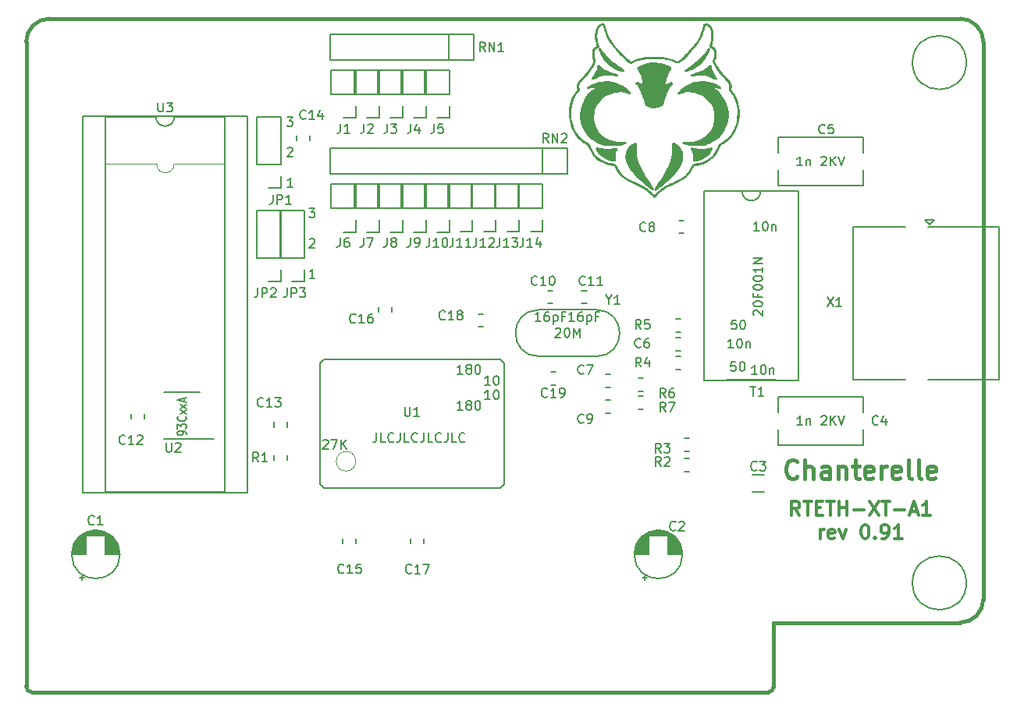
<source format=gbr>
%TF.GenerationSoftware,KiCad,Pcbnew,(5.1.6)-1*%
%TF.CreationDate,2020-12-22T22:51:50+03:00*%
%TF.ProjectId,RTL8019,52544c38-3031-4392-9e6b-696361645f70,rev?*%
%TF.SameCoordinates,Original*%
%TF.FileFunction,Legend,Top*%
%TF.FilePolarity,Positive*%
%FSLAX46Y46*%
G04 Gerber Fmt 4.6, Leading zero omitted, Abs format (unit mm)*
G04 Created by KiCad (PCBNEW (5.1.6)-1) date 2020-12-22 22:51:50*
%MOMM*%
%LPD*%
G01*
G04 APERTURE LIST*
%ADD10C,0.400000*%
%ADD11C,0.300000*%
%ADD12C,0.150000*%
%ADD13C,0.200000*%
%ADD14C,0.120000*%
%TA.AperFunction,Profile*%
%ADD15C,0.381000*%
%TD*%
%ADD16C,0.190500*%
%ADD17C,0.155000*%
%ADD18C,0.063500*%
%ADD19C,0.127000*%
%ADD20C,0.066040*%
G04 APERTURE END LIST*
D10*
X217057198Y-100990945D02*
X216961960Y-101086183D01*
X216676245Y-101181421D01*
X216485769Y-101181421D01*
X216200055Y-101086183D01*
X216009579Y-100895707D01*
X215914340Y-100705231D01*
X215819102Y-100324279D01*
X215819102Y-100038564D01*
X215914340Y-99657612D01*
X216009579Y-99467136D01*
X216200055Y-99276660D01*
X216485769Y-99181421D01*
X216676245Y-99181421D01*
X216961960Y-99276660D01*
X217057198Y-99371898D01*
X217914340Y-101181421D02*
X217914340Y-99181421D01*
X218771483Y-101181421D02*
X218771483Y-100133802D01*
X218676245Y-99943326D01*
X218485769Y-99848088D01*
X218200055Y-99848088D01*
X218009579Y-99943326D01*
X217914340Y-100038564D01*
X220581007Y-101181421D02*
X220581007Y-100133802D01*
X220485769Y-99943326D01*
X220295293Y-99848088D01*
X219914340Y-99848088D01*
X219723864Y-99943326D01*
X220581007Y-101086183D02*
X220390531Y-101181421D01*
X219914340Y-101181421D01*
X219723864Y-101086183D01*
X219628626Y-100895707D01*
X219628626Y-100705231D01*
X219723864Y-100514755D01*
X219914340Y-100419517D01*
X220390531Y-100419517D01*
X220581007Y-100324279D01*
X221533388Y-99848088D02*
X221533388Y-101181421D01*
X221533388Y-100038564D02*
X221628626Y-99943326D01*
X221819102Y-99848088D01*
X222104817Y-99848088D01*
X222295293Y-99943326D01*
X222390531Y-100133802D01*
X222390531Y-101181421D01*
X223057198Y-99848088D02*
X223819102Y-99848088D01*
X223342912Y-99181421D02*
X223342912Y-100895707D01*
X223438150Y-101086183D01*
X223628626Y-101181421D01*
X223819102Y-101181421D01*
X225247674Y-101086183D02*
X225057198Y-101181421D01*
X224676245Y-101181421D01*
X224485769Y-101086183D01*
X224390531Y-100895707D01*
X224390531Y-100133802D01*
X224485769Y-99943326D01*
X224676245Y-99848088D01*
X225057198Y-99848088D01*
X225247674Y-99943326D01*
X225342912Y-100133802D01*
X225342912Y-100324279D01*
X224390531Y-100514755D01*
X226200055Y-101181421D02*
X226200055Y-99848088D01*
X226200055Y-100229040D02*
X226295293Y-100038564D01*
X226390531Y-99943326D01*
X226581007Y-99848088D01*
X226771483Y-99848088D01*
X228200055Y-101086183D02*
X228009579Y-101181421D01*
X227628626Y-101181421D01*
X227438150Y-101086183D01*
X227342912Y-100895707D01*
X227342912Y-100133802D01*
X227438150Y-99943326D01*
X227628626Y-99848088D01*
X228009579Y-99848088D01*
X228200055Y-99943326D01*
X228295293Y-100133802D01*
X228295293Y-100324279D01*
X227342912Y-100514755D01*
X229438150Y-101181421D02*
X229247674Y-101086183D01*
X229152436Y-100895707D01*
X229152436Y-99181421D01*
X230485769Y-101181421D02*
X230295293Y-101086183D01*
X230200055Y-100895707D01*
X230200055Y-99181421D01*
X232009579Y-101086183D02*
X231819102Y-101181421D01*
X231438150Y-101181421D01*
X231247674Y-101086183D01*
X231152436Y-100895707D01*
X231152436Y-100133802D01*
X231247674Y-99943326D01*
X231438150Y-99848088D01*
X231819102Y-99848088D01*
X232009579Y-99943326D01*
X232104817Y-100133802D01*
X232104817Y-100324279D01*
X231152436Y-100514755D01*
D11*
X217319102Y-105161551D02*
X216819102Y-104447265D01*
X216461960Y-105161551D02*
X216461960Y-103661551D01*
X217033388Y-103661551D01*
X217176245Y-103732980D01*
X217247674Y-103804408D01*
X217319102Y-103947265D01*
X217319102Y-104161551D01*
X217247674Y-104304408D01*
X217176245Y-104375837D01*
X217033388Y-104447265D01*
X216461960Y-104447265D01*
X217747674Y-103661551D02*
X218604817Y-103661551D01*
X218176245Y-105161551D02*
X218176245Y-103661551D01*
X219104817Y-104375837D02*
X219604817Y-104375837D01*
X219819102Y-105161551D02*
X219104817Y-105161551D01*
X219104817Y-103661551D01*
X219819102Y-103661551D01*
X220247674Y-103661551D02*
X221104817Y-103661551D01*
X220676245Y-105161551D02*
X220676245Y-103661551D01*
X221604817Y-105161551D02*
X221604817Y-103661551D01*
X221604817Y-104375837D02*
X222461960Y-104375837D01*
X222461960Y-105161551D02*
X222461960Y-103661551D01*
X223176245Y-104590122D02*
X224319102Y-104590122D01*
X224890531Y-103661551D02*
X225890531Y-105161551D01*
X225890531Y-103661551D02*
X224890531Y-105161551D01*
X226247674Y-103661551D02*
X227104817Y-103661551D01*
X226676245Y-105161551D02*
X226676245Y-103661551D01*
X227604817Y-104590122D02*
X228747674Y-104590122D01*
X229390531Y-104732980D02*
X230104817Y-104732980D01*
X229247674Y-105161551D02*
X229747674Y-103661551D01*
X230247674Y-105161551D01*
X231533388Y-105161551D02*
X230676245Y-105161551D01*
X231104817Y-105161551D02*
X231104817Y-103661551D01*
X230961960Y-103875837D01*
X230819102Y-104018694D01*
X230676245Y-104090122D01*
X219569102Y-107711551D02*
X219569102Y-106711551D01*
X219569102Y-106997265D02*
X219640531Y-106854408D01*
X219711960Y-106782980D01*
X219854817Y-106711551D01*
X219997674Y-106711551D01*
X221069102Y-107640122D02*
X220926245Y-107711551D01*
X220640531Y-107711551D01*
X220497674Y-107640122D01*
X220426245Y-107497265D01*
X220426245Y-106925837D01*
X220497674Y-106782980D01*
X220640531Y-106711551D01*
X220926245Y-106711551D01*
X221069102Y-106782980D01*
X221140531Y-106925837D01*
X221140531Y-107068694D01*
X220426245Y-107211551D01*
X221640531Y-106711551D02*
X221997674Y-107711551D01*
X222354817Y-106711551D01*
X224354817Y-106211551D02*
X224497674Y-106211551D01*
X224640531Y-106282980D01*
X224711960Y-106354408D01*
X224783388Y-106497265D01*
X224854817Y-106782980D01*
X224854817Y-107140122D01*
X224783388Y-107425837D01*
X224711960Y-107568694D01*
X224640531Y-107640122D01*
X224497674Y-107711551D01*
X224354817Y-107711551D01*
X224211960Y-107640122D01*
X224140531Y-107568694D01*
X224069102Y-107425837D01*
X223997674Y-107140122D01*
X223997674Y-106782980D01*
X224069102Y-106497265D01*
X224140531Y-106354408D01*
X224211960Y-106282980D01*
X224354817Y-106211551D01*
X225497674Y-107568694D02*
X225569102Y-107640122D01*
X225497674Y-107711551D01*
X225426245Y-107640122D01*
X225497674Y-107568694D01*
X225497674Y-107711551D01*
X226283388Y-107711551D02*
X226569102Y-107711551D01*
X226711960Y-107640122D01*
X226783388Y-107568694D01*
X226926245Y-107354408D01*
X226997674Y-107068694D01*
X226997674Y-106497265D01*
X226926245Y-106354408D01*
X226854817Y-106282980D01*
X226711960Y-106211551D01*
X226426245Y-106211551D01*
X226283388Y-106282980D01*
X226211960Y-106354408D01*
X226140531Y-106497265D01*
X226140531Y-106854408D01*
X226211960Y-106997265D01*
X226283388Y-107068694D01*
X226426245Y-107140122D01*
X226711960Y-107140122D01*
X226854817Y-107068694D01*
X226926245Y-106997265D01*
X226997674Y-106854408D01*
X228426245Y-107711551D02*
X227569102Y-107711551D01*
X227997674Y-107711551D02*
X227997674Y-106211551D01*
X227854817Y-106425837D01*
X227711960Y-106568694D01*
X227569102Y-106640122D01*
D12*
X161718666Y-61938380D02*
X162337714Y-61938380D01*
X162004380Y-62319333D01*
X162147238Y-62319333D01*
X162242476Y-62366952D01*
X162290095Y-62414571D01*
X162337714Y-62509809D01*
X162337714Y-62747904D01*
X162290095Y-62843142D01*
X162242476Y-62890761D01*
X162147238Y-62938380D01*
X161861523Y-62938380D01*
X161766285Y-62890761D01*
X161718666Y-62843142D01*
X161766285Y-65333619D02*
X161813904Y-65286000D01*
X161909142Y-65238380D01*
X162147238Y-65238380D01*
X162242476Y-65286000D01*
X162290095Y-65333619D01*
X162337714Y-65428857D01*
X162337714Y-65524095D01*
X162290095Y-65666952D01*
X161718666Y-66238380D01*
X162337714Y-66238380D01*
X162337714Y-69538380D02*
X161766285Y-69538380D01*
X162052000Y-69538380D02*
X162052000Y-68538380D01*
X161956761Y-68681238D01*
X161861523Y-68776476D01*
X161766285Y-68824095D01*
X164121506Y-71844380D02*
X164740554Y-71844380D01*
X164407220Y-72225333D01*
X164550078Y-72225333D01*
X164645316Y-72272952D01*
X164692935Y-72320571D01*
X164740554Y-72415809D01*
X164740554Y-72653904D01*
X164692935Y-72749142D01*
X164645316Y-72796761D01*
X164550078Y-72844380D01*
X164264363Y-72844380D01*
X164169125Y-72796761D01*
X164121506Y-72749142D01*
X164169125Y-75239619D02*
X164216744Y-75192000D01*
X164311982Y-75144380D01*
X164550078Y-75144380D01*
X164645316Y-75192000D01*
X164692935Y-75239619D01*
X164740554Y-75334857D01*
X164740554Y-75430095D01*
X164692935Y-75572952D01*
X164121506Y-76144380D01*
X164740554Y-76144380D01*
X164740554Y-79444380D02*
X164169125Y-79444380D01*
X164454840Y-79444380D02*
X164454840Y-78444380D01*
X164359601Y-78587238D01*
X164264363Y-78682476D01*
X164169125Y-78730095D01*
D13*
X171428352Y-96239080D02*
X171428352Y-96953366D01*
X171380733Y-97096223D01*
X171285495Y-97191461D01*
X171142638Y-97239080D01*
X171047400Y-97239080D01*
X172380733Y-97239080D02*
X171904542Y-97239080D01*
X171904542Y-96239080D01*
X173285495Y-97143842D02*
X173237876Y-97191461D01*
X173095019Y-97239080D01*
X172999780Y-97239080D01*
X172856923Y-97191461D01*
X172761685Y-97096223D01*
X172714066Y-97000985D01*
X172666447Y-96810509D01*
X172666447Y-96667652D01*
X172714066Y-96477176D01*
X172761685Y-96381938D01*
X172856923Y-96286700D01*
X172999780Y-96239080D01*
X173095019Y-96239080D01*
X173237876Y-96286700D01*
X173285495Y-96334319D01*
X173999780Y-96239080D02*
X173999780Y-96953366D01*
X173952161Y-97096223D01*
X173856923Y-97191461D01*
X173714066Y-97239080D01*
X173618828Y-97239080D01*
X174952161Y-97239080D02*
X174475971Y-97239080D01*
X174475971Y-96239080D01*
X175856923Y-97143842D02*
X175809304Y-97191461D01*
X175666447Y-97239080D01*
X175571209Y-97239080D01*
X175428352Y-97191461D01*
X175333114Y-97096223D01*
X175285495Y-97000985D01*
X175237876Y-96810509D01*
X175237876Y-96667652D01*
X175285495Y-96477176D01*
X175333114Y-96381938D01*
X175428352Y-96286700D01*
X175571209Y-96239080D01*
X175666447Y-96239080D01*
X175809304Y-96286700D01*
X175856923Y-96334319D01*
X176571209Y-96239080D02*
X176571209Y-96953366D01*
X176523590Y-97096223D01*
X176428352Y-97191461D01*
X176285495Y-97239080D01*
X176190257Y-97239080D01*
X177523590Y-97239080D02*
X177047400Y-97239080D01*
X177047400Y-96239080D01*
X178428352Y-97143842D02*
X178380733Y-97191461D01*
X178237876Y-97239080D01*
X178142638Y-97239080D01*
X177999780Y-97191461D01*
X177904542Y-97096223D01*
X177856923Y-97000985D01*
X177809304Y-96810509D01*
X177809304Y-96667652D01*
X177856923Y-96477176D01*
X177904542Y-96381938D01*
X177999780Y-96286700D01*
X178142638Y-96239080D01*
X178237876Y-96239080D01*
X178380733Y-96286700D01*
X178428352Y-96334319D01*
X179142638Y-96239080D02*
X179142638Y-96953366D01*
X179095019Y-97096223D01*
X178999780Y-97191461D01*
X178856923Y-97239080D01*
X178761685Y-97239080D01*
X180095019Y-97239080D02*
X179618828Y-97239080D01*
X179618828Y-96239080D01*
X180999780Y-97143842D02*
X180952161Y-97191461D01*
X180809304Y-97239080D01*
X180714066Y-97239080D01*
X180571209Y-97191461D01*
X180475971Y-97096223D01*
X180428352Y-97000985D01*
X180380733Y-96810509D01*
X180380733Y-96667652D01*
X180428352Y-96477176D01*
X180475971Y-96381938D01*
X180571209Y-96286700D01*
X180714066Y-96239080D01*
X180809304Y-96239080D01*
X180952161Y-96286700D01*
X180999780Y-96334319D01*
D14*
X142036800Y-67030600D02*
X147573239Y-67030600D01*
X149479761Y-67030600D02*
G75*
G02*
X147573239Y-67030600I-953261J0D01*
G01*
X154940000Y-67030600D02*
X149479000Y-67030600D01*
D15*
X133420000Y-123775000D02*
X133420000Y-53784500D01*
X214510000Y-116840000D02*
X214510000Y-123775000D01*
X135960000Y-51244500D02*
X234720000Y-51244500D01*
X237260000Y-53784500D02*
X237260000Y-114300000D01*
X214510000Y-116840000D02*
X234720000Y-116840000D01*
X237260000Y-53784500D02*
G75*
G03*
X234720000Y-51244500I-2540000J0D01*
G01*
X135960000Y-51244500D02*
G75*
G03*
X133420000Y-53784500I0J-2540000D01*
G01*
X234720000Y-116840000D02*
G75*
G03*
X237260000Y-114300000I0J2540000D01*
G01*
X133420000Y-123775000D02*
G75*
G03*
X134055000Y-124410000I635000J0D01*
G01*
X134055000Y-124410000D02*
X213875000Y-124410000D01*
X213875000Y-124410000D02*
G75*
G03*
X214510000Y-123775000I0J635000D01*
G01*
D16*
X235407200Y-56012200D02*
G75*
G03*
X235407200Y-56012200I-2921000J0D01*
G01*
X235407200Y-112527200D02*
G75*
G03*
X235407200Y-112527200I-2921000J0D01*
G01*
D17*
%TO.C,REF\u002A\u002A*%
G36*
X205699725Y-65337290D02*
G01*
X205770988Y-65358304D01*
X206026307Y-65421341D01*
X206322709Y-65457390D01*
X206651683Y-65466414D01*
X207004716Y-65448377D01*
X207373297Y-65403241D01*
X207582891Y-65366199D01*
X207690435Y-65346434D01*
X207774530Y-65333535D01*
X207821736Y-65329461D01*
X207827147Y-65330567D01*
X207820514Y-65358937D01*
X207794108Y-65425462D01*
X207753030Y-65517630D01*
X207736620Y-65552602D01*
X207609285Y-65762483D01*
X207434197Y-65964684D01*
X207220025Y-66153109D01*
X206975437Y-66321658D01*
X206709101Y-66464236D01*
X206429688Y-66574745D01*
X206193672Y-66637824D01*
X206052053Y-66665124D01*
X205955644Y-66678155D01*
X205895146Y-66677300D01*
X205861260Y-66662941D01*
X205852026Y-66651871D01*
X205845854Y-66612130D01*
X205844665Y-66530504D01*
X205848454Y-66421329D01*
X205852094Y-66362594D01*
X205858358Y-66157727D01*
X205842509Y-65979903D01*
X205800539Y-65806632D01*
X205728440Y-65615427D01*
X205712235Y-65578012D01*
X205667553Y-65473901D01*
X205633312Y-65389386D01*
X205614809Y-65337744D01*
X205613000Y-65329248D01*
X205637108Y-65324994D01*
X205699725Y-65337290D01*
G37*
X205699725Y-65337290D02*
X205770988Y-65358304D01*
X206026307Y-65421341D01*
X206322709Y-65457390D01*
X206651683Y-65466414D01*
X207004716Y-65448377D01*
X207373297Y-65403241D01*
X207582891Y-65366199D01*
X207690435Y-65346434D01*
X207774530Y-65333535D01*
X207821736Y-65329461D01*
X207827147Y-65330567D01*
X207820514Y-65358937D01*
X207794108Y-65425462D01*
X207753030Y-65517630D01*
X207736620Y-65552602D01*
X207609285Y-65762483D01*
X207434197Y-65964684D01*
X207220025Y-66153109D01*
X206975437Y-66321658D01*
X206709101Y-66464236D01*
X206429688Y-66574745D01*
X206193672Y-66637824D01*
X206052053Y-66665124D01*
X205955644Y-66678155D01*
X205895146Y-66677300D01*
X205861260Y-66662941D01*
X205852026Y-66651871D01*
X205845854Y-66612130D01*
X205844665Y-66530504D01*
X205848454Y-66421329D01*
X205852094Y-66362594D01*
X205858358Y-66157727D01*
X205842509Y-65979903D01*
X205800539Y-65806632D01*
X205728440Y-65615427D01*
X205712235Y-65578012D01*
X205667553Y-65473901D01*
X205633312Y-65389386D01*
X205614809Y-65337744D01*
X205613000Y-65329248D01*
X205637108Y-65324994D01*
X205699725Y-65337290D01*
G36*
X195349475Y-65333432D02*
G01*
X195426265Y-65344466D01*
X195527024Y-65363081D01*
X195542481Y-65366228D01*
X195866010Y-65420418D01*
X196196850Y-65452850D01*
X196522348Y-65463400D01*
X196829851Y-65451944D01*
X197106703Y-65418358D01*
X197269698Y-65383160D01*
X197373926Y-65357384D01*
X197455395Y-65340730D01*
X197500386Y-65335884D01*
X197504726Y-65337142D01*
X197499979Y-65366957D01*
X197476250Y-65435492D01*
X197438081Y-65530160D01*
X197419893Y-65572283D01*
X197342466Y-65768287D01*
X197293615Y-65947606D01*
X197269086Y-66132674D01*
X197264624Y-66345925D01*
X197265541Y-66386123D01*
X197273334Y-66667380D01*
X197202778Y-66671721D01*
X197133620Y-66669506D01*
X197037527Y-66658976D01*
X196986448Y-66651130D01*
X196720384Y-66584987D01*
X196452863Y-66480500D01*
X196193126Y-66344029D01*
X195950413Y-66181933D01*
X195733964Y-66000570D01*
X195553020Y-65806299D01*
X195416821Y-65605480D01*
X195389491Y-65552166D01*
X195346131Y-65454769D01*
X195318103Y-65378870D01*
X195309724Y-65336757D01*
X195312228Y-65332275D01*
X195349475Y-65333432D01*
G37*
X195349475Y-65333432D02*
X195426265Y-65344466D01*
X195527024Y-65363081D01*
X195542481Y-65366228D01*
X195866010Y-65420418D01*
X196196850Y-65452850D01*
X196522348Y-65463400D01*
X196829851Y-65451944D01*
X197106703Y-65418358D01*
X197269698Y-65383160D01*
X197373926Y-65357384D01*
X197455395Y-65340730D01*
X197500386Y-65335884D01*
X197504726Y-65337142D01*
X197499979Y-65366957D01*
X197476250Y-65435492D01*
X197438081Y-65530160D01*
X197419893Y-65572283D01*
X197342466Y-65768287D01*
X197293615Y-65947606D01*
X197269086Y-66132674D01*
X197264624Y-66345925D01*
X197265541Y-66386123D01*
X197273334Y-66667380D01*
X197202778Y-66671721D01*
X197133620Y-66669506D01*
X197037527Y-66658976D01*
X196986448Y-66651130D01*
X196720384Y-66584987D01*
X196452863Y-66480500D01*
X196193126Y-66344029D01*
X195950413Y-66181933D01*
X195733964Y-66000570D01*
X195553020Y-65806299D01*
X195416821Y-65605480D01*
X195389491Y-65552166D01*
X195346131Y-65454769D01*
X195318103Y-65378870D01*
X195309724Y-65336757D01*
X195312228Y-65332275D01*
X195349475Y-65333432D01*
G36*
X203625680Y-64805219D02*
G01*
X203718046Y-64843940D01*
X203825862Y-64899070D01*
X203933535Y-64962912D01*
X203988246Y-64999807D01*
X204178347Y-65158602D01*
X204337079Y-65345192D01*
X204450419Y-65524380D01*
X204557046Y-65770449D01*
X204613962Y-66037742D01*
X204621738Y-66321831D01*
X204580942Y-66618290D01*
X204492144Y-66922694D01*
X204355915Y-67230616D01*
X204195690Y-67503357D01*
X203978795Y-67805504D01*
X203722988Y-68110834D01*
X203425439Y-68422110D01*
X203083315Y-68742093D01*
X202693786Y-69073548D01*
X202254021Y-69419236D01*
X202158138Y-69491563D01*
X202033467Y-69585149D01*
X201919711Y-69670822D01*
X201827019Y-69740920D01*
X201765542Y-69787776D01*
X201752526Y-69797855D01*
X201683220Y-69852107D01*
X201704352Y-69783744D01*
X201720459Y-69737095D01*
X201742411Y-69686141D01*
X201773744Y-69624967D01*
X201817994Y-69547660D01*
X201878698Y-69448306D01*
X201959393Y-69320990D01*
X202063614Y-69159799D01*
X202194898Y-68958820D01*
X202226210Y-68911046D01*
X202443891Y-68575330D01*
X202631016Y-68277918D01*
X202791144Y-68012148D01*
X202927832Y-67771354D01*
X203044638Y-67548874D01*
X203145119Y-67338042D01*
X203232835Y-67132194D01*
X203311341Y-66924666D01*
X203356236Y-66794380D01*
X203422055Y-66592141D01*
X203472489Y-66421629D01*
X203509456Y-66269769D01*
X203534876Y-66123481D01*
X203550665Y-65969690D01*
X203558742Y-65795317D01*
X203561026Y-65587286D01*
X203560118Y-65404435D01*
X203558985Y-65225151D01*
X203558783Y-65066510D01*
X203559455Y-64936613D01*
X203560946Y-64843561D01*
X203563199Y-64795455D01*
X203564356Y-64790602D01*
X203625680Y-64805219D01*
G37*
X203625680Y-64805219D02*
X203718046Y-64843940D01*
X203825862Y-64899070D01*
X203933535Y-64962912D01*
X203988246Y-64999807D01*
X204178347Y-65158602D01*
X204337079Y-65345192D01*
X204450419Y-65524380D01*
X204557046Y-65770449D01*
X204613962Y-66037742D01*
X204621738Y-66321831D01*
X204580942Y-66618290D01*
X204492144Y-66922694D01*
X204355915Y-67230616D01*
X204195690Y-67503357D01*
X203978795Y-67805504D01*
X203722988Y-68110834D01*
X203425439Y-68422110D01*
X203083315Y-68742093D01*
X202693786Y-69073548D01*
X202254021Y-69419236D01*
X202158138Y-69491563D01*
X202033467Y-69585149D01*
X201919711Y-69670822D01*
X201827019Y-69740920D01*
X201765542Y-69787776D01*
X201752526Y-69797855D01*
X201683220Y-69852107D01*
X201704352Y-69783744D01*
X201720459Y-69737095D01*
X201742411Y-69686141D01*
X201773744Y-69624967D01*
X201817994Y-69547660D01*
X201878698Y-69448306D01*
X201959393Y-69320990D01*
X202063614Y-69159799D01*
X202194898Y-68958820D01*
X202226210Y-68911046D01*
X202443891Y-68575330D01*
X202631016Y-68277918D01*
X202791144Y-68012148D01*
X202927832Y-67771354D01*
X203044638Y-67548874D01*
X203145119Y-67338042D01*
X203232835Y-67132194D01*
X203311341Y-66924666D01*
X203356236Y-66794380D01*
X203422055Y-66592141D01*
X203472489Y-66421629D01*
X203509456Y-66269769D01*
X203534876Y-66123481D01*
X203550665Y-65969690D01*
X203558742Y-65795317D01*
X203561026Y-65587286D01*
X203560118Y-65404435D01*
X203558985Y-65225151D01*
X203558783Y-65066510D01*
X203559455Y-64936613D01*
X203560946Y-64843561D01*
X203563199Y-64795455D01*
X203564356Y-64790602D01*
X203625680Y-64805219D01*
G36*
X199591119Y-64818076D02*
G01*
X199585861Y-64857861D01*
X199580389Y-64906415D01*
X199575245Y-65001362D01*
X199570770Y-65132650D01*
X199567302Y-65290226D01*
X199565181Y-65464039D01*
X199565125Y-65471695D01*
X199565292Y-65707165D01*
X199571055Y-65901453D01*
X199584786Y-66069728D01*
X199608856Y-66227160D01*
X199645636Y-66388918D01*
X199697498Y-66570172D01*
X199766811Y-66786091D01*
X199773925Y-66807556D01*
X199852092Y-67019067D01*
X199954959Y-67261551D01*
X200075157Y-67519528D01*
X200205320Y-67777520D01*
X200338080Y-68020048D01*
X200405710Y-68134935D01*
X200460472Y-68223363D01*
X200539971Y-68349091D01*
X200637899Y-68502280D01*
X200747949Y-68673089D01*
X200863815Y-68851678D01*
X200933767Y-68958876D01*
X201096044Y-69210180D01*
X201227101Y-69420100D01*
X201326477Y-69587827D01*
X201393710Y-69712552D01*
X201428341Y-69793465D01*
X201430170Y-69829506D01*
X201405093Y-69817792D01*
X201346753Y-69777506D01*
X201265442Y-69715976D01*
X201218718Y-69678994D01*
X201101116Y-69586311D01*
X200962005Y-69479213D01*
X200825647Y-69376316D01*
X200782517Y-69344336D01*
X200615404Y-69216482D01*
X200428439Y-69065539D01*
X200231751Y-68900366D01*
X200035465Y-68729827D01*
X199849712Y-68562783D01*
X199684618Y-68408096D01*
X199550311Y-68274627D01*
X199505315Y-68226806D01*
X199216712Y-67890926D01*
X198979172Y-67569195D01*
X198790262Y-67257763D01*
X198647548Y-66952783D01*
X198581479Y-66766158D01*
X198538378Y-66577939D01*
X198515269Y-66366807D01*
X198512198Y-66150550D01*
X198529210Y-65946955D01*
X198566349Y-65773810D01*
X198578865Y-65737151D01*
X198701426Y-65483978D01*
X198866720Y-65255033D01*
X199066403Y-65059761D01*
X199292133Y-64907608D01*
X199328191Y-64888853D01*
X199450740Y-64830117D01*
X199531110Y-64799259D01*
X199575753Y-64795504D01*
X199591119Y-64818076D01*
G37*
X199591119Y-64818076D02*
X199585861Y-64857861D01*
X199580389Y-64906415D01*
X199575245Y-65001362D01*
X199570770Y-65132650D01*
X199567302Y-65290226D01*
X199565181Y-65464039D01*
X199565125Y-65471695D01*
X199565292Y-65707165D01*
X199571055Y-65901453D01*
X199584786Y-66069728D01*
X199608856Y-66227160D01*
X199645636Y-66388918D01*
X199697498Y-66570172D01*
X199766811Y-66786091D01*
X199773925Y-66807556D01*
X199852092Y-67019067D01*
X199954959Y-67261551D01*
X200075157Y-67519528D01*
X200205320Y-67777520D01*
X200338080Y-68020048D01*
X200405710Y-68134935D01*
X200460472Y-68223363D01*
X200539971Y-68349091D01*
X200637899Y-68502280D01*
X200747949Y-68673089D01*
X200863815Y-68851678D01*
X200933767Y-68958876D01*
X201096044Y-69210180D01*
X201227101Y-69420100D01*
X201326477Y-69587827D01*
X201393710Y-69712552D01*
X201428341Y-69793465D01*
X201430170Y-69829506D01*
X201405093Y-69817792D01*
X201346753Y-69777506D01*
X201265442Y-69715976D01*
X201218718Y-69678994D01*
X201101116Y-69586311D01*
X200962005Y-69479213D01*
X200825647Y-69376316D01*
X200782517Y-69344336D01*
X200615404Y-69216482D01*
X200428439Y-69065539D01*
X200231751Y-68900366D01*
X200035465Y-68729827D01*
X199849712Y-68562783D01*
X199684618Y-68408096D01*
X199550311Y-68274627D01*
X199505315Y-68226806D01*
X199216712Y-67890926D01*
X198979172Y-67569195D01*
X198790262Y-67257763D01*
X198647548Y-66952783D01*
X198581479Y-66766158D01*
X198538378Y-66577939D01*
X198515269Y-66366807D01*
X198512198Y-66150550D01*
X198529210Y-65946955D01*
X198566349Y-65773810D01*
X198578865Y-65737151D01*
X198701426Y-65483978D01*
X198866720Y-65255033D01*
X199066403Y-65059761D01*
X199292133Y-64907608D01*
X199328191Y-64888853D01*
X199450740Y-64830117D01*
X199531110Y-64799259D01*
X199575753Y-64795504D01*
X199591119Y-64818076D01*
G36*
X207524613Y-54490611D02*
G01*
X207526440Y-54496775D01*
X207521990Y-54580040D01*
X207486640Y-54699565D01*
X207424825Y-54847593D01*
X207340980Y-55016369D01*
X207239540Y-55198136D01*
X207124940Y-55385138D01*
X207001615Y-55569618D01*
X206873999Y-55743821D01*
X206746528Y-55899989D01*
X206685445Y-55967599D01*
X206492580Y-56152269D01*
X206263680Y-56338364D01*
X206017154Y-56512409D01*
X205771409Y-56660929D01*
X205657813Y-56719838D01*
X205495951Y-56793486D01*
X205340614Y-56854959D01*
X205199764Y-56902056D01*
X205081361Y-56932577D01*
X204993365Y-56944320D01*
X204943737Y-56935083D01*
X204935667Y-56919526D01*
X204945805Y-56896376D01*
X204978865Y-56859744D01*
X205038813Y-56806416D01*
X205129616Y-56733178D01*
X205255242Y-56636818D01*
X205419658Y-56514121D01*
X205599136Y-56382137D01*
X205833824Y-56209350D01*
X206030295Y-56061575D01*
X206196578Y-55931466D01*
X206340708Y-55811680D01*
X206470714Y-55694872D01*
X206594629Y-55573697D01*
X206720485Y-55440810D01*
X206856313Y-55288866D01*
X207010145Y-55110521D01*
X207081756Y-55026330D01*
X207180258Y-54906973D01*
X207279088Y-54781739D01*
X207363685Y-54669311D01*
X207400648Y-54617107D01*
X207464614Y-54528944D01*
X207504947Y-54487725D01*
X207524613Y-54490611D01*
G37*
X207524613Y-54490611D02*
X207526440Y-54496775D01*
X207521990Y-54580040D01*
X207486640Y-54699565D01*
X207424825Y-54847593D01*
X207340980Y-55016369D01*
X207239540Y-55198136D01*
X207124940Y-55385138D01*
X207001615Y-55569618D01*
X206873999Y-55743821D01*
X206746528Y-55899989D01*
X206685445Y-55967599D01*
X206492580Y-56152269D01*
X206263680Y-56338364D01*
X206017154Y-56512409D01*
X205771409Y-56660929D01*
X205657813Y-56719838D01*
X205495951Y-56793486D01*
X205340614Y-56854959D01*
X205199764Y-56902056D01*
X205081361Y-56932577D01*
X204993365Y-56944320D01*
X204943737Y-56935083D01*
X204935667Y-56919526D01*
X204945805Y-56896376D01*
X204978865Y-56859744D01*
X205038813Y-56806416D01*
X205129616Y-56733178D01*
X205255242Y-56636818D01*
X205419658Y-56514121D01*
X205599136Y-56382137D01*
X205833824Y-56209350D01*
X206030295Y-56061575D01*
X206196578Y-55931466D01*
X206340708Y-55811680D01*
X206470714Y-55694872D01*
X206594629Y-55573697D01*
X206720485Y-55440810D01*
X206856313Y-55288866D01*
X207010145Y-55110521D01*
X207081756Y-55026330D01*
X207180258Y-54906973D01*
X207279088Y-54781739D01*
X207363685Y-54669311D01*
X207400648Y-54617107D01*
X207464614Y-54528944D01*
X207504947Y-54487725D01*
X207524613Y-54490611D01*
G36*
X207327737Y-51859063D02*
G01*
X207468380Y-51928616D01*
X207594133Y-52047861D01*
X207703047Y-52213959D01*
X207793172Y-52424075D01*
X207862557Y-52675371D01*
X207901238Y-52899735D01*
X207919362Y-53113669D01*
X207914789Y-53328878D01*
X207886219Y-53560101D01*
X207832349Y-53822081D01*
X207812737Y-53902229D01*
X207780593Y-54031096D01*
X207754237Y-54139027D01*
X207736364Y-54214821D01*
X207729669Y-54247278D01*
X207729667Y-54247378D01*
X207752361Y-54268252D01*
X207809401Y-54302719D01*
X207837426Y-54317540D01*
X207976468Y-54415828D01*
X208096655Y-54552304D01*
X208182712Y-54708823D01*
X208194897Y-54742176D01*
X208219543Y-54834618D01*
X208232348Y-54936531D01*
X208234761Y-55065253D01*
X208231231Y-55176407D01*
X208222664Y-55319070D01*
X208208282Y-55432491D01*
X208183317Y-55537619D01*
X208143003Y-55655401D01*
X208094288Y-55778223D01*
X208077175Y-55830881D01*
X208076231Y-55881451D01*
X208094125Y-55947272D01*
X208133524Y-56045680D01*
X208136534Y-56052772D01*
X208217666Y-56223109D01*
X208324739Y-56418427D01*
X208446938Y-56620873D01*
X208573447Y-56812591D01*
X208693450Y-56975727D01*
X208702565Y-56987158D01*
X208779615Y-57079336D01*
X208884091Y-57199102D01*
X209004321Y-57333330D01*
X209128634Y-57468896D01*
X209177401Y-57521104D01*
X209363308Y-57722201D01*
X209512181Y-57891039D01*
X209628677Y-58033410D01*
X209717451Y-58155109D01*
X209783158Y-58261928D01*
X209802881Y-58299491D01*
X209858069Y-58427298D01*
X209883216Y-58541569D01*
X209881295Y-58666035D01*
X209863431Y-58782736D01*
X209848234Y-58886429D01*
X209843033Y-58973707D01*
X209848280Y-59022611D01*
X209874436Y-59068048D01*
X209926917Y-59143385D01*
X209996076Y-59235022D01*
X210023877Y-59270230D01*
X210220626Y-59541791D01*
X210375086Y-59814950D01*
X210471009Y-60035158D01*
X210611881Y-60471301D01*
X210703247Y-60918646D01*
X210745926Y-61371514D01*
X210740734Y-61824228D01*
X210688487Y-62271110D01*
X210590002Y-62706482D01*
X210446098Y-63124667D01*
X210257589Y-63519987D01*
X210025294Y-63886763D01*
X209892135Y-64058696D01*
X209696384Y-64270016D01*
X209466187Y-64477569D01*
X209221901Y-64664065D01*
X209046587Y-64776850D01*
X208937001Y-64843300D01*
X208839245Y-64906392D01*
X208768585Y-64956120D01*
X208749929Y-64971264D01*
X208687541Y-65044866D01*
X208618407Y-65161646D01*
X208540375Y-65325667D01*
X208461326Y-65515602D01*
X208312374Y-65815847D01*
X208113620Y-66096904D01*
X207869764Y-66354273D01*
X207585503Y-66583453D01*
X207265537Y-66779945D01*
X207018578Y-66897432D01*
X206745834Y-66998412D01*
X206451788Y-67082460D01*
X206163767Y-67142195D01*
X206054178Y-67157895D01*
X205946806Y-67173401D01*
X205861652Y-67190292D01*
X205813936Y-67205427D01*
X205809851Y-67208336D01*
X205788471Y-67244724D01*
X205753554Y-67317898D01*
X205712540Y-67412242D01*
X205711279Y-67415269D01*
X205548503Y-67745846D01*
X205348900Y-68047873D01*
X205119249Y-68311903D01*
X204971156Y-68447070D01*
X204854608Y-68539341D01*
X204732165Y-68625908D01*
X204595849Y-68711281D01*
X204437680Y-68799969D01*
X204249676Y-68896483D01*
X204023859Y-69005333D01*
X203797907Y-69110151D01*
X203477858Y-69260077D01*
X203185544Y-69403642D01*
X202926307Y-69538017D01*
X202705491Y-69660370D01*
X202528439Y-69767870D01*
X202432289Y-69833583D01*
X202280864Y-69951453D01*
X202118973Y-70089077D01*
X201961984Y-70232555D01*
X201825264Y-70367986D01*
X201748638Y-70451969D01*
X201670610Y-70533728D01*
X201603233Y-70587133D01*
X201563112Y-70603055D01*
X201513494Y-70580565D01*
X201439919Y-70516519D01*
X201352238Y-70420455D01*
X201280447Y-70337249D01*
X201222584Y-70273626D01*
X201187953Y-70239686D01*
X201182905Y-70236675D01*
X201157137Y-70218690D01*
X201098475Y-70170484D01*
X201015938Y-70099644D01*
X200929260Y-70023309D01*
X200779010Y-69899964D01*
X200602671Y-69775311D01*
X200395147Y-69646426D01*
X200151344Y-69510384D01*
X199866165Y-69364260D01*
X199534516Y-69205131D01*
X199375889Y-69131767D01*
X199188378Y-69044467D01*
X199003831Y-68955997D01*
X198833287Y-68871840D01*
X198687783Y-68797477D01*
X198578358Y-68738390D01*
X198546982Y-68720151D01*
X198277201Y-68540551D01*
X198047168Y-68347190D01*
X197847597Y-68129762D01*
X197669201Y-67877959D01*
X197502690Y-67581476D01*
X197479824Y-67535866D01*
X197412145Y-67398216D01*
X197361585Y-67301678D01*
X197317831Y-67238034D01*
X197270573Y-67199067D01*
X197209497Y-67176557D01*
X197124292Y-67162288D01*
X197004645Y-67148040D01*
X196991112Y-67146389D01*
X196797847Y-67112797D01*
X196577264Y-67058448D01*
X196351698Y-66989430D01*
X196169012Y-66922282D01*
X195874882Y-66788629D01*
X195617879Y-66636593D01*
X195378991Y-66453631D01*
X195183829Y-66272269D01*
X195035083Y-66117011D01*
X194917220Y-65974633D01*
X194820079Y-65829378D01*
X194733496Y-65665490D01*
X194647309Y-65467214D01*
X194619505Y-65397380D01*
X194535801Y-65208462D01*
X194448450Y-65065121D01*
X194349868Y-64956626D01*
X194260442Y-64889380D01*
X194165120Y-64828579D01*
X194049309Y-64754957D01*
X193952742Y-64693738D01*
X193628285Y-64455542D01*
X193336996Y-64174755D01*
X193080725Y-63855747D01*
X192861325Y-63502889D01*
X192680646Y-63120550D01*
X192540541Y-62713101D01*
X192442862Y-62284911D01*
X192389459Y-61840351D01*
X192384731Y-61543618D01*
X192465473Y-61543618D01*
X192469072Y-61711575D01*
X192512352Y-62177060D01*
X192602168Y-62620586D01*
X192736700Y-63038984D01*
X192914127Y-63429081D01*
X193132631Y-63787706D01*
X193390391Y-64111687D01*
X193685587Y-64397854D01*
X194016401Y-64643035D01*
X194220187Y-64763224D01*
X194327062Y-64826537D01*
X194420059Y-64891754D01*
X194483067Y-64947279D01*
X194493433Y-64959919D01*
X194525992Y-65015792D01*
X194574093Y-65111074D01*
X194631592Y-65233064D01*
X194692344Y-65369062D01*
X194700550Y-65388011D01*
X194809417Y-65628297D01*
X194911855Y-65824807D01*
X195015545Y-65988419D01*
X195128169Y-66130010D01*
X195257407Y-66260456D01*
X195405534Y-66386332D01*
X195693167Y-66586365D01*
X196013399Y-66757437D01*
X196351879Y-66893637D01*
X196694254Y-66989052D01*
X196977000Y-67033614D01*
X197135327Y-67054936D01*
X197250298Y-67088695D01*
X197334821Y-67142784D01*
X197401801Y-67225099D01*
X197456320Y-67326810D01*
X197524873Y-67469486D01*
X197580625Y-67579067D01*
X197633851Y-67673971D01*
X197694824Y-67772617D01*
X197764571Y-67879452D01*
X197875203Y-68037080D01*
X197990271Y-68178937D01*
X198115507Y-68309018D01*
X198256642Y-68431318D01*
X198419409Y-68549828D01*
X198609537Y-68668543D01*
X198832759Y-68791457D01*
X199094805Y-68922564D01*
X199401408Y-69065856D01*
X199587556Y-69149723D01*
X199900060Y-69293230D01*
X200167915Y-69425566D01*
X200400553Y-69551717D01*
X200607408Y-69676666D01*
X200700522Y-69737821D01*
X200832968Y-69835511D01*
X200981072Y-69958241D01*
X201131719Y-70093872D01*
X201271796Y-70230264D01*
X201388189Y-70355280D01*
X201450223Y-70431783D01*
X201503987Y-70497635D01*
X201547756Y-70538973D01*
X201563112Y-70546200D01*
X201594486Y-70525273D01*
X201646104Y-70471640D01*
X201690112Y-70418082D01*
X201805418Y-70283853D01*
X201952784Y-70134019D01*
X202116513Y-69983068D01*
X202280911Y-69845487D01*
X202426827Y-69738070D01*
X202590018Y-69632969D01*
X202759138Y-69533322D01*
X202944996Y-69433407D01*
X203158399Y-69327502D01*
X203410155Y-69209886D01*
X203510445Y-69164392D01*
X203829374Y-69018408D01*
X204101036Y-68888780D01*
X204331062Y-68772179D01*
X204525084Y-68665273D01*
X204688735Y-68564732D01*
X204827647Y-68467225D01*
X204947451Y-68369423D01*
X205053780Y-68267993D01*
X205088945Y-68230921D01*
X205200195Y-68100221D01*
X205317299Y-67944911D01*
X205429795Y-67780470D01*
X205527220Y-67622378D01*
X205599109Y-67486114D01*
X205611853Y-67457303D01*
X205681196Y-67303147D01*
X205745999Y-67194140D01*
X205817668Y-67121284D01*
X205907604Y-67075581D01*
X206027210Y-67048035D01*
X206149223Y-67033287D01*
X206475551Y-66979605D01*
X206802907Y-66885168D01*
X207121640Y-66755035D01*
X207422100Y-66594267D01*
X207694636Y-66407923D01*
X207929599Y-66201062D01*
X208090681Y-66015399D01*
X208166573Y-65901604D01*
X208252214Y-65752756D01*
X208337732Y-65586725D01*
X208393085Y-65467935D01*
X208475142Y-65284066D01*
X208540520Y-65143721D01*
X208595162Y-65038710D01*
X208645012Y-64960843D01*
X208696011Y-64901932D01*
X208754104Y-64853787D01*
X208825232Y-64808218D01*
X208904619Y-64763024D01*
X209271584Y-64527568D01*
X209596482Y-64254673D01*
X209879632Y-63943952D01*
X210121357Y-63595020D01*
X210321976Y-63207489D01*
X210435884Y-62919440D01*
X210557327Y-62493675D01*
X210632871Y-62045552D01*
X210662209Y-61585992D01*
X210645032Y-61125917D01*
X210581032Y-60676247D01*
X210507712Y-60371776D01*
X210439552Y-60168052D01*
X210350986Y-59956149D01*
X210247825Y-59746227D01*
X210135879Y-59548444D01*
X210020961Y-59372958D01*
X209908880Y-59229928D01*
X209805449Y-59129514D01*
X209790839Y-59118612D01*
X209710587Y-59061467D01*
X209753021Y-58899201D01*
X209777813Y-58758039D01*
X209786027Y-58606705D01*
X209784545Y-58564737D01*
X209770399Y-58459772D01*
X209738754Y-58356619D01*
X209685253Y-58248558D01*
X209605540Y-58128867D01*
X209495259Y-57990826D01*
X209350053Y-57827714D01*
X209211334Y-57680418D01*
X208996840Y-57453434D01*
X208817629Y-57256094D01*
X208667380Y-57079891D01*
X208539774Y-56916321D01*
X208428492Y-56756877D01*
X208327215Y-56593055D01*
X208229623Y-56416349D01*
X208137977Y-56235732D01*
X208070488Y-56097259D01*
X208026086Y-55994684D01*
X208003556Y-55912960D01*
X208001682Y-55837041D01*
X208019249Y-55751881D01*
X208055040Y-55642432D01*
X208083556Y-55562215D01*
X208119364Y-55454533D01*
X208140701Y-55364283D01*
X208150261Y-55270820D01*
X208150738Y-55153498D01*
X208147989Y-55068326D01*
X208140734Y-54929936D01*
X208129059Y-54830286D01*
X208109134Y-54751675D01*
X208077133Y-54676401D01*
X208053317Y-54630602D01*
X208002157Y-54543346D01*
X207952870Y-54487299D01*
X207886380Y-54446056D01*
X207793167Y-54406914D01*
X207681307Y-54356265D01*
X207624667Y-54312454D01*
X207616778Y-54291486D01*
X207625662Y-54245074D01*
X207649442Y-54160373D01*
X207683814Y-54052172D01*
X207702356Y-53997541D01*
X207782458Y-53692477D01*
X207822974Y-53361137D01*
X207822319Y-53018984D01*
X207813577Y-52913812D01*
X207770522Y-52629841D01*
X207704141Y-52395680D01*
X207613026Y-52209123D01*
X207495762Y-52067964D01*
X207350940Y-51969995D01*
X207177146Y-51913010D01*
X207172845Y-51912174D01*
X207081690Y-51894684D01*
X206994612Y-52183143D01*
X206920605Y-52426591D01*
X206859014Y-52624373D01*
X206806744Y-52785094D01*
X206760695Y-52917358D01*
X206717770Y-53029769D01*
X206674871Y-53130934D01*
X206628900Y-53229454D01*
X206588915Y-53310007D01*
X206368827Y-53701301D01*
X206100790Y-54102596D01*
X205790597Y-54506648D01*
X205444045Y-54906212D01*
X205066927Y-55294044D01*
X204807436Y-55537060D01*
X204624147Y-55701041D01*
X204475200Y-55829118D01*
X204353805Y-55924043D01*
X204253173Y-55988567D01*
X204166516Y-56025443D01*
X204087045Y-56037422D01*
X204007970Y-56027255D01*
X203922503Y-55997696D01*
X203823854Y-55951494D01*
X203806470Y-55942780D01*
X203586122Y-55842058D01*
X203359282Y-55760375D01*
X203116349Y-55695637D01*
X202847728Y-55645745D01*
X202543819Y-55608604D01*
X202195026Y-55582116D01*
X202141667Y-55579117D01*
X201836965Y-55566005D01*
X201556961Y-55561966D01*
X201274661Y-55567040D01*
X200970445Y-55580855D01*
X200652798Y-55602412D01*
X200380598Y-55630310D01*
X200142989Y-55666903D01*
X199929113Y-55714542D01*
X199728115Y-55775583D01*
X199529136Y-55852376D01*
X199355288Y-55930934D01*
X199239749Y-55981124D01*
X199131886Y-56019455D01*
X199049492Y-56039893D01*
X199028645Y-56041713D01*
X198972411Y-56034342D01*
X198907811Y-56009645D01*
X198829451Y-55963746D01*
X198731934Y-55892769D01*
X198609868Y-55792838D01*
X198457857Y-55660075D01*
X198303282Y-55520533D01*
X197901726Y-55133254D01*
X197530252Y-54732209D01*
X197194090Y-54323981D01*
X196898470Y-53915150D01*
X196648621Y-53512301D01*
X196527230Y-53284960D01*
X196476381Y-53180574D01*
X196430787Y-53079397D01*
X196387278Y-52972601D01*
X196342683Y-52851357D01*
X196293832Y-52706834D01*
X196237554Y-52530203D01*
X196170679Y-52312636D01*
X196131152Y-52182017D01*
X196092182Y-52052211D01*
X196062608Y-51968081D01*
X196033079Y-51922061D01*
X195994241Y-51906589D01*
X195936740Y-51914098D01*
X195851223Y-51937027D01*
X195834000Y-51941705D01*
X195728582Y-51992645D01*
X195618853Y-52084485D01*
X195534854Y-52183630D01*
X195445942Y-52345037D01*
X195377893Y-52548459D01*
X195331365Y-52783206D01*
X195307018Y-53038589D01*
X195305511Y-53303918D01*
X195327503Y-53568503D01*
X195373653Y-53821654D01*
X195423232Y-53993841D01*
X195461008Y-54109062D01*
X195490370Y-54207566D01*
X195507116Y-54274801D01*
X195509445Y-54292264D01*
X195481671Y-54332205D01*
X195399067Y-54379222D01*
X195333056Y-54406914D01*
X195235692Y-54447680D01*
X195173262Y-54487289D01*
X195127247Y-54542608D01*
X195079129Y-54630507D01*
X195072000Y-54644713D01*
X195023922Y-54753218D01*
X194995636Y-54855791D01*
X194981087Y-54977985D01*
X194977530Y-55043280D01*
X194983340Y-55294692D01*
X195022131Y-55517120D01*
X195087397Y-55691457D01*
X195123524Y-55772991D01*
X195137716Y-55844977D01*
X195128571Y-55922856D01*
X195094687Y-56022069D01*
X195047578Y-56129912D01*
X194922598Y-56384135D01*
X194784582Y-56624034D01*
X194626887Y-56858784D01*
X194442870Y-57097565D01*
X194225892Y-57349552D01*
X193969308Y-57623923D01*
X193957377Y-57636269D01*
X193773134Y-57830619D01*
X193627510Y-57994425D01*
X193516467Y-58134103D01*
X193435966Y-58256069D01*
X193381968Y-58366743D01*
X193350434Y-58472540D01*
X193337325Y-58579878D01*
X193336334Y-58623008D01*
X193345134Y-58743089D01*
X193367210Y-58868264D01*
X193377412Y-58906790D01*
X193418490Y-59043282D01*
X193274186Y-59185328D01*
X193071575Y-59421205D01*
X192894466Y-59701817D01*
X192744973Y-60020527D01*
X192625213Y-60370699D01*
X192537299Y-60745696D01*
X192483347Y-61138881D01*
X192465473Y-61543618D01*
X192384731Y-61543618D01*
X192382184Y-61383790D01*
X192407046Y-61045600D01*
X192480429Y-60602880D01*
X192599759Y-60189989D01*
X192767601Y-59800652D01*
X192986516Y-59428592D01*
X193169958Y-59177047D01*
X193246731Y-59073199D01*
X193287682Y-59000015D01*
X193297382Y-58948735D01*
X193295135Y-58937158D01*
X193284125Y-58879864D01*
X193271855Y-58786477D01*
X193260981Y-58677213D01*
X193260979Y-58677193D01*
X193257114Y-58570781D01*
X193266597Y-58470838D01*
X193292905Y-58371635D01*
X193339513Y-58267443D01*
X193409897Y-58152530D01*
X193507533Y-58021168D01*
X193635896Y-57867626D01*
X193798463Y-57686175D01*
X193981521Y-57489344D01*
X194111140Y-57347844D01*
X194246077Y-57194253D01*
X194372998Y-57044144D01*
X194478569Y-56913090D01*
X194509047Y-56873220D01*
X194591252Y-56756333D01*
X194680137Y-56617917D01*
X194770414Y-56467625D01*
X194856798Y-56315109D01*
X194934002Y-56170025D01*
X194996740Y-56042023D01*
X195039724Y-55940759D01*
X195057670Y-55875885D01*
X195057889Y-55871021D01*
X195045425Y-55809537D01*
X195014515Y-55728889D01*
X195004922Y-55708978D01*
X194941010Y-55536439D01*
X194901393Y-55325013D01*
X194888556Y-55100002D01*
X194906625Y-54865918D01*
X194962396Y-54671146D01*
X195058213Y-54511000D01*
X195196418Y-54380794D01*
X195273427Y-54330508D01*
X195343903Y-54284923D01*
X195388459Y-54247869D01*
X195396556Y-54234716D01*
X195389900Y-54199475D01*
X195371806Y-54121388D01*
X195345087Y-54012225D01*
X195314590Y-53891676D01*
X195252421Y-53616110D01*
X195217493Y-53373010D01*
X195208378Y-53146218D01*
X195223652Y-52919578D01*
X195226637Y-52894935D01*
X195275281Y-52624346D01*
X195347435Y-52387695D01*
X195440533Y-52188698D01*
X195552012Y-52031071D01*
X195679304Y-51918532D01*
X195819844Y-51854796D01*
X195953448Y-51842094D01*
X196006689Y-51846905D01*
X196049568Y-51858064D01*
X196085744Y-51882128D01*
X196118874Y-51925657D01*
X196152614Y-51995209D01*
X196190624Y-52097343D01*
X196236559Y-52238618D01*
X196294078Y-52425592D01*
X196312357Y-52485713D01*
X196464192Y-52920470D01*
X196650579Y-53333741D01*
X196877038Y-53735749D01*
X197149086Y-54136718D01*
X197332942Y-54376602D01*
X197412658Y-54470610D01*
X197525573Y-54595552D01*
X197663925Y-54743531D01*
X197819950Y-54906648D01*
X197985883Y-55077007D01*
X198153960Y-55246710D01*
X198316418Y-55407858D01*
X198465492Y-55552556D01*
X198593419Y-55672905D01*
X198692434Y-55761007D01*
X198701057Y-55768248D01*
X198795689Y-55841245D01*
X198889406Y-55904017D01*
X198958708Y-55941429D01*
X199008796Y-55960127D01*
X199052270Y-55965637D01*
X199103424Y-55954980D01*
X199176551Y-55925179D01*
X199285920Y-55873269D01*
X199580478Y-55748692D01*
X199908274Y-55641320D01*
X200247014Y-55558245D01*
X200321334Y-55543834D01*
X200456368Y-55525601D01*
X200637927Y-55510846D01*
X200856195Y-55499571D01*
X201101360Y-55491775D01*
X201363608Y-55487458D01*
X201633126Y-55486621D01*
X201900100Y-55489262D01*
X202154717Y-55495383D01*
X202387163Y-55504982D01*
X202587624Y-55518061D01*
X202746288Y-55534619D01*
X202804889Y-55543834D01*
X203143037Y-55620564D01*
X203475181Y-55723163D01*
X203779028Y-55844539D01*
X203840303Y-55873269D01*
X203949662Y-55925182D01*
X204022758Y-55954985D01*
X204073894Y-55965648D01*
X204117373Y-55960142D01*
X204167497Y-55941436D01*
X204167840Y-55941293D01*
X204225179Y-55913762D01*
X204287458Y-55875578D01*
X204359346Y-55822623D01*
X204445513Y-55750782D01*
X204550629Y-55655938D01*
X204679363Y-55533973D01*
X204836384Y-55380772D01*
X205026363Y-55192218D01*
X205092343Y-55126281D01*
X205443906Y-54761857D01*
X205749395Y-54416706D01*
X206012970Y-54084372D01*
X206238797Y-53758396D01*
X206431039Y-53432321D01*
X206593858Y-53099691D01*
X206731418Y-52754048D01*
X206840360Y-52415158D01*
X206883672Y-52269814D01*
X206926007Y-52135549D01*
X206962860Y-52026162D01*
X206989725Y-51955452D01*
X206992402Y-51949491D01*
X207026021Y-51888809D01*
X207066473Y-51858060D01*
X207134408Y-51845035D01*
X207174156Y-51842037D01*
X207327737Y-51859063D01*
G37*
X207327737Y-51859063D02*
X207468380Y-51928616D01*
X207594133Y-52047861D01*
X207703047Y-52213959D01*
X207793172Y-52424075D01*
X207862557Y-52675371D01*
X207901238Y-52899735D01*
X207919362Y-53113669D01*
X207914789Y-53328878D01*
X207886219Y-53560101D01*
X207832349Y-53822081D01*
X207812737Y-53902229D01*
X207780593Y-54031096D01*
X207754237Y-54139027D01*
X207736364Y-54214821D01*
X207729669Y-54247278D01*
X207729667Y-54247378D01*
X207752361Y-54268252D01*
X207809401Y-54302719D01*
X207837426Y-54317540D01*
X207976468Y-54415828D01*
X208096655Y-54552304D01*
X208182712Y-54708823D01*
X208194897Y-54742176D01*
X208219543Y-54834618D01*
X208232348Y-54936531D01*
X208234761Y-55065253D01*
X208231231Y-55176407D01*
X208222664Y-55319070D01*
X208208282Y-55432491D01*
X208183317Y-55537619D01*
X208143003Y-55655401D01*
X208094288Y-55778223D01*
X208077175Y-55830881D01*
X208076231Y-55881451D01*
X208094125Y-55947272D01*
X208133524Y-56045680D01*
X208136534Y-56052772D01*
X208217666Y-56223109D01*
X208324739Y-56418427D01*
X208446938Y-56620873D01*
X208573447Y-56812591D01*
X208693450Y-56975727D01*
X208702565Y-56987158D01*
X208779615Y-57079336D01*
X208884091Y-57199102D01*
X209004321Y-57333330D01*
X209128634Y-57468896D01*
X209177401Y-57521104D01*
X209363308Y-57722201D01*
X209512181Y-57891039D01*
X209628677Y-58033410D01*
X209717451Y-58155109D01*
X209783158Y-58261928D01*
X209802881Y-58299491D01*
X209858069Y-58427298D01*
X209883216Y-58541569D01*
X209881295Y-58666035D01*
X209863431Y-58782736D01*
X209848234Y-58886429D01*
X209843033Y-58973707D01*
X209848280Y-59022611D01*
X209874436Y-59068048D01*
X209926917Y-59143385D01*
X209996076Y-59235022D01*
X210023877Y-59270230D01*
X210220626Y-59541791D01*
X210375086Y-59814950D01*
X210471009Y-60035158D01*
X210611881Y-60471301D01*
X210703247Y-60918646D01*
X210745926Y-61371514D01*
X210740734Y-61824228D01*
X210688487Y-62271110D01*
X210590002Y-62706482D01*
X210446098Y-63124667D01*
X210257589Y-63519987D01*
X210025294Y-63886763D01*
X209892135Y-64058696D01*
X209696384Y-64270016D01*
X209466187Y-64477569D01*
X209221901Y-64664065D01*
X209046587Y-64776850D01*
X208937001Y-64843300D01*
X208839245Y-64906392D01*
X208768585Y-64956120D01*
X208749929Y-64971264D01*
X208687541Y-65044866D01*
X208618407Y-65161646D01*
X208540375Y-65325667D01*
X208461326Y-65515602D01*
X208312374Y-65815847D01*
X208113620Y-66096904D01*
X207869764Y-66354273D01*
X207585503Y-66583453D01*
X207265537Y-66779945D01*
X207018578Y-66897432D01*
X206745834Y-66998412D01*
X206451788Y-67082460D01*
X206163767Y-67142195D01*
X206054178Y-67157895D01*
X205946806Y-67173401D01*
X205861652Y-67190292D01*
X205813936Y-67205427D01*
X205809851Y-67208336D01*
X205788471Y-67244724D01*
X205753554Y-67317898D01*
X205712540Y-67412242D01*
X205711279Y-67415269D01*
X205548503Y-67745846D01*
X205348900Y-68047873D01*
X205119249Y-68311903D01*
X204971156Y-68447070D01*
X204854608Y-68539341D01*
X204732165Y-68625908D01*
X204595849Y-68711281D01*
X204437680Y-68799969D01*
X204249676Y-68896483D01*
X204023859Y-69005333D01*
X203797907Y-69110151D01*
X203477858Y-69260077D01*
X203185544Y-69403642D01*
X202926307Y-69538017D01*
X202705491Y-69660370D01*
X202528439Y-69767870D01*
X202432289Y-69833583D01*
X202280864Y-69951453D01*
X202118973Y-70089077D01*
X201961984Y-70232555D01*
X201825264Y-70367986D01*
X201748638Y-70451969D01*
X201670610Y-70533728D01*
X201603233Y-70587133D01*
X201563112Y-70603055D01*
X201513494Y-70580565D01*
X201439919Y-70516519D01*
X201352238Y-70420455D01*
X201280447Y-70337249D01*
X201222584Y-70273626D01*
X201187953Y-70239686D01*
X201182905Y-70236675D01*
X201157137Y-70218690D01*
X201098475Y-70170484D01*
X201015938Y-70099644D01*
X200929260Y-70023309D01*
X200779010Y-69899964D01*
X200602671Y-69775311D01*
X200395147Y-69646426D01*
X200151344Y-69510384D01*
X199866165Y-69364260D01*
X199534516Y-69205131D01*
X199375889Y-69131767D01*
X199188378Y-69044467D01*
X199003831Y-68955997D01*
X198833287Y-68871840D01*
X198687783Y-68797477D01*
X198578358Y-68738390D01*
X198546982Y-68720151D01*
X198277201Y-68540551D01*
X198047168Y-68347190D01*
X197847597Y-68129762D01*
X197669201Y-67877959D01*
X197502690Y-67581476D01*
X197479824Y-67535866D01*
X197412145Y-67398216D01*
X197361585Y-67301678D01*
X197317831Y-67238034D01*
X197270573Y-67199067D01*
X197209497Y-67176557D01*
X197124292Y-67162288D01*
X197004645Y-67148040D01*
X196991112Y-67146389D01*
X196797847Y-67112797D01*
X196577264Y-67058448D01*
X196351698Y-66989430D01*
X196169012Y-66922282D01*
X195874882Y-66788629D01*
X195617879Y-66636593D01*
X195378991Y-66453631D01*
X195183829Y-66272269D01*
X195035083Y-66117011D01*
X194917220Y-65974633D01*
X194820079Y-65829378D01*
X194733496Y-65665490D01*
X194647309Y-65467214D01*
X194619505Y-65397380D01*
X194535801Y-65208462D01*
X194448450Y-65065121D01*
X194349868Y-64956626D01*
X194260442Y-64889380D01*
X194165120Y-64828579D01*
X194049309Y-64754957D01*
X193952742Y-64693738D01*
X193628285Y-64455542D01*
X193336996Y-64174755D01*
X193080725Y-63855747D01*
X192861325Y-63502889D01*
X192680646Y-63120550D01*
X192540541Y-62713101D01*
X192442862Y-62284911D01*
X192389459Y-61840351D01*
X192384731Y-61543618D01*
X192465473Y-61543618D01*
X192469072Y-61711575D01*
X192512352Y-62177060D01*
X192602168Y-62620586D01*
X192736700Y-63038984D01*
X192914127Y-63429081D01*
X193132631Y-63787706D01*
X193390391Y-64111687D01*
X193685587Y-64397854D01*
X194016401Y-64643035D01*
X194220187Y-64763224D01*
X194327062Y-64826537D01*
X194420059Y-64891754D01*
X194483067Y-64947279D01*
X194493433Y-64959919D01*
X194525992Y-65015792D01*
X194574093Y-65111074D01*
X194631592Y-65233064D01*
X194692344Y-65369062D01*
X194700550Y-65388011D01*
X194809417Y-65628297D01*
X194911855Y-65824807D01*
X195015545Y-65988419D01*
X195128169Y-66130010D01*
X195257407Y-66260456D01*
X195405534Y-66386332D01*
X195693167Y-66586365D01*
X196013399Y-66757437D01*
X196351879Y-66893637D01*
X196694254Y-66989052D01*
X196977000Y-67033614D01*
X197135327Y-67054936D01*
X197250298Y-67088695D01*
X197334821Y-67142784D01*
X197401801Y-67225099D01*
X197456320Y-67326810D01*
X197524873Y-67469486D01*
X197580625Y-67579067D01*
X197633851Y-67673971D01*
X197694824Y-67772617D01*
X197764571Y-67879452D01*
X197875203Y-68037080D01*
X197990271Y-68178937D01*
X198115507Y-68309018D01*
X198256642Y-68431318D01*
X198419409Y-68549828D01*
X198609537Y-68668543D01*
X198832759Y-68791457D01*
X199094805Y-68922564D01*
X199401408Y-69065856D01*
X199587556Y-69149723D01*
X199900060Y-69293230D01*
X200167915Y-69425566D01*
X200400553Y-69551717D01*
X200607408Y-69676666D01*
X200700522Y-69737821D01*
X200832968Y-69835511D01*
X200981072Y-69958241D01*
X201131719Y-70093872D01*
X201271796Y-70230264D01*
X201388189Y-70355280D01*
X201450223Y-70431783D01*
X201503987Y-70497635D01*
X201547756Y-70538973D01*
X201563112Y-70546200D01*
X201594486Y-70525273D01*
X201646104Y-70471640D01*
X201690112Y-70418082D01*
X201805418Y-70283853D01*
X201952784Y-70134019D01*
X202116513Y-69983068D01*
X202280911Y-69845487D01*
X202426827Y-69738070D01*
X202590018Y-69632969D01*
X202759138Y-69533322D01*
X202944996Y-69433407D01*
X203158399Y-69327502D01*
X203410155Y-69209886D01*
X203510445Y-69164392D01*
X203829374Y-69018408D01*
X204101036Y-68888780D01*
X204331062Y-68772179D01*
X204525084Y-68665273D01*
X204688735Y-68564732D01*
X204827647Y-68467225D01*
X204947451Y-68369423D01*
X205053780Y-68267993D01*
X205088945Y-68230921D01*
X205200195Y-68100221D01*
X205317299Y-67944911D01*
X205429795Y-67780470D01*
X205527220Y-67622378D01*
X205599109Y-67486114D01*
X205611853Y-67457303D01*
X205681196Y-67303147D01*
X205745999Y-67194140D01*
X205817668Y-67121284D01*
X205907604Y-67075581D01*
X206027210Y-67048035D01*
X206149223Y-67033287D01*
X206475551Y-66979605D01*
X206802907Y-66885168D01*
X207121640Y-66755035D01*
X207422100Y-66594267D01*
X207694636Y-66407923D01*
X207929599Y-66201062D01*
X208090681Y-66015399D01*
X208166573Y-65901604D01*
X208252214Y-65752756D01*
X208337732Y-65586725D01*
X208393085Y-65467935D01*
X208475142Y-65284066D01*
X208540520Y-65143721D01*
X208595162Y-65038710D01*
X208645012Y-64960843D01*
X208696011Y-64901932D01*
X208754104Y-64853787D01*
X208825232Y-64808218D01*
X208904619Y-64763024D01*
X209271584Y-64527568D01*
X209596482Y-64254673D01*
X209879632Y-63943952D01*
X210121357Y-63595020D01*
X210321976Y-63207489D01*
X210435884Y-62919440D01*
X210557327Y-62493675D01*
X210632871Y-62045552D01*
X210662209Y-61585992D01*
X210645032Y-61125917D01*
X210581032Y-60676247D01*
X210507712Y-60371776D01*
X210439552Y-60168052D01*
X210350986Y-59956149D01*
X210247825Y-59746227D01*
X210135879Y-59548444D01*
X210020961Y-59372958D01*
X209908880Y-59229928D01*
X209805449Y-59129514D01*
X209790839Y-59118612D01*
X209710587Y-59061467D01*
X209753021Y-58899201D01*
X209777813Y-58758039D01*
X209786027Y-58606705D01*
X209784545Y-58564737D01*
X209770399Y-58459772D01*
X209738754Y-58356619D01*
X209685253Y-58248558D01*
X209605540Y-58128867D01*
X209495259Y-57990826D01*
X209350053Y-57827714D01*
X209211334Y-57680418D01*
X208996840Y-57453434D01*
X208817629Y-57256094D01*
X208667380Y-57079891D01*
X208539774Y-56916321D01*
X208428492Y-56756877D01*
X208327215Y-56593055D01*
X208229623Y-56416349D01*
X208137977Y-56235732D01*
X208070488Y-56097259D01*
X208026086Y-55994684D01*
X208003556Y-55912960D01*
X208001682Y-55837041D01*
X208019249Y-55751881D01*
X208055040Y-55642432D01*
X208083556Y-55562215D01*
X208119364Y-55454533D01*
X208140701Y-55364283D01*
X208150261Y-55270820D01*
X208150738Y-55153498D01*
X208147989Y-55068326D01*
X208140734Y-54929936D01*
X208129059Y-54830286D01*
X208109134Y-54751675D01*
X208077133Y-54676401D01*
X208053317Y-54630602D01*
X208002157Y-54543346D01*
X207952870Y-54487299D01*
X207886380Y-54446056D01*
X207793167Y-54406914D01*
X207681307Y-54356265D01*
X207624667Y-54312454D01*
X207616778Y-54291486D01*
X207625662Y-54245074D01*
X207649442Y-54160373D01*
X207683814Y-54052172D01*
X207702356Y-53997541D01*
X207782458Y-53692477D01*
X207822974Y-53361137D01*
X207822319Y-53018984D01*
X207813577Y-52913812D01*
X207770522Y-52629841D01*
X207704141Y-52395680D01*
X207613026Y-52209123D01*
X207495762Y-52067964D01*
X207350940Y-51969995D01*
X207177146Y-51913010D01*
X207172845Y-51912174D01*
X207081690Y-51894684D01*
X206994612Y-52183143D01*
X206920605Y-52426591D01*
X206859014Y-52624373D01*
X206806744Y-52785094D01*
X206760695Y-52917358D01*
X206717770Y-53029769D01*
X206674871Y-53130934D01*
X206628900Y-53229454D01*
X206588915Y-53310007D01*
X206368827Y-53701301D01*
X206100790Y-54102596D01*
X205790597Y-54506648D01*
X205444045Y-54906212D01*
X205066927Y-55294044D01*
X204807436Y-55537060D01*
X204624147Y-55701041D01*
X204475200Y-55829118D01*
X204353805Y-55924043D01*
X204253173Y-55988567D01*
X204166516Y-56025443D01*
X204087045Y-56037422D01*
X204007970Y-56027255D01*
X203922503Y-55997696D01*
X203823854Y-55951494D01*
X203806470Y-55942780D01*
X203586122Y-55842058D01*
X203359282Y-55760375D01*
X203116349Y-55695637D01*
X202847728Y-55645745D01*
X202543819Y-55608604D01*
X202195026Y-55582116D01*
X202141667Y-55579117D01*
X201836965Y-55566005D01*
X201556961Y-55561966D01*
X201274661Y-55567040D01*
X200970445Y-55580855D01*
X200652798Y-55602412D01*
X200380598Y-55630310D01*
X200142989Y-55666903D01*
X199929113Y-55714542D01*
X199728115Y-55775583D01*
X199529136Y-55852376D01*
X199355288Y-55930934D01*
X199239749Y-55981124D01*
X199131886Y-56019455D01*
X199049492Y-56039893D01*
X199028645Y-56041713D01*
X198972411Y-56034342D01*
X198907811Y-56009645D01*
X198829451Y-55963746D01*
X198731934Y-55892769D01*
X198609868Y-55792838D01*
X198457857Y-55660075D01*
X198303282Y-55520533D01*
X197901726Y-55133254D01*
X197530252Y-54732209D01*
X197194090Y-54323981D01*
X196898470Y-53915150D01*
X196648621Y-53512301D01*
X196527230Y-53284960D01*
X196476381Y-53180574D01*
X196430787Y-53079397D01*
X196387278Y-52972601D01*
X196342683Y-52851357D01*
X196293832Y-52706834D01*
X196237554Y-52530203D01*
X196170679Y-52312636D01*
X196131152Y-52182017D01*
X196092182Y-52052211D01*
X196062608Y-51968081D01*
X196033079Y-51922061D01*
X195994241Y-51906589D01*
X195936740Y-51914098D01*
X195851223Y-51937027D01*
X195834000Y-51941705D01*
X195728582Y-51992645D01*
X195618853Y-52084485D01*
X195534854Y-52183630D01*
X195445942Y-52345037D01*
X195377893Y-52548459D01*
X195331365Y-52783206D01*
X195307018Y-53038589D01*
X195305511Y-53303918D01*
X195327503Y-53568503D01*
X195373653Y-53821654D01*
X195423232Y-53993841D01*
X195461008Y-54109062D01*
X195490370Y-54207566D01*
X195507116Y-54274801D01*
X195509445Y-54292264D01*
X195481671Y-54332205D01*
X195399067Y-54379222D01*
X195333056Y-54406914D01*
X195235692Y-54447680D01*
X195173262Y-54487289D01*
X195127247Y-54542608D01*
X195079129Y-54630507D01*
X195072000Y-54644713D01*
X195023922Y-54753218D01*
X194995636Y-54855791D01*
X194981087Y-54977985D01*
X194977530Y-55043280D01*
X194983340Y-55294692D01*
X195022131Y-55517120D01*
X195087397Y-55691457D01*
X195123524Y-55772991D01*
X195137716Y-55844977D01*
X195128571Y-55922856D01*
X195094687Y-56022069D01*
X195047578Y-56129912D01*
X194922598Y-56384135D01*
X194784582Y-56624034D01*
X194626887Y-56858784D01*
X194442870Y-57097565D01*
X194225892Y-57349552D01*
X193969308Y-57623923D01*
X193957377Y-57636269D01*
X193773134Y-57830619D01*
X193627510Y-57994425D01*
X193516467Y-58134103D01*
X193435966Y-58256069D01*
X193381968Y-58366743D01*
X193350434Y-58472540D01*
X193337325Y-58579878D01*
X193336334Y-58623008D01*
X193345134Y-58743089D01*
X193367210Y-58868264D01*
X193377412Y-58906790D01*
X193418490Y-59043282D01*
X193274186Y-59185328D01*
X193071575Y-59421205D01*
X192894466Y-59701817D01*
X192744973Y-60020527D01*
X192625213Y-60370699D01*
X192537299Y-60745696D01*
X192483347Y-61138881D01*
X192465473Y-61543618D01*
X192384731Y-61543618D01*
X192382184Y-61383790D01*
X192407046Y-61045600D01*
X192480429Y-60602880D01*
X192599759Y-60189989D01*
X192767601Y-59800652D01*
X192986516Y-59428592D01*
X193169958Y-59177047D01*
X193246731Y-59073199D01*
X193287682Y-59000015D01*
X193297382Y-58948735D01*
X193295135Y-58937158D01*
X193284125Y-58879864D01*
X193271855Y-58786477D01*
X193260981Y-58677213D01*
X193260979Y-58677193D01*
X193257114Y-58570781D01*
X193266597Y-58470838D01*
X193292905Y-58371635D01*
X193339513Y-58267443D01*
X193409897Y-58152530D01*
X193507533Y-58021168D01*
X193635896Y-57867626D01*
X193798463Y-57686175D01*
X193981521Y-57489344D01*
X194111140Y-57347844D01*
X194246077Y-57194253D01*
X194372998Y-57044144D01*
X194478569Y-56913090D01*
X194509047Y-56873220D01*
X194591252Y-56756333D01*
X194680137Y-56617917D01*
X194770414Y-56467625D01*
X194856798Y-56315109D01*
X194934002Y-56170025D01*
X194996740Y-56042023D01*
X195039724Y-55940759D01*
X195057670Y-55875885D01*
X195057889Y-55871021D01*
X195045425Y-55809537D01*
X195014515Y-55728889D01*
X195004922Y-55708978D01*
X194941010Y-55536439D01*
X194901393Y-55325013D01*
X194888556Y-55100002D01*
X194906625Y-54865918D01*
X194962396Y-54671146D01*
X195058213Y-54511000D01*
X195196418Y-54380794D01*
X195273427Y-54330508D01*
X195343903Y-54284923D01*
X195388459Y-54247869D01*
X195396556Y-54234716D01*
X195389900Y-54199475D01*
X195371806Y-54121388D01*
X195345087Y-54012225D01*
X195314590Y-53891676D01*
X195252421Y-53616110D01*
X195217493Y-53373010D01*
X195208378Y-53146218D01*
X195223652Y-52919578D01*
X195226637Y-52894935D01*
X195275281Y-52624346D01*
X195347435Y-52387695D01*
X195440533Y-52188698D01*
X195552012Y-52031071D01*
X195679304Y-51918532D01*
X195819844Y-51854796D01*
X195953448Y-51842094D01*
X196006689Y-51846905D01*
X196049568Y-51858064D01*
X196085744Y-51882128D01*
X196118874Y-51925657D01*
X196152614Y-51995209D01*
X196190624Y-52097343D01*
X196236559Y-52238618D01*
X196294078Y-52425592D01*
X196312357Y-52485713D01*
X196464192Y-52920470D01*
X196650579Y-53333741D01*
X196877038Y-53735749D01*
X197149086Y-54136718D01*
X197332942Y-54376602D01*
X197412658Y-54470610D01*
X197525573Y-54595552D01*
X197663925Y-54743531D01*
X197819950Y-54906648D01*
X197985883Y-55077007D01*
X198153960Y-55246710D01*
X198316418Y-55407858D01*
X198465492Y-55552556D01*
X198593419Y-55672905D01*
X198692434Y-55761007D01*
X198701057Y-55768248D01*
X198795689Y-55841245D01*
X198889406Y-55904017D01*
X198958708Y-55941429D01*
X199008796Y-55960127D01*
X199052270Y-55965637D01*
X199103424Y-55954980D01*
X199176551Y-55925179D01*
X199285920Y-55873269D01*
X199580478Y-55748692D01*
X199908274Y-55641320D01*
X200247014Y-55558245D01*
X200321334Y-55543834D01*
X200456368Y-55525601D01*
X200637927Y-55510846D01*
X200856195Y-55499571D01*
X201101360Y-55491775D01*
X201363608Y-55487458D01*
X201633126Y-55486621D01*
X201900100Y-55489262D01*
X202154717Y-55495383D01*
X202387163Y-55504982D01*
X202587624Y-55518061D01*
X202746288Y-55534619D01*
X202804889Y-55543834D01*
X203143037Y-55620564D01*
X203475181Y-55723163D01*
X203779028Y-55844539D01*
X203840303Y-55873269D01*
X203949662Y-55925182D01*
X204022758Y-55954985D01*
X204073894Y-55965648D01*
X204117373Y-55960142D01*
X204167497Y-55941436D01*
X204167840Y-55941293D01*
X204225179Y-55913762D01*
X204287458Y-55875578D01*
X204359346Y-55822623D01*
X204445513Y-55750782D01*
X204550629Y-55655938D01*
X204679363Y-55533973D01*
X204836384Y-55380772D01*
X205026363Y-55192218D01*
X205092343Y-55126281D01*
X205443906Y-54761857D01*
X205749395Y-54416706D01*
X206012970Y-54084372D01*
X206238797Y-53758396D01*
X206431039Y-53432321D01*
X206593858Y-53099691D01*
X206731418Y-52754048D01*
X206840360Y-52415158D01*
X206883672Y-52269814D01*
X206926007Y-52135549D01*
X206962860Y-52026162D01*
X206989725Y-51955452D01*
X206992402Y-51949491D01*
X207026021Y-51888809D01*
X207066473Y-51858060D01*
X207134408Y-51845035D01*
X207174156Y-51842037D01*
X207327737Y-51859063D01*
G36*
X207663539Y-56376849D02*
G01*
X207673114Y-56437088D01*
X207673223Y-56445006D01*
X207695815Y-56635975D01*
X207762168Y-56854638D01*
X207870143Y-57095834D01*
X208017599Y-57354404D01*
X208106312Y-57489833D01*
X208179888Y-57599801D01*
X208239939Y-57693748D01*
X208280120Y-57761458D01*
X208294112Y-57792304D01*
X208281026Y-57813709D01*
X208238639Y-57812270D01*
X208162255Y-57786382D01*
X208047179Y-57734441D01*
X207888717Y-57654844D01*
X207882744Y-57651753D01*
X207733973Y-57579876D01*
X207574801Y-57511418D01*
X207426621Y-57455177D01*
X207332411Y-57425443D01*
X207107962Y-57379764D01*
X206848608Y-57351995D01*
X206573201Y-57342834D01*
X206300593Y-57352981D01*
X206075299Y-57378863D01*
X205912723Y-57402281D01*
X205773344Y-57417313D01*
X205664431Y-57423650D01*
X205593252Y-57420980D01*
X205567076Y-57408995D01*
X205572078Y-57400332D01*
X205605602Y-57384713D01*
X205684748Y-57354335D01*
X205801515Y-57312068D01*
X205947903Y-57260779D01*
X206115913Y-57203338D01*
X206205124Y-57173341D01*
X206460213Y-57085975D01*
X206669479Y-57008747D01*
X206841615Y-56937169D01*
X206985318Y-56866756D01*
X207109279Y-56793020D01*
X207222194Y-56711474D01*
X207332756Y-56617633D01*
X207396269Y-56558623D01*
X207488230Y-56473646D01*
X207566907Y-56405650D01*
X207622501Y-56362827D01*
X207643213Y-56352158D01*
X207663539Y-56376849D01*
G37*
X207663539Y-56376849D02*
X207673114Y-56437088D01*
X207673223Y-56445006D01*
X207695815Y-56635975D01*
X207762168Y-56854638D01*
X207870143Y-57095834D01*
X208017599Y-57354404D01*
X208106312Y-57489833D01*
X208179888Y-57599801D01*
X208239939Y-57693748D01*
X208280120Y-57761458D01*
X208294112Y-57792304D01*
X208281026Y-57813709D01*
X208238639Y-57812270D01*
X208162255Y-57786382D01*
X208047179Y-57734441D01*
X207888717Y-57654844D01*
X207882744Y-57651753D01*
X207733973Y-57579876D01*
X207574801Y-57511418D01*
X207426621Y-57455177D01*
X207332411Y-57425443D01*
X207107962Y-57379764D01*
X206848608Y-57351995D01*
X206573201Y-57342834D01*
X206300593Y-57352981D01*
X206075299Y-57378863D01*
X205912723Y-57402281D01*
X205773344Y-57417313D01*
X205664431Y-57423650D01*
X205593252Y-57420980D01*
X205567076Y-57408995D01*
X205572078Y-57400332D01*
X205605602Y-57384713D01*
X205684748Y-57354335D01*
X205801515Y-57312068D01*
X205947903Y-57260779D01*
X206115913Y-57203338D01*
X206205124Y-57173341D01*
X206460213Y-57085975D01*
X206669479Y-57008747D01*
X206841615Y-56937169D01*
X206985318Y-56866756D01*
X207109279Y-56793020D01*
X207222194Y-56711474D01*
X207332756Y-56617633D01*
X207396269Y-56558623D01*
X207488230Y-56473646D01*
X207566907Y-56405650D01*
X207622501Y-56362827D01*
X207643213Y-56352158D01*
X207663539Y-56376849D01*
G36*
X195517676Y-56370624D02*
G01*
X195580513Y-56420556D01*
X195663804Y-56493754D01*
X195734910Y-56560076D01*
X195849486Y-56662020D01*
X195974570Y-56761370D01*
X196090339Y-56842803D01*
X196138179Y-56871812D01*
X196221047Y-56911856D01*
X196346674Y-56964513D01*
X196503958Y-57025515D01*
X196681797Y-57090598D01*
X196869086Y-57155496D01*
X196925578Y-57174332D01*
X197100824Y-57232925D01*
X197258385Y-57286988D01*
X197390209Y-57333645D01*
X197488246Y-57370021D01*
X197544446Y-57393241D01*
X197554145Y-57398818D01*
X197550766Y-57416142D01*
X197498600Y-57423555D01*
X197404376Y-57421324D01*
X197274828Y-57409717D01*
X197116685Y-57389000D01*
X197050924Y-57378863D01*
X196812838Y-57352761D01*
X196551111Y-57344432D01*
X196284984Y-57353208D01*
X196033700Y-57378419D01*
X195816499Y-57419396D01*
X195805778Y-57422132D01*
X195690176Y-57458718D01*
X195544029Y-57514576D01*
X195386371Y-57581999D01*
X195241334Y-57650713D01*
X195086191Y-57727349D01*
X194974291Y-57779136D01*
X194899332Y-57808272D01*
X194855015Y-57816952D01*
X194835038Y-57807372D01*
X194832112Y-57793354D01*
X194847200Y-57760893D01*
X194888223Y-57692364D01*
X194948814Y-57597991D01*
X195018456Y-57494072D01*
X195194128Y-57216513D01*
X195323372Y-56965527D01*
X195407589Y-56737722D01*
X195448182Y-56529704D01*
X195452583Y-56443880D01*
X195461511Y-56381458D01*
X195482699Y-56352422D01*
X195485142Y-56352158D01*
X195517676Y-56370624D01*
G37*
X195517676Y-56370624D02*
X195580513Y-56420556D01*
X195663804Y-56493754D01*
X195734910Y-56560076D01*
X195849486Y-56662020D01*
X195974570Y-56761370D01*
X196090339Y-56842803D01*
X196138179Y-56871812D01*
X196221047Y-56911856D01*
X196346674Y-56964513D01*
X196503958Y-57025515D01*
X196681797Y-57090598D01*
X196869086Y-57155496D01*
X196925578Y-57174332D01*
X197100824Y-57232925D01*
X197258385Y-57286988D01*
X197390209Y-57333645D01*
X197488246Y-57370021D01*
X197544446Y-57393241D01*
X197554145Y-57398818D01*
X197550766Y-57416142D01*
X197498600Y-57423555D01*
X197404376Y-57421324D01*
X197274828Y-57409717D01*
X197116685Y-57389000D01*
X197050924Y-57378863D01*
X196812838Y-57352761D01*
X196551111Y-57344432D01*
X196284984Y-57353208D01*
X196033700Y-57378419D01*
X195816499Y-57419396D01*
X195805778Y-57422132D01*
X195690176Y-57458718D01*
X195544029Y-57514576D01*
X195386371Y-57581999D01*
X195241334Y-57650713D01*
X195086191Y-57727349D01*
X194974291Y-57779136D01*
X194899332Y-57808272D01*
X194855015Y-57816952D01*
X194835038Y-57807372D01*
X194832112Y-57793354D01*
X194847200Y-57760893D01*
X194888223Y-57692364D01*
X194948814Y-57597991D01*
X195018456Y-57494072D01*
X195194128Y-57216513D01*
X195323372Y-56965527D01*
X195407589Y-56737722D01*
X195448182Y-56529704D01*
X195452583Y-56443880D01*
X195461511Y-56381458D01*
X195482699Y-56352422D01*
X195485142Y-56352158D01*
X195517676Y-56370624D01*
G36*
X207028433Y-58143979D02*
G01*
X207403657Y-58190315D01*
X207767879Y-58270714D01*
X208110388Y-58383586D01*
X208420475Y-58527342D01*
X208566417Y-58614467D01*
X208668169Y-58682634D01*
X208727743Y-58728257D01*
X208751435Y-58757713D01*
X208745541Y-58777374D01*
X208734712Y-58784838D01*
X208688305Y-58794023D01*
X208609756Y-58783508D01*
X208490483Y-58751929D01*
X208450050Y-58739573D01*
X208254533Y-58689461D01*
X208087883Y-58668911D01*
X207956591Y-58678246D01*
X207876121Y-58710970D01*
X207812460Y-58755560D01*
X207876897Y-58804714D01*
X207934112Y-58844408D01*
X208020729Y-58900155D01*
X208112392Y-58956484D01*
X208302172Y-59084432D01*
X208473070Y-59232368D01*
X208639625Y-59413690D01*
X208727675Y-59523460D01*
X208995071Y-59907388D01*
X209212081Y-60300845D01*
X209377777Y-60700683D01*
X209491231Y-61103754D01*
X209551517Y-61506912D01*
X209557707Y-61907008D01*
X209523101Y-62222676D01*
X209423985Y-62652311D01*
X209275943Y-63055659D01*
X209081240Y-63430208D01*
X208842142Y-63773451D01*
X208560913Y-64082878D01*
X208239818Y-64355980D01*
X207881124Y-64590249D01*
X207487094Y-64783174D01*
X207083002Y-64925610D01*
X206995616Y-64949797D01*
X206915069Y-64967980D01*
X206830790Y-64981142D01*
X206732208Y-64990264D01*
X206608753Y-64996328D01*
X206449855Y-65000317D01*
X206248000Y-65003176D01*
X206064178Y-65004694D01*
X205893788Y-65004956D01*
X205747010Y-65004036D01*
X205634020Y-65002008D01*
X205564996Y-64998946D01*
X205556556Y-64998121D01*
X205346137Y-64967225D01*
X205149160Y-64927975D01*
X204974586Y-64882929D01*
X204831375Y-64834646D01*
X204728488Y-64785681D01*
X204681835Y-64748471D01*
X204667482Y-64719928D01*
X204685801Y-64703671D01*
X204742242Y-64699399D01*
X204842256Y-64706809D01*
X204991296Y-64725597D01*
X205020334Y-64729679D01*
X205298654Y-64752897D01*
X205572016Y-64740259D01*
X205856079Y-64690171D01*
X206113031Y-64618430D01*
X206518645Y-64466909D01*
X206877469Y-64284736D01*
X207191088Y-64070336D01*
X207461092Y-63822133D01*
X207689067Y-63538552D01*
X207876601Y-63218017D01*
X208025282Y-62858953D01*
X208086844Y-62659824D01*
X208133785Y-62440688D01*
X208164667Y-62190279D01*
X208178681Y-61927942D01*
X208175022Y-61673022D01*
X208152881Y-61444865D01*
X208140492Y-61374302D01*
X208056612Y-61058550D01*
X207935078Y-60767227D01*
X207770350Y-60489764D01*
X207556885Y-60215590D01*
X207498592Y-60149991D01*
X207235544Y-59891547D01*
X206952189Y-59675239D01*
X206642361Y-59497915D01*
X206299890Y-59356421D01*
X205918608Y-59247604D01*
X205615805Y-59187587D01*
X205406578Y-59159389D01*
X205220020Y-59151502D01*
X205039105Y-59165500D01*
X204846805Y-59202957D01*
X204626092Y-59265447D01*
X204566306Y-59284570D01*
X204433189Y-59327429D01*
X204319755Y-59363098D01*
X204236593Y-59388308D01*
X204194293Y-59399795D01*
X204191637Y-59400158D01*
X204181723Y-59381926D01*
X204206075Y-59332836D01*
X204258411Y-59261297D01*
X204332449Y-59175718D01*
X204421907Y-59084508D01*
X204440845Y-59066565D01*
X204706379Y-58844955D01*
X205006055Y-58641242D01*
X205324973Y-58463766D01*
X205648231Y-58320869D01*
X205943840Y-58225242D01*
X206287815Y-58159853D01*
X206652916Y-58133295D01*
X207028433Y-58143979D01*
G37*
X207028433Y-58143979D02*
X207403657Y-58190315D01*
X207767879Y-58270714D01*
X208110388Y-58383586D01*
X208420475Y-58527342D01*
X208566417Y-58614467D01*
X208668169Y-58682634D01*
X208727743Y-58728257D01*
X208751435Y-58757713D01*
X208745541Y-58777374D01*
X208734712Y-58784838D01*
X208688305Y-58794023D01*
X208609756Y-58783508D01*
X208490483Y-58751929D01*
X208450050Y-58739573D01*
X208254533Y-58689461D01*
X208087883Y-58668911D01*
X207956591Y-58678246D01*
X207876121Y-58710970D01*
X207812460Y-58755560D01*
X207876897Y-58804714D01*
X207934112Y-58844408D01*
X208020729Y-58900155D01*
X208112392Y-58956484D01*
X208302172Y-59084432D01*
X208473070Y-59232368D01*
X208639625Y-59413690D01*
X208727675Y-59523460D01*
X208995071Y-59907388D01*
X209212081Y-60300845D01*
X209377777Y-60700683D01*
X209491231Y-61103754D01*
X209551517Y-61506912D01*
X209557707Y-61907008D01*
X209523101Y-62222676D01*
X209423985Y-62652311D01*
X209275943Y-63055659D01*
X209081240Y-63430208D01*
X208842142Y-63773451D01*
X208560913Y-64082878D01*
X208239818Y-64355980D01*
X207881124Y-64590249D01*
X207487094Y-64783174D01*
X207083002Y-64925610D01*
X206995616Y-64949797D01*
X206915069Y-64967980D01*
X206830790Y-64981142D01*
X206732208Y-64990264D01*
X206608753Y-64996328D01*
X206449855Y-65000317D01*
X206248000Y-65003176D01*
X206064178Y-65004694D01*
X205893788Y-65004956D01*
X205747010Y-65004036D01*
X205634020Y-65002008D01*
X205564996Y-64998946D01*
X205556556Y-64998121D01*
X205346137Y-64967225D01*
X205149160Y-64927975D01*
X204974586Y-64882929D01*
X204831375Y-64834646D01*
X204728488Y-64785681D01*
X204681835Y-64748471D01*
X204667482Y-64719928D01*
X204685801Y-64703671D01*
X204742242Y-64699399D01*
X204842256Y-64706809D01*
X204991296Y-64725597D01*
X205020334Y-64729679D01*
X205298654Y-64752897D01*
X205572016Y-64740259D01*
X205856079Y-64690171D01*
X206113031Y-64618430D01*
X206518645Y-64466909D01*
X206877469Y-64284736D01*
X207191088Y-64070336D01*
X207461092Y-63822133D01*
X207689067Y-63538552D01*
X207876601Y-63218017D01*
X208025282Y-62858953D01*
X208086844Y-62659824D01*
X208133785Y-62440688D01*
X208164667Y-62190279D01*
X208178681Y-61927942D01*
X208175022Y-61673022D01*
X208152881Y-61444865D01*
X208140492Y-61374302D01*
X208056612Y-61058550D01*
X207935078Y-60767227D01*
X207770350Y-60489764D01*
X207556885Y-60215590D01*
X207498592Y-60149991D01*
X207235544Y-59891547D01*
X206952189Y-59675239D01*
X206642361Y-59497915D01*
X206299890Y-59356421D01*
X205918608Y-59247604D01*
X205615805Y-59187587D01*
X205406578Y-59159389D01*
X205220020Y-59151502D01*
X205039105Y-59165500D01*
X204846805Y-59202957D01*
X204626092Y-59265447D01*
X204566306Y-59284570D01*
X204433189Y-59327429D01*
X204319755Y-59363098D01*
X204236593Y-59388308D01*
X204194293Y-59399795D01*
X204191637Y-59400158D01*
X204181723Y-59381926D01*
X204206075Y-59332836D01*
X204258411Y-59261297D01*
X204332449Y-59175718D01*
X204421907Y-59084508D01*
X204440845Y-59066565D01*
X204706379Y-58844955D01*
X205006055Y-58641242D01*
X205324973Y-58463766D01*
X205648231Y-58320869D01*
X205943840Y-58225242D01*
X206287815Y-58159853D01*
X206652916Y-58133295D01*
X207028433Y-58143979D01*
G36*
X195632137Y-54467657D02*
G01*
X195691774Y-54532521D01*
X195713643Y-54562649D01*
X195788299Y-54665629D01*
X195870976Y-54773525D01*
X195904556Y-54815326D01*
X196065729Y-55011543D01*
X196203006Y-55177515D01*
X196322359Y-55318769D01*
X196429762Y-55440832D01*
X196531187Y-55549231D01*
X196632608Y-55649494D01*
X196739996Y-55747148D01*
X196859326Y-55847720D01*
X196996571Y-55956738D01*
X197157703Y-56079729D01*
X197348695Y-56222220D01*
X197575520Y-56389739D01*
X197724889Y-56499837D01*
X197899316Y-56630209D01*
X198030782Y-56732939D01*
X198123280Y-56811708D01*
X198180808Y-56870194D01*
X198207362Y-56912075D01*
X198206937Y-56941030D01*
X198205958Y-56942735D01*
X198169479Y-56966039D01*
X198097770Y-56967592D01*
X197984251Y-56947068D01*
X197908334Y-56928048D01*
X197694574Y-56854053D01*
X197458147Y-56742656D01*
X197210650Y-56601305D01*
X196963683Y-56437453D01*
X196728842Y-56258549D01*
X196517727Y-56072043D01*
X196416970Y-55970040D01*
X196278164Y-55809004D01*
X196137087Y-55623109D01*
X195999675Y-55422272D01*
X195871862Y-55216415D01*
X195759582Y-55015455D01*
X195668769Y-54829314D01*
X195605358Y-54667909D01*
X195579585Y-54570334D01*
X195573183Y-54486728D01*
X195591653Y-54452447D01*
X195632137Y-54467657D01*
G37*
X195632137Y-54467657D02*
X195691774Y-54532521D01*
X195713643Y-54562649D01*
X195788299Y-54665629D01*
X195870976Y-54773525D01*
X195904556Y-54815326D01*
X196065729Y-55011543D01*
X196203006Y-55177515D01*
X196322359Y-55318769D01*
X196429762Y-55440832D01*
X196531187Y-55549231D01*
X196632608Y-55649494D01*
X196739996Y-55747148D01*
X196859326Y-55847720D01*
X196996571Y-55956738D01*
X197157703Y-56079729D01*
X197348695Y-56222220D01*
X197575520Y-56389739D01*
X197724889Y-56499837D01*
X197899316Y-56630209D01*
X198030782Y-56732939D01*
X198123280Y-56811708D01*
X198180808Y-56870194D01*
X198207362Y-56912075D01*
X198206937Y-56941030D01*
X198205958Y-56942735D01*
X198169479Y-56966039D01*
X198097770Y-56967592D01*
X197984251Y-56947068D01*
X197908334Y-56928048D01*
X197694574Y-56854053D01*
X197458147Y-56742656D01*
X197210650Y-56601305D01*
X196963683Y-56437453D01*
X196728842Y-56258549D01*
X196517727Y-56072043D01*
X196416970Y-55970040D01*
X196278164Y-55809004D01*
X196137087Y-55623109D01*
X195999675Y-55422272D01*
X195871862Y-55216415D01*
X195759582Y-55015455D01*
X195668769Y-54829314D01*
X195605358Y-54667909D01*
X195579585Y-54570334D01*
X195573183Y-54486728D01*
X195591653Y-54452447D01*
X195632137Y-54467657D01*
G36*
X196581889Y-58138495D02*
G01*
X196984587Y-58185156D01*
X197377349Y-58285511D01*
X197762563Y-58440390D01*
X198142616Y-58650622D01*
X198243118Y-58715952D01*
X198377485Y-58811575D01*
X198511555Y-58916798D01*
X198638709Y-59025255D01*
X198752327Y-59130579D01*
X198845789Y-59226405D01*
X198912475Y-59306365D01*
X198945766Y-59364094D01*
X198943948Y-59389951D01*
X198913273Y-59386895D01*
X198839491Y-59368222D01*
X198732818Y-59336818D01*
X198603473Y-59295571D01*
X198566924Y-59283434D01*
X198416128Y-59233857D01*
X198301627Y-59200053D01*
X198206473Y-59179056D01*
X198113721Y-59167900D01*
X198006421Y-59163616D01*
X197880112Y-59163195D01*
X197544623Y-59185567D01*
X197196463Y-59247523D01*
X196852695Y-59344443D01*
X196530382Y-59471709D01*
X196303068Y-59590121D01*
X196054715Y-59760135D01*
X195810677Y-59970408D01*
X195582612Y-60208406D01*
X195382178Y-60461592D01*
X195221031Y-60717433D01*
X195179408Y-60798347D01*
X195056125Y-61115316D01*
X194978249Y-61457489D01*
X194945824Y-61816480D01*
X194958896Y-62183902D01*
X195017511Y-62551369D01*
X195121713Y-62910493D01*
X195167348Y-63028750D01*
X195336908Y-63372847D01*
X195547269Y-63679744D01*
X195799241Y-63950102D01*
X196093637Y-64184580D01*
X196431266Y-64383839D01*
X196812940Y-64548539D01*
X197174806Y-64662449D01*
X197507325Y-64731257D01*
X197823590Y-64752863D01*
X198136920Y-64728144D01*
X198148223Y-64726415D01*
X198264606Y-64710201D01*
X198361469Y-64700156D01*
X198424115Y-64697655D01*
X198437338Y-64699396D01*
X198461212Y-64723365D01*
X198437393Y-64757423D01*
X198372975Y-64798088D01*
X198275053Y-64841878D01*
X198150723Y-64885309D01*
X198007079Y-64924899D01*
X197952386Y-64937457D01*
X197817447Y-64959837D01*
X197642925Y-64978407D01*
X197440311Y-64992917D01*
X197221096Y-65003118D01*
X196996769Y-65008760D01*
X196778821Y-65009595D01*
X196578742Y-65005371D01*
X196408022Y-64995841D01*
X196278151Y-64980754D01*
X196246175Y-64974504D01*
X195838993Y-64856961D01*
X195450617Y-64694997D01*
X195087305Y-64492696D01*
X194755317Y-64254141D01*
X194460910Y-63983414D01*
X194210344Y-63684600D01*
X194160658Y-63613926D01*
X193933821Y-63233147D01*
X193761728Y-62841107D01*
X193644355Y-62440201D01*
X193581679Y-62032825D01*
X193573675Y-61621374D01*
X193620321Y-61208245D01*
X193721592Y-60795832D01*
X193877465Y-60386531D01*
X194087916Y-59982737D01*
X194198275Y-59806708D01*
X194419556Y-59501917D01*
X194647856Y-59248699D01*
X194887918Y-59042229D01*
X195069410Y-58920584D01*
X195320819Y-58770086D01*
X195256783Y-58718233D01*
X195164781Y-58677074D01*
X195030902Y-58669392D01*
X194853895Y-58695229D01*
X194684749Y-58738781D01*
X194538220Y-58777326D01*
X194440590Y-58792161D01*
X194392396Y-58785334D01*
X194377832Y-58767260D01*
X194393288Y-58739759D01*
X194444801Y-58696635D01*
X194538409Y-58631694D01*
X194549154Y-58624535D01*
X194841538Y-58460071D01*
X195173310Y-58326660D01*
X195535357Y-58226482D01*
X195918568Y-58161715D01*
X196313830Y-58134538D01*
X196581889Y-58138495D01*
G37*
X196581889Y-58138495D02*
X196984587Y-58185156D01*
X197377349Y-58285511D01*
X197762563Y-58440390D01*
X198142616Y-58650622D01*
X198243118Y-58715952D01*
X198377485Y-58811575D01*
X198511555Y-58916798D01*
X198638709Y-59025255D01*
X198752327Y-59130579D01*
X198845789Y-59226405D01*
X198912475Y-59306365D01*
X198945766Y-59364094D01*
X198943948Y-59389951D01*
X198913273Y-59386895D01*
X198839491Y-59368222D01*
X198732818Y-59336818D01*
X198603473Y-59295571D01*
X198566924Y-59283434D01*
X198416128Y-59233857D01*
X198301627Y-59200053D01*
X198206473Y-59179056D01*
X198113721Y-59167900D01*
X198006421Y-59163616D01*
X197880112Y-59163195D01*
X197544623Y-59185567D01*
X197196463Y-59247523D01*
X196852695Y-59344443D01*
X196530382Y-59471709D01*
X196303068Y-59590121D01*
X196054715Y-59760135D01*
X195810677Y-59970408D01*
X195582612Y-60208406D01*
X195382178Y-60461592D01*
X195221031Y-60717433D01*
X195179408Y-60798347D01*
X195056125Y-61115316D01*
X194978249Y-61457489D01*
X194945824Y-61816480D01*
X194958896Y-62183902D01*
X195017511Y-62551369D01*
X195121713Y-62910493D01*
X195167348Y-63028750D01*
X195336908Y-63372847D01*
X195547269Y-63679744D01*
X195799241Y-63950102D01*
X196093637Y-64184580D01*
X196431266Y-64383839D01*
X196812940Y-64548539D01*
X197174806Y-64662449D01*
X197507325Y-64731257D01*
X197823590Y-64752863D01*
X198136920Y-64728144D01*
X198148223Y-64726415D01*
X198264606Y-64710201D01*
X198361469Y-64700156D01*
X198424115Y-64697655D01*
X198437338Y-64699396D01*
X198461212Y-64723365D01*
X198437393Y-64757423D01*
X198372975Y-64798088D01*
X198275053Y-64841878D01*
X198150723Y-64885309D01*
X198007079Y-64924899D01*
X197952386Y-64937457D01*
X197817447Y-64959837D01*
X197642925Y-64978407D01*
X197440311Y-64992917D01*
X197221096Y-65003118D01*
X196996769Y-65008760D01*
X196778821Y-65009595D01*
X196578742Y-65005371D01*
X196408022Y-64995841D01*
X196278151Y-64980754D01*
X196246175Y-64974504D01*
X195838993Y-64856961D01*
X195450617Y-64694997D01*
X195087305Y-64492696D01*
X194755317Y-64254141D01*
X194460910Y-63983414D01*
X194210344Y-63684600D01*
X194160658Y-63613926D01*
X193933821Y-63233147D01*
X193761728Y-62841107D01*
X193644355Y-62440201D01*
X193581679Y-62032825D01*
X193573675Y-61621374D01*
X193620321Y-61208245D01*
X193721592Y-60795832D01*
X193877465Y-60386531D01*
X194087916Y-59982737D01*
X194198275Y-59806708D01*
X194419556Y-59501917D01*
X194647856Y-59248699D01*
X194887918Y-59042229D01*
X195069410Y-58920584D01*
X195320819Y-58770086D01*
X195256783Y-58718233D01*
X195164781Y-58677074D01*
X195030902Y-58669392D01*
X194853895Y-58695229D01*
X194684749Y-58738781D01*
X194538220Y-58777326D01*
X194440590Y-58792161D01*
X194392396Y-58785334D01*
X194377832Y-58767260D01*
X194393288Y-58739759D01*
X194444801Y-58696635D01*
X194538409Y-58631694D01*
X194549154Y-58624535D01*
X194841538Y-58460071D01*
X195173310Y-58326660D01*
X195535357Y-58226482D01*
X195918568Y-58161715D01*
X196313830Y-58134538D01*
X196581889Y-58138495D01*
G36*
X201739611Y-56106326D02*
G01*
X202020777Y-56128389D01*
X202275372Y-56168709D01*
X202367445Y-56190361D01*
X202569075Y-56248577D01*
X202763186Y-56314049D01*
X202941712Y-56383209D01*
X203096588Y-56452488D01*
X203219747Y-56518317D01*
X203303124Y-56577126D01*
X203336827Y-56619280D01*
X203328351Y-56655456D01*
X203295930Y-56726536D01*
X203245696Y-56819663D01*
X203221850Y-56860436D01*
X203071556Y-57129836D01*
X202947628Y-57389375D01*
X202855286Y-57627503D01*
X202817226Y-57755260D01*
X202796750Y-57852180D01*
X202777520Y-57973591D01*
X202760528Y-58108154D01*
X202746764Y-58244535D01*
X202737220Y-58371397D01*
X202732887Y-58477404D01*
X202734756Y-58551220D01*
X202743819Y-58581509D01*
X202744963Y-58581713D01*
X202775370Y-58565457D01*
X202836081Y-58522953D01*
X202909598Y-58466796D01*
X203007251Y-58394794D01*
X203107861Y-58328666D01*
X203169058Y-58293680D01*
X203261644Y-58257975D01*
X203361585Y-58236732D01*
X203450123Y-58232253D01*
X203508500Y-58246839D01*
X203514039Y-58251344D01*
X203505776Y-58279604D01*
X203464113Y-58334204D01*
X203397766Y-58403906D01*
X203389614Y-58411747D01*
X203283379Y-58537480D01*
X203170600Y-58717691D01*
X203051948Y-58950874D01*
X202928096Y-59235525D01*
X202799713Y-59570140D01*
X202667471Y-59953215D01*
X202580210Y-60226049D01*
X202534758Y-60361904D01*
X202488113Y-60483893D01*
X202445867Y-60578365D01*
X202414565Y-60630582D01*
X202332688Y-60695450D01*
X202207651Y-60757433D01*
X202052727Y-60812472D01*
X201881188Y-60856506D01*
X201706308Y-60885477D01*
X201549000Y-60895348D01*
X201426079Y-60890489D01*
X201309943Y-60873079D01*
X201179761Y-60839025D01*
X201055112Y-60798289D01*
X200883963Y-60732969D01*
X200766355Y-60673387D01*
X200710051Y-60628404D01*
X200673394Y-60568425D01*
X200629918Y-60471310D01*
X200587133Y-60354518D01*
X200572892Y-60309520D01*
X200438014Y-59883044D01*
X200305508Y-59504431D01*
X200176014Y-59175123D01*
X200050170Y-58896561D01*
X199928613Y-58670185D01*
X199811981Y-58497438D01*
X199730333Y-58406040D01*
X199663742Y-58336813D01*
X199621272Y-58281560D01*
X199611751Y-58251842D01*
X199612184Y-58251344D01*
X199663586Y-58233316D01*
X199748159Y-58234708D01*
X199846981Y-58253201D01*
X199941132Y-58286475D01*
X199955210Y-58293382D01*
X200038633Y-58342100D01*
X200141244Y-58409722D01*
X200222556Y-58468106D01*
X200377778Y-58584928D01*
X200386148Y-58398788D01*
X200381045Y-58203479D01*
X200352656Y-57980349D01*
X200304859Y-57751059D01*
X200241530Y-57537268D01*
X200222834Y-57486464D01*
X200173626Y-57372383D01*
X200104612Y-57229840D01*
X200025596Y-57078424D01*
X199958797Y-56958935D01*
X199891524Y-56839365D01*
X199837500Y-56736253D01*
X199801808Y-56659836D01*
X199789527Y-56620346D01*
X199789859Y-56618599D01*
X199831966Y-56569784D01*
X199920253Y-56511230D01*
X200046042Y-56446474D01*
X200200652Y-56379053D01*
X200375403Y-56312504D01*
X200561615Y-56250366D01*
X200750608Y-56196174D01*
X200928748Y-56154472D01*
X201174390Y-56118889D01*
X201451080Y-56103000D01*
X201739611Y-56106326D01*
G37*
X201739611Y-56106326D02*
X202020777Y-56128389D01*
X202275372Y-56168709D01*
X202367445Y-56190361D01*
X202569075Y-56248577D01*
X202763186Y-56314049D01*
X202941712Y-56383209D01*
X203096588Y-56452488D01*
X203219747Y-56518317D01*
X203303124Y-56577126D01*
X203336827Y-56619280D01*
X203328351Y-56655456D01*
X203295930Y-56726536D01*
X203245696Y-56819663D01*
X203221850Y-56860436D01*
X203071556Y-57129836D01*
X202947628Y-57389375D01*
X202855286Y-57627503D01*
X202817226Y-57755260D01*
X202796750Y-57852180D01*
X202777520Y-57973591D01*
X202760528Y-58108154D01*
X202746764Y-58244535D01*
X202737220Y-58371397D01*
X202732887Y-58477404D01*
X202734756Y-58551220D01*
X202743819Y-58581509D01*
X202744963Y-58581713D01*
X202775370Y-58565457D01*
X202836081Y-58522953D01*
X202909598Y-58466796D01*
X203007251Y-58394794D01*
X203107861Y-58328666D01*
X203169058Y-58293680D01*
X203261644Y-58257975D01*
X203361585Y-58236732D01*
X203450123Y-58232253D01*
X203508500Y-58246839D01*
X203514039Y-58251344D01*
X203505776Y-58279604D01*
X203464113Y-58334204D01*
X203397766Y-58403906D01*
X203389614Y-58411747D01*
X203283379Y-58537480D01*
X203170600Y-58717691D01*
X203051948Y-58950874D01*
X202928096Y-59235525D01*
X202799713Y-59570140D01*
X202667471Y-59953215D01*
X202580210Y-60226049D01*
X202534758Y-60361904D01*
X202488113Y-60483893D01*
X202445867Y-60578365D01*
X202414565Y-60630582D01*
X202332688Y-60695450D01*
X202207651Y-60757433D01*
X202052727Y-60812472D01*
X201881188Y-60856506D01*
X201706308Y-60885477D01*
X201549000Y-60895348D01*
X201426079Y-60890489D01*
X201309943Y-60873079D01*
X201179761Y-60839025D01*
X201055112Y-60798289D01*
X200883963Y-60732969D01*
X200766355Y-60673387D01*
X200710051Y-60628404D01*
X200673394Y-60568425D01*
X200629918Y-60471310D01*
X200587133Y-60354518D01*
X200572892Y-60309520D01*
X200438014Y-59883044D01*
X200305508Y-59504431D01*
X200176014Y-59175123D01*
X200050170Y-58896561D01*
X199928613Y-58670185D01*
X199811981Y-58497438D01*
X199730333Y-58406040D01*
X199663742Y-58336813D01*
X199621272Y-58281560D01*
X199611751Y-58251842D01*
X199612184Y-58251344D01*
X199663586Y-58233316D01*
X199748159Y-58234708D01*
X199846981Y-58253201D01*
X199941132Y-58286475D01*
X199955210Y-58293382D01*
X200038633Y-58342100D01*
X200141244Y-58409722D01*
X200222556Y-58468106D01*
X200377778Y-58584928D01*
X200386148Y-58398788D01*
X200381045Y-58203479D01*
X200352656Y-57980349D01*
X200304859Y-57751059D01*
X200241530Y-57537268D01*
X200222834Y-57486464D01*
X200173626Y-57372383D01*
X200104612Y-57229840D01*
X200025596Y-57078424D01*
X199958797Y-56958935D01*
X199891524Y-56839365D01*
X199837500Y-56736253D01*
X199801808Y-56659836D01*
X199789527Y-56620346D01*
X199789859Y-56618599D01*
X199831966Y-56569784D01*
X199920253Y-56511230D01*
X200046042Y-56446474D01*
X200200652Y-56379053D01*
X200375403Y-56312504D01*
X200561615Y-56250366D01*
X200750608Y-56196174D01*
X200928748Y-56154472D01*
X201174390Y-56118889D01*
X201451080Y-56103000D01*
X201739611Y-56106326D01*
D18*
%TO.C,U1*%
X169179730Y-99321620D02*
G75*
G03*
X169179730Y-99321620I-1059670J0D01*
G01*
D19*
X185259980Y-101470460D02*
X185259980Y-101795580D01*
X165260020Y-88973660D02*
X165260020Y-88648540D01*
X184833260Y-102219760D02*
X184508140Y-102219760D01*
X184833260Y-88224360D02*
X185259980Y-88648540D01*
X166260780Y-88224360D02*
X184508140Y-88224360D01*
X184508140Y-102219760D02*
X166011860Y-102219760D01*
X185259980Y-88648540D02*
X185259980Y-88973660D01*
X185259980Y-101795580D02*
X184833260Y-102219760D01*
X165260020Y-88648540D02*
X165686740Y-88224360D01*
X185259980Y-88973660D02*
X185259980Y-101470460D01*
X165260020Y-101470460D02*
X165260020Y-88973660D01*
X166011860Y-102219760D02*
X165686740Y-102219760D01*
X184508140Y-88224360D02*
X184833260Y-88224360D01*
D20*
X165260020Y-89197180D02*
X165260020Y-88897460D01*
D19*
X165686740Y-102219760D02*
X165260020Y-101795580D01*
X165260020Y-101795580D02*
X165260020Y-101470460D01*
X165686740Y-88224360D02*
X166260780Y-88224360D01*
D20*
X165260020Y-99595940D02*
X165260020Y-99296220D01*
X165260020Y-95697040D02*
X165260020Y-95394780D01*
X165260020Y-90497660D02*
X165260020Y-90197940D01*
X165260020Y-101546660D02*
X165260020Y-101246940D01*
X165260020Y-93748860D02*
X165260020Y-93449140D01*
X165260020Y-95049340D02*
X165260020Y-94747080D01*
X165260020Y-93098620D02*
X165260020Y-92798900D01*
X165260020Y-89847420D02*
X165260020Y-89547700D01*
X165260020Y-92448380D02*
X165260020Y-92148660D01*
X165260020Y-91147900D02*
X165260020Y-90848180D01*
X165260020Y-94399100D02*
X165260020Y-94099380D01*
X165260020Y-100246180D02*
X165260020Y-99946460D01*
X165260020Y-100896420D02*
X165260020Y-100596700D01*
X165260020Y-96994980D02*
X165260020Y-96695260D01*
X165260020Y-91798140D02*
X165260020Y-91498420D01*
X165260020Y-96344740D02*
X165260020Y-96045020D01*
X185259980Y-98945700D02*
X185259980Y-98645980D01*
X185259980Y-98295460D02*
X185259980Y-97995740D01*
X185259980Y-95697040D02*
X185259980Y-95394780D01*
X165260020Y-98945700D02*
X165260020Y-98645980D01*
X165260020Y-97645220D02*
X165260020Y-97345500D01*
X185259980Y-94399100D02*
X185259980Y-94099380D01*
X185259980Y-89197180D02*
X185259980Y-88897460D01*
X185259980Y-100246180D02*
X185259980Y-99946460D01*
X185259980Y-96994980D02*
X185259980Y-96695260D01*
X185259980Y-100896420D02*
X185259980Y-100596700D01*
X185259980Y-97645220D02*
X185259980Y-97345500D01*
X185259980Y-99595940D02*
X185259980Y-99296220D01*
X185259980Y-95049340D02*
X185259980Y-94747080D01*
X185259980Y-96344740D02*
X185259980Y-96045020D01*
X165260020Y-98295460D02*
X165260020Y-97995740D01*
X185259980Y-93748860D02*
X185259980Y-93449140D01*
X185259980Y-101546660D02*
X185259980Y-101246940D01*
X167637460Y-102219760D02*
X167937180Y-102219760D01*
X168285160Y-102219760D02*
X168587420Y-102219760D01*
X184533540Y-102219760D02*
X184833260Y-102219760D01*
X172186600Y-102219760D02*
X172486320Y-102219760D01*
X165686740Y-102219760D02*
X165986460Y-102219760D01*
X170235880Y-102219760D02*
X170535600Y-102219760D01*
X166987220Y-102219760D02*
X167286940Y-102219760D01*
X171536360Y-102219760D02*
X171836080Y-102219760D01*
X166336980Y-102219760D02*
X166636700Y-102219760D01*
X185259980Y-93098620D02*
X185259980Y-92798900D01*
X170886120Y-102219760D02*
X171185840Y-102219760D01*
X185259980Y-91147900D02*
X185259980Y-90848180D01*
X185259980Y-89847420D02*
X185259980Y-89547700D01*
X185259980Y-90497660D02*
X185259980Y-90197940D01*
X185259980Y-92448380D02*
X185259980Y-92148660D01*
X185259980Y-91798140D02*
X185259980Y-91498420D01*
X168935400Y-102219760D02*
X169235120Y-102219760D01*
X179984400Y-102219760D02*
X180284120Y-102219760D01*
X178683920Y-102219760D02*
X178983640Y-102219760D01*
X182582820Y-102219760D02*
X182882540Y-102219760D01*
X181284880Y-102219760D02*
X181584600Y-102219760D01*
X181932580Y-102219760D02*
X182234840Y-102219760D01*
X172836840Y-102219760D02*
X173136560Y-102219760D01*
X183233060Y-102219760D02*
X183532780Y-102219760D01*
X179334160Y-102219760D02*
X179633880Y-102219760D01*
X169585640Y-102219760D02*
X169885360Y-102219760D01*
X183883300Y-102219760D02*
X184183020Y-102219760D01*
X180634640Y-102219760D02*
X180934360Y-102219760D01*
X173487080Y-102219760D02*
X173786800Y-102219760D01*
X177383440Y-102219760D02*
X177683160Y-102219760D01*
X178033680Y-102219760D02*
X178333400Y-102219760D01*
X176733200Y-102219760D02*
X177032920Y-102219760D01*
X166987220Y-88224360D02*
X167286940Y-88224360D01*
X165686740Y-88224360D02*
X165986460Y-88224360D01*
X168935400Y-88224360D02*
X169235120Y-88224360D01*
X184533540Y-88224360D02*
X184833260Y-88224360D01*
X175432720Y-102219760D02*
X175734980Y-102219760D01*
X174137320Y-102219760D02*
X174437040Y-102219760D01*
X172186600Y-88224360D02*
X172486320Y-88224360D01*
X176082960Y-102219760D02*
X176382680Y-102219760D01*
X171536360Y-88224360D02*
X171836080Y-88224360D01*
X170886120Y-88224360D02*
X171185840Y-88224360D01*
X167637460Y-88224360D02*
X167937180Y-88224360D01*
X170235880Y-88224360D02*
X170535600Y-88224360D01*
X168285160Y-88224360D02*
X168587420Y-88224360D01*
X166336980Y-88224360D02*
X166636700Y-88224360D01*
X174785020Y-102219760D02*
X175087280Y-102219760D01*
X176082960Y-88224360D02*
X176382680Y-88224360D01*
X179334160Y-88224360D02*
X179633880Y-88224360D01*
X178683920Y-88224360D02*
X178983640Y-88224360D01*
X176733200Y-88224360D02*
X177032920Y-88224360D01*
X182582820Y-88224360D02*
X182882540Y-88224360D01*
X181932580Y-88224360D02*
X182234840Y-88224360D01*
X172836840Y-88224360D02*
X173136560Y-88224360D01*
X183883300Y-88224360D02*
X184183020Y-88224360D01*
X180634640Y-88224360D02*
X180934360Y-88224360D01*
X178033680Y-88224360D02*
X178333400Y-88224360D01*
X169585640Y-88224360D02*
X169885360Y-88224360D01*
X173487080Y-88224360D02*
X173786800Y-88224360D01*
X177383440Y-88224360D02*
X177683160Y-88224360D01*
X183233060Y-88224360D02*
X183532780Y-88224360D01*
X181284880Y-88224360D02*
X181584600Y-88224360D01*
X179984400Y-88224360D02*
X180284120Y-88224360D01*
X174785020Y-88224360D02*
X175087280Y-88224360D01*
X175432720Y-88224360D02*
X175734980Y-88224360D01*
X174137320Y-88224360D02*
X174437040Y-88224360D01*
D17*
%TO.C,C13*%
X161746000Y-95065322D02*
X161746000Y-95582478D01*
X160326000Y-95065322D02*
X160326000Y-95582478D01*
%TO.C,RN2*%
X189420500Y-68075000D02*
X189420500Y-65275000D01*
X166390500Y-68075000D02*
X192130500Y-68075000D01*
X166390500Y-65275000D02*
X166390500Y-68075000D01*
X192130500Y-65275000D02*
X166390500Y-65275000D01*
X192130500Y-68075000D02*
X192130500Y-65275000D01*
%TO.C,T1*%
X209440000Y-90443360D02*
X214740000Y-90443360D01*
X214740000Y-70003360D02*
X213090000Y-70003360D01*
X206950000Y-69943360D02*
X206950000Y-90503360D01*
X206950000Y-90503360D02*
X217230000Y-90503360D01*
X217230000Y-69943360D02*
X206950000Y-69943360D01*
X217230000Y-90503360D02*
X217230000Y-69943360D01*
X211090000Y-70003360D02*
X209440000Y-70003360D01*
X213090000Y-70003360D02*
G75*
G02*
X211090000Y-70003360I-1000000J0D01*
G01*
%TO.C,C3*%
X212235636Y-102611600D02*
X213439764Y-102611600D01*
X212235636Y-100791600D02*
X213439764Y-100791600D01*
%TO.C,JP3*%
X163597900Y-72076000D02*
X160937900Y-72076000D01*
X163597900Y-77216000D02*
X163597900Y-72076000D01*
X160937900Y-77216000D02*
X160937900Y-72076000D01*
X163597900Y-77216000D02*
X160937900Y-77216000D01*
X163597900Y-78486000D02*
X163597900Y-79816000D01*
X163597900Y-79816000D02*
X162267900Y-79816000D01*
%TO.C,U2*%
X150304500Y-91801000D02*
X148354500Y-91801000D01*
X150304500Y-91801000D02*
X152254500Y-91801000D01*
X150304500Y-96921000D02*
X148354500Y-96921000D01*
X150304500Y-96921000D02*
X153754500Y-96921000D01*
%TO.C,X1*%
X238976400Y-73827600D02*
X238976400Y-90467600D01*
X238976400Y-73827600D02*
X231271400Y-73827600D01*
X238976400Y-90467600D02*
X231271400Y-90467600D01*
X223096400Y-73827600D02*
X223096400Y-90467600D01*
X223096400Y-73827600D02*
X228771400Y-73827600D01*
X223096400Y-90467600D02*
X228771400Y-90467600D01*
X231411400Y-73587600D02*
X230911400Y-73087600D01*
X230911400Y-73087600D02*
X231911400Y-73087600D01*
X231911400Y-73087600D02*
X231411400Y-73587600D01*
%TO.C,U3*%
X147488400Y-61916000D02*
X142028400Y-61916000D01*
X142028400Y-61916000D02*
X142028400Y-102676000D01*
X142028400Y-102676000D02*
X154948400Y-102676000D01*
X154948400Y-102676000D02*
X154948400Y-61916000D01*
X154948400Y-61916000D02*
X149488400Y-61916000D01*
X139538400Y-61856000D02*
X139538400Y-102736000D01*
X139538400Y-102736000D02*
X157438400Y-102736000D01*
X157438400Y-102736000D02*
X157438400Y-61856000D01*
X157438400Y-61856000D02*
X139538400Y-61856000D01*
X149488400Y-61916000D02*
G75*
G02*
X147488400Y-61916000I-1000000J0D01*
G01*
%TO.C,C1*%
X139245000Y-111993975D02*
X139745000Y-111993975D01*
X139495000Y-112243975D02*
X139495000Y-111743975D01*
X140686000Y-106838200D02*
X141254000Y-106838200D01*
X140452000Y-106878200D02*
X141488000Y-106878200D01*
X140293000Y-106918200D02*
X141647000Y-106918200D01*
X140165000Y-106958200D02*
X141775000Y-106958200D01*
X140055000Y-106998200D02*
X141885000Y-106998200D01*
X139959000Y-107038200D02*
X141981000Y-107038200D01*
X139872000Y-107078200D02*
X142068000Y-107078200D01*
X139792000Y-107118200D02*
X142148000Y-107118200D01*
X139719000Y-107158200D02*
X142221000Y-107158200D01*
X139651000Y-107198200D02*
X142289000Y-107198200D01*
X139587000Y-107238200D02*
X142353000Y-107238200D01*
X139527000Y-107278200D02*
X142413000Y-107278200D01*
X139470000Y-107318200D02*
X142470000Y-107318200D01*
X139416000Y-107358200D02*
X142524000Y-107358200D01*
X139365000Y-107398200D02*
X142575000Y-107398200D01*
X142010000Y-107438200D02*
X142623000Y-107438200D01*
X139317000Y-107438200D02*
X139930000Y-107438200D01*
X142010000Y-107478200D02*
X142669000Y-107478200D01*
X139271000Y-107478200D02*
X139930000Y-107478200D01*
X142010000Y-107518200D02*
X142713000Y-107518200D01*
X139227000Y-107518200D02*
X139930000Y-107518200D01*
X142010000Y-107558200D02*
X142755000Y-107558200D01*
X139185000Y-107558200D02*
X139930000Y-107558200D01*
X142010000Y-107598200D02*
X142796000Y-107598200D01*
X139144000Y-107598200D02*
X139930000Y-107598200D01*
X142010000Y-107638200D02*
X142834000Y-107638200D01*
X139106000Y-107638200D02*
X139930000Y-107638200D01*
X142010000Y-107678200D02*
X142871000Y-107678200D01*
X139069000Y-107678200D02*
X139930000Y-107678200D01*
X142010000Y-107718200D02*
X142907000Y-107718200D01*
X139033000Y-107718200D02*
X139930000Y-107718200D01*
X142010000Y-107758200D02*
X142941000Y-107758200D01*
X138999000Y-107758200D02*
X139930000Y-107758200D01*
X142010000Y-107798200D02*
X142974000Y-107798200D01*
X138966000Y-107798200D02*
X139930000Y-107798200D01*
X142010000Y-107838200D02*
X143005000Y-107838200D01*
X138935000Y-107838200D02*
X139930000Y-107838200D01*
X142010000Y-107878200D02*
X143035000Y-107878200D01*
X138905000Y-107878200D02*
X139930000Y-107878200D01*
X142010000Y-107918200D02*
X143065000Y-107918200D01*
X138875000Y-107918200D02*
X139930000Y-107918200D01*
X142010000Y-107958200D02*
X143092000Y-107958200D01*
X138848000Y-107958200D02*
X139930000Y-107958200D01*
X142010000Y-107998200D02*
X143119000Y-107998200D01*
X138821000Y-107998200D02*
X139930000Y-107998200D01*
X142010000Y-108038200D02*
X143145000Y-108038200D01*
X138795000Y-108038200D02*
X139930000Y-108038200D01*
X142010000Y-108078200D02*
X143170000Y-108078200D01*
X138770000Y-108078200D02*
X139930000Y-108078200D01*
X142010000Y-108118200D02*
X143194000Y-108118200D01*
X138746000Y-108118200D02*
X139930000Y-108118200D01*
X142010000Y-108158200D02*
X143217000Y-108158200D01*
X138723000Y-108158200D02*
X139930000Y-108158200D01*
X142010000Y-108198200D02*
X143238000Y-108198200D01*
X138702000Y-108198200D02*
X139930000Y-108198200D01*
X142010000Y-108238200D02*
X143260000Y-108238200D01*
X138680000Y-108238200D02*
X139930000Y-108238200D01*
X142010000Y-108278200D02*
X143280000Y-108278200D01*
X138660000Y-108278200D02*
X139930000Y-108278200D01*
X142010000Y-108318200D02*
X143299000Y-108318200D01*
X138641000Y-108318200D02*
X139930000Y-108318200D01*
X142010000Y-108358200D02*
X143318000Y-108358200D01*
X138622000Y-108358200D02*
X139930000Y-108358200D01*
X142010000Y-108398200D02*
X143335000Y-108398200D01*
X138605000Y-108398200D02*
X139930000Y-108398200D01*
X142010000Y-108438200D02*
X143352000Y-108438200D01*
X138588000Y-108438200D02*
X139930000Y-108438200D01*
X142010000Y-108478200D02*
X143368000Y-108478200D01*
X138572000Y-108478200D02*
X139930000Y-108478200D01*
X142010000Y-108518200D02*
X143384000Y-108518200D01*
X138556000Y-108518200D02*
X139930000Y-108518200D01*
X142010000Y-108558200D02*
X143398000Y-108558200D01*
X138542000Y-108558200D02*
X139930000Y-108558200D01*
X142010000Y-108598200D02*
X143412000Y-108598200D01*
X138528000Y-108598200D02*
X139930000Y-108598200D01*
X142010000Y-108638200D02*
X143425000Y-108638200D01*
X138515000Y-108638200D02*
X139930000Y-108638200D01*
X142010000Y-108678200D02*
X143438000Y-108678200D01*
X138502000Y-108678200D02*
X139930000Y-108678200D01*
X142010000Y-108718200D02*
X143450000Y-108718200D01*
X138490000Y-108718200D02*
X139930000Y-108718200D01*
X142010000Y-108759200D02*
X143461000Y-108759200D01*
X138479000Y-108759200D02*
X139930000Y-108759200D01*
X142010000Y-108799200D02*
X143471000Y-108799200D01*
X138469000Y-108799200D02*
X139930000Y-108799200D01*
X142010000Y-108839200D02*
X143481000Y-108839200D01*
X138459000Y-108839200D02*
X139930000Y-108839200D01*
X142010000Y-108879200D02*
X143490000Y-108879200D01*
X138450000Y-108879200D02*
X139930000Y-108879200D01*
X142010000Y-108919200D02*
X143498000Y-108919200D01*
X138442000Y-108919200D02*
X139930000Y-108919200D01*
X142010000Y-108959200D02*
X143506000Y-108959200D01*
X138434000Y-108959200D02*
X139930000Y-108959200D01*
X142010000Y-108999200D02*
X143513000Y-108999200D01*
X138427000Y-108999200D02*
X139930000Y-108999200D01*
X142010000Y-109039200D02*
X143520000Y-109039200D01*
X138420000Y-109039200D02*
X139930000Y-109039200D01*
X142010000Y-109079200D02*
X143526000Y-109079200D01*
X138414000Y-109079200D02*
X139930000Y-109079200D01*
X142010000Y-109119200D02*
X143531000Y-109119200D01*
X138409000Y-109119200D02*
X139930000Y-109119200D01*
X142010000Y-109159200D02*
X143535000Y-109159200D01*
X138405000Y-109159200D02*
X139930000Y-109159200D01*
X142010000Y-109199200D02*
X143539000Y-109199200D01*
X138401000Y-109199200D02*
X139930000Y-109199200D01*
X142010000Y-109239200D02*
X143543000Y-109239200D01*
X138397000Y-109239200D02*
X139930000Y-109239200D01*
X142010000Y-109279200D02*
X143546000Y-109279200D01*
X138394000Y-109279200D02*
X139930000Y-109279200D01*
X142010000Y-109319200D02*
X143548000Y-109319200D01*
X138392000Y-109319200D02*
X139930000Y-109319200D01*
X142010000Y-109359200D02*
X143549000Y-109359200D01*
X138391000Y-109359200D02*
X139930000Y-109359200D01*
X138390000Y-109399200D02*
X139930000Y-109399200D01*
X142010000Y-109399200D02*
X143550000Y-109399200D01*
X138390000Y-109439200D02*
X139930000Y-109439200D01*
X142010000Y-109439200D02*
X143550000Y-109439200D01*
X143590000Y-109439200D02*
G75*
G03*
X143590000Y-109439200I-2620000J0D01*
G01*
%TO.C,C2*%
X200278660Y-111989915D02*
X200778660Y-111989915D01*
X200528660Y-112239915D02*
X200528660Y-111739915D01*
X201719660Y-106834140D02*
X202287660Y-106834140D01*
X201485660Y-106874140D02*
X202521660Y-106874140D01*
X201326660Y-106914140D02*
X202680660Y-106914140D01*
X201198660Y-106954140D02*
X202808660Y-106954140D01*
X201088660Y-106994140D02*
X202918660Y-106994140D01*
X200992660Y-107034140D02*
X203014660Y-107034140D01*
X200905660Y-107074140D02*
X203101660Y-107074140D01*
X200825660Y-107114140D02*
X203181660Y-107114140D01*
X200752660Y-107154140D02*
X203254660Y-107154140D01*
X200684660Y-107194140D02*
X203322660Y-107194140D01*
X200620660Y-107234140D02*
X203386660Y-107234140D01*
X200560660Y-107274140D02*
X203446660Y-107274140D01*
X200503660Y-107314140D02*
X203503660Y-107314140D01*
X200449660Y-107354140D02*
X203557660Y-107354140D01*
X200398660Y-107394140D02*
X203608660Y-107394140D01*
X203043660Y-107434140D02*
X203656660Y-107434140D01*
X200350660Y-107434140D02*
X200963660Y-107434140D01*
X203043660Y-107474140D02*
X203702660Y-107474140D01*
X200304660Y-107474140D02*
X200963660Y-107474140D01*
X203043660Y-107514140D02*
X203746660Y-107514140D01*
X200260660Y-107514140D02*
X200963660Y-107514140D01*
X203043660Y-107554140D02*
X203788660Y-107554140D01*
X200218660Y-107554140D02*
X200963660Y-107554140D01*
X203043660Y-107594140D02*
X203829660Y-107594140D01*
X200177660Y-107594140D02*
X200963660Y-107594140D01*
X203043660Y-107634140D02*
X203867660Y-107634140D01*
X200139660Y-107634140D02*
X200963660Y-107634140D01*
X203043660Y-107674140D02*
X203904660Y-107674140D01*
X200102660Y-107674140D02*
X200963660Y-107674140D01*
X203043660Y-107714140D02*
X203940660Y-107714140D01*
X200066660Y-107714140D02*
X200963660Y-107714140D01*
X203043660Y-107754140D02*
X203974660Y-107754140D01*
X200032660Y-107754140D02*
X200963660Y-107754140D01*
X203043660Y-107794140D02*
X204007660Y-107794140D01*
X199999660Y-107794140D02*
X200963660Y-107794140D01*
X203043660Y-107834140D02*
X204038660Y-107834140D01*
X199968660Y-107834140D02*
X200963660Y-107834140D01*
X203043660Y-107874140D02*
X204068660Y-107874140D01*
X199938660Y-107874140D02*
X200963660Y-107874140D01*
X203043660Y-107914140D02*
X204098660Y-107914140D01*
X199908660Y-107914140D02*
X200963660Y-107914140D01*
X203043660Y-107954140D02*
X204125660Y-107954140D01*
X199881660Y-107954140D02*
X200963660Y-107954140D01*
X203043660Y-107994140D02*
X204152660Y-107994140D01*
X199854660Y-107994140D02*
X200963660Y-107994140D01*
X203043660Y-108034140D02*
X204178660Y-108034140D01*
X199828660Y-108034140D02*
X200963660Y-108034140D01*
X203043660Y-108074140D02*
X204203660Y-108074140D01*
X199803660Y-108074140D02*
X200963660Y-108074140D01*
X203043660Y-108114140D02*
X204227660Y-108114140D01*
X199779660Y-108114140D02*
X200963660Y-108114140D01*
X203043660Y-108154140D02*
X204250660Y-108154140D01*
X199756660Y-108154140D02*
X200963660Y-108154140D01*
X203043660Y-108194140D02*
X204271660Y-108194140D01*
X199735660Y-108194140D02*
X200963660Y-108194140D01*
X203043660Y-108234140D02*
X204293660Y-108234140D01*
X199713660Y-108234140D02*
X200963660Y-108234140D01*
X203043660Y-108274140D02*
X204313660Y-108274140D01*
X199693660Y-108274140D02*
X200963660Y-108274140D01*
X203043660Y-108314140D02*
X204332660Y-108314140D01*
X199674660Y-108314140D02*
X200963660Y-108314140D01*
X203043660Y-108354140D02*
X204351660Y-108354140D01*
X199655660Y-108354140D02*
X200963660Y-108354140D01*
X203043660Y-108394140D02*
X204368660Y-108394140D01*
X199638660Y-108394140D02*
X200963660Y-108394140D01*
X203043660Y-108434140D02*
X204385660Y-108434140D01*
X199621660Y-108434140D02*
X200963660Y-108434140D01*
X203043660Y-108474140D02*
X204401660Y-108474140D01*
X199605660Y-108474140D02*
X200963660Y-108474140D01*
X203043660Y-108514140D02*
X204417660Y-108514140D01*
X199589660Y-108514140D02*
X200963660Y-108514140D01*
X203043660Y-108554140D02*
X204431660Y-108554140D01*
X199575660Y-108554140D02*
X200963660Y-108554140D01*
X203043660Y-108594140D02*
X204445660Y-108594140D01*
X199561660Y-108594140D02*
X200963660Y-108594140D01*
X203043660Y-108634140D02*
X204458660Y-108634140D01*
X199548660Y-108634140D02*
X200963660Y-108634140D01*
X203043660Y-108674140D02*
X204471660Y-108674140D01*
X199535660Y-108674140D02*
X200963660Y-108674140D01*
X203043660Y-108714140D02*
X204483660Y-108714140D01*
X199523660Y-108714140D02*
X200963660Y-108714140D01*
X203043660Y-108755140D02*
X204494660Y-108755140D01*
X199512660Y-108755140D02*
X200963660Y-108755140D01*
X203043660Y-108795140D02*
X204504660Y-108795140D01*
X199502660Y-108795140D02*
X200963660Y-108795140D01*
X203043660Y-108835140D02*
X204514660Y-108835140D01*
X199492660Y-108835140D02*
X200963660Y-108835140D01*
X203043660Y-108875140D02*
X204523660Y-108875140D01*
X199483660Y-108875140D02*
X200963660Y-108875140D01*
X203043660Y-108915140D02*
X204531660Y-108915140D01*
X199475660Y-108915140D02*
X200963660Y-108915140D01*
X203043660Y-108955140D02*
X204539660Y-108955140D01*
X199467660Y-108955140D02*
X200963660Y-108955140D01*
X203043660Y-108995140D02*
X204546660Y-108995140D01*
X199460660Y-108995140D02*
X200963660Y-108995140D01*
X203043660Y-109035140D02*
X204553660Y-109035140D01*
X199453660Y-109035140D02*
X200963660Y-109035140D01*
X203043660Y-109075140D02*
X204559660Y-109075140D01*
X199447660Y-109075140D02*
X200963660Y-109075140D01*
X203043660Y-109115140D02*
X204564660Y-109115140D01*
X199442660Y-109115140D02*
X200963660Y-109115140D01*
X203043660Y-109155140D02*
X204568660Y-109155140D01*
X199438660Y-109155140D02*
X200963660Y-109155140D01*
X203043660Y-109195140D02*
X204572660Y-109195140D01*
X199434660Y-109195140D02*
X200963660Y-109195140D01*
X203043660Y-109235140D02*
X204576660Y-109235140D01*
X199430660Y-109235140D02*
X200963660Y-109235140D01*
X203043660Y-109275140D02*
X204579660Y-109275140D01*
X199427660Y-109275140D02*
X200963660Y-109275140D01*
X203043660Y-109315140D02*
X204581660Y-109315140D01*
X199425660Y-109315140D02*
X200963660Y-109315140D01*
X203043660Y-109355140D02*
X204582660Y-109355140D01*
X199424660Y-109355140D02*
X200963660Y-109355140D01*
X199423660Y-109395140D02*
X200963660Y-109395140D01*
X203043660Y-109395140D02*
X204583660Y-109395140D01*
X199423660Y-109435140D02*
X200963660Y-109435140D01*
X203043660Y-109435140D02*
X204583660Y-109435140D01*
X204623660Y-109435140D02*
G75*
G03*
X204623660Y-109435140I-2620000J0D01*
G01*
%TO.C,R2*%
X205319218Y-99033720D02*
X204802062Y-99033720D01*
X205319218Y-100453720D02*
X204802062Y-100453720D01*
%TO.C,R6*%
X200336918Y-91732593D02*
X199819762Y-91732593D01*
X200336918Y-90312593D02*
X199819762Y-90312593D01*
%TO.C,JP2*%
X161057900Y-72076000D02*
X158397900Y-72076000D01*
X161057900Y-77216000D02*
X161057900Y-72076000D01*
X158397900Y-77216000D02*
X158397900Y-72076000D01*
X161057900Y-77216000D02*
X158397900Y-77216000D01*
X161057900Y-78486000D02*
X161057900Y-79816000D01*
X161057900Y-79816000D02*
X159727900Y-79816000D01*
%TO.C,JP1*%
X161057900Y-61916000D02*
X158397900Y-61916000D01*
X161057900Y-67056000D02*
X161057900Y-61916000D01*
X158397900Y-67056000D02*
X158397900Y-61916000D01*
X161057900Y-67056000D02*
X158397900Y-67056000D01*
X161057900Y-68326000D02*
X161057900Y-69656000D01*
X161057900Y-69656000D02*
X159727900Y-69656000D01*
%TO.C,J7*%
X171700500Y-74418500D02*
X170370500Y-74418500D01*
X171700500Y-73088500D02*
X171700500Y-74418500D01*
X171700500Y-71818500D02*
X169040500Y-71818500D01*
X169040500Y-71818500D02*
X169040500Y-69218500D01*
X171700500Y-71818500D02*
X171700500Y-69218500D01*
X171700500Y-69218500D02*
X169040500Y-69218500D01*
%TO.C,J6*%
X169160500Y-74418500D02*
X167830500Y-74418500D01*
X169160500Y-73088500D02*
X169160500Y-74418500D01*
X169160500Y-71818500D02*
X166500500Y-71818500D01*
X166500500Y-71818500D02*
X166500500Y-69218500D01*
X169160500Y-71818500D02*
X169160500Y-69218500D01*
X169160500Y-69218500D02*
X166500500Y-69218500D01*
%TO.C,J5*%
X179320500Y-56836000D02*
X176660500Y-56836000D01*
X179320500Y-59436000D02*
X179320500Y-56836000D01*
X176660500Y-59436000D02*
X176660500Y-56836000D01*
X179320500Y-59436000D02*
X176660500Y-59436000D01*
X179320500Y-60706000D02*
X179320500Y-62036000D01*
X179320500Y-62036000D02*
X177990500Y-62036000D01*
%TO.C,J4*%
X176780500Y-56836000D02*
X174120500Y-56836000D01*
X176780500Y-59436000D02*
X176780500Y-56836000D01*
X174120500Y-59436000D02*
X174120500Y-56836000D01*
X176780500Y-59436000D02*
X174120500Y-59436000D01*
X176780500Y-60706000D02*
X176780500Y-62036000D01*
X176780500Y-62036000D02*
X175450500Y-62036000D01*
%TO.C,J3*%
X174240500Y-56836000D02*
X171580500Y-56836000D01*
X174240500Y-59436000D02*
X174240500Y-56836000D01*
X171580500Y-59436000D02*
X171580500Y-56836000D01*
X174240500Y-59436000D02*
X171580500Y-59436000D01*
X174240500Y-60706000D02*
X174240500Y-62036000D01*
X174240500Y-62036000D02*
X172910500Y-62036000D01*
%TO.C,J2*%
X171700500Y-56836000D02*
X169040500Y-56836000D01*
X171700500Y-59436000D02*
X171700500Y-56836000D01*
X169040500Y-59436000D02*
X169040500Y-56836000D01*
X171700500Y-59436000D02*
X169040500Y-59436000D01*
X171700500Y-60706000D02*
X171700500Y-62036000D01*
X171700500Y-62036000D02*
X170370500Y-62036000D01*
%TO.C,J1*%
X169160500Y-56836000D02*
X166500500Y-56836000D01*
X169160500Y-59436000D02*
X169160500Y-56836000D01*
X166500500Y-59436000D02*
X166500500Y-56836000D01*
X169160500Y-59436000D02*
X166500500Y-59436000D01*
X169160500Y-60706000D02*
X169160500Y-62036000D01*
X169160500Y-62036000D02*
X167830500Y-62036000D01*
%TO.C,J10*%
X179320500Y-74418500D02*
X177990500Y-74418500D01*
X179320500Y-73088500D02*
X179320500Y-74418500D01*
X179320500Y-71818500D02*
X176660500Y-71818500D01*
X176660500Y-71818500D02*
X176660500Y-69218500D01*
X179320500Y-71818500D02*
X179320500Y-69218500D01*
X179320500Y-69218500D02*
X176660500Y-69218500D01*
%TO.C,J9*%
X176780500Y-74418500D02*
X175450500Y-74418500D01*
X176780500Y-73088500D02*
X176780500Y-74418500D01*
X176780500Y-71818500D02*
X174120500Y-71818500D01*
X174120500Y-71818500D02*
X174120500Y-69218500D01*
X176780500Y-71818500D02*
X176780500Y-69218500D01*
X176780500Y-69218500D02*
X174120500Y-69218500D01*
%TO.C,J8*%
X174240500Y-74418500D02*
X172910500Y-74418500D01*
X174240500Y-73088500D02*
X174240500Y-74418500D01*
X174240500Y-71818500D02*
X171580500Y-71818500D01*
X171580500Y-71818500D02*
X171580500Y-69218500D01*
X174240500Y-71818500D02*
X174240500Y-69218500D01*
X174240500Y-69218500D02*
X171580500Y-69218500D01*
%TO.C,J14*%
X189467800Y-74405800D02*
X188137800Y-74405800D01*
X189467800Y-73075800D02*
X189467800Y-74405800D01*
X189467800Y-71805800D02*
X186807800Y-71805800D01*
X186807800Y-71805800D02*
X186807800Y-69205800D01*
X189467800Y-71805800D02*
X189467800Y-69205800D01*
X189467800Y-69205800D02*
X186807800Y-69205800D01*
%TO.C,J13*%
X186927800Y-74405800D02*
X185597800Y-74405800D01*
X186927800Y-73075800D02*
X186927800Y-74405800D01*
X186927800Y-71805800D02*
X184267800Y-71805800D01*
X184267800Y-71805800D02*
X184267800Y-69205800D01*
X186927800Y-71805800D02*
X186927800Y-69205800D01*
X186927800Y-69205800D02*
X184267800Y-69205800D01*
%TO.C,J12*%
X184387800Y-74405800D02*
X183057800Y-74405800D01*
X184387800Y-73075800D02*
X184387800Y-74405800D01*
X184387800Y-71805800D02*
X181727800Y-71805800D01*
X181727800Y-71805800D02*
X181727800Y-69205800D01*
X184387800Y-71805800D02*
X184387800Y-69205800D01*
X184387800Y-69205800D02*
X181727800Y-69205800D01*
%TO.C,J11*%
X181847800Y-74405800D02*
X180517800Y-74405800D01*
X181847800Y-73075800D02*
X181847800Y-74405800D01*
X181847800Y-71805800D02*
X179187800Y-71805800D01*
X179187800Y-71805800D02*
X179187800Y-69205800D01*
X181847800Y-71805800D02*
X181847800Y-69205800D01*
X181847800Y-69205800D02*
X179187800Y-69205800D01*
%TO.C,Y1*%
X189027600Y-87919800D02*
X195277600Y-87919800D01*
X189027600Y-82869800D02*
X195277600Y-82869800D01*
X189027600Y-87919800D02*
G75*
G02*
X189027600Y-82869800I0J2525000D01*
G01*
X195277600Y-87919800D02*
G75*
G03*
X195277600Y-82869800I0J2525000D01*
G01*
%TO.C,RN1*%
X181970500Y-55756000D02*
X181970500Y-52956000D01*
X181970500Y-52956000D02*
X166390500Y-52956000D01*
X166390500Y-52956000D02*
X166390500Y-55756000D01*
X166390500Y-55756000D02*
X181970500Y-55756000D01*
X179260500Y-55756000D02*
X179260500Y-52956000D01*
%TO.C,R3*%
X205317618Y-96820920D02*
X204800462Y-96820920D01*
X205317618Y-98240920D02*
X204800462Y-98240920D01*
%TO.C,R4*%
X204426078Y-87920760D02*
X203908922Y-87920760D01*
X204426078Y-89340760D02*
X203908922Y-89340760D01*
%TO.C,R5*%
X203908922Y-85251360D02*
X204426078Y-85251360D01*
X203908922Y-83831360D02*
X204426078Y-83831360D01*
%TO.C,R7*%
X200336918Y-93687546D02*
X199819762Y-93687546D01*
X200336918Y-92267546D02*
X199819762Y-92267546D01*
%TO.C,R1*%
X160326000Y-99189278D02*
X160326000Y-98672122D01*
X161746000Y-99189278D02*
X161746000Y-98672122D01*
%TO.C,C8*%
X204784218Y-73155740D02*
X204267062Y-73155740D01*
X204784218Y-74575740D02*
X204267062Y-74575740D01*
%TO.C,C5*%
X224249680Y-69386440D02*
X215009680Y-69386440D01*
X224249680Y-64146440D02*
X215009680Y-64146440D01*
X224249680Y-69386440D02*
X224249680Y-67712440D01*
X224249680Y-65820440D02*
X224249680Y-64146440D01*
X215009680Y-69386440D02*
X215009680Y-67712440D01*
X215009680Y-65820440D02*
X215009680Y-64146440D01*
%TO.C,C4*%
X224257300Y-97552500D02*
X215017300Y-97552500D01*
X224257300Y-92312500D02*
X215017300Y-92312500D01*
X224257300Y-97552500D02*
X224257300Y-95878500D01*
X224257300Y-93986500D02*
X224257300Y-92312500D01*
X215017300Y-97552500D02*
X215017300Y-95878500D01*
X215017300Y-93986500D02*
X215017300Y-92312500D01*
%TO.C,C6*%
X204421478Y-85863360D02*
X203904322Y-85863360D01*
X204421478Y-87283360D02*
X203904322Y-87283360D01*
%TO.C,C7*%
X196309242Y-89879100D02*
X196826398Y-89879100D01*
X196309242Y-91299100D02*
X196826398Y-91299100D01*
%TO.C,C9*%
X196826878Y-94118500D02*
X196309722Y-94118500D01*
X196826878Y-92698500D02*
X196309722Y-92698500D01*
%TO.C,C16*%
X173049000Y-83062578D02*
X173049000Y-82545422D01*
X171629000Y-83062578D02*
X171629000Y-82545422D01*
%TO.C,C18*%
X182443382Y-83313200D02*
X182960538Y-83313200D01*
X182443382Y-84733200D02*
X182960538Y-84733200D01*
%TO.C,C19*%
X190383422Y-91007000D02*
X190900578Y-91007000D01*
X190383422Y-89587000D02*
X190900578Y-89587000D01*
%TO.C,C15*%
X167793600Y-107742222D02*
X167793600Y-108259378D01*
X169213600Y-107742222D02*
X169213600Y-108259378D01*
%TO.C,C17*%
X175126580Y-107716582D02*
X175126580Y-108233738D01*
X176546580Y-107716582D02*
X176546580Y-108233738D01*
%TO.C,C14*%
X164209800Y-63914522D02*
X164209800Y-64431678D01*
X162789800Y-63914522D02*
X162789800Y-64431678D01*
%TO.C,C12*%
X144844700Y-94668078D02*
X144844700Y-94150922D01*
X146264700Y-94668078D02*
X146264700Y-94150922D01*
%TO.C,C11*%
X194212978Y-80773200D02*
X193695822Y-80773200D01*
X194212978Y-82193200D02*
X193695822Y-82193200D01*
%TO.C,C10*%
X190555378Y-80773200D02*
X190038222Y-80773200D01*
X190555378Y-82193200D02*
X190038222Y-82193200D01*
%TD*%
%TO.C,U1*%
D12*
X174498095Y-93404440D02*
X174498095Y-94213964D01*
X174545714Y-94309202D01*
X174593333Y-94356821D01*
X174688571Y-94404440D01*
X174879047Y-94404440D01*
X174974285Y-94356821D01*
X175021904Y-94309202D01*
X175069523Y-94213964D01*
X175069523Y-93404440D01*
X176069523Y-94404440D02*
X175498095Y-94404440D01*
X175783809Y-94404440D02*
X175783809Y-93404440D01*
X175688571Y-93547298D01*
X175593333Y-93642536D01*
X175498095Y-93690155D01*
%TO.C,C13*%
D17*
X159123142Y-93321142D02*
X159075523Y-93368761D01*
X158932666Y-93416380D01*
X158837428Y-93416380D01*
X158694571Y-93368761D01*
X158599333Y-93273523D01*
X158551714Y-93178285D01*
X158504095Y-92987809D01*
X158504095Y-92844952D01*
X158551714Y-92654476D01*
X158599333Y-92559238D01*
X158694571Y-92464000D01*
X158837428Y-92416380D01*
X158932666Y-92416380D01*
X159075523Y-92464000D01*
X159123142Y-92511619D01*
X160075523Y-93416380D02*
X159504095Y-93416380D01*
X159789809Y-93416380D02*
X159789809Y-92416380D01*
X159694571Y-92559238D01*
X159599333Y-92654476D01*
X159504095Y-92702095D01*
X160408857Y-92416380D02*
X161027904Y-92416380D01*
X160694571Y-92797333D01*
X160837428Y-92797333D01*
X160932666Y-92844952D01*
X160980285Y-92892571D01*
X161027904Y-92987809D01*
X161027904Y-93225904D01*
X160980285Y-93321142D01*
X160932666Y-93368761D01*
X160837428Y-93416380D01*
X160551714Y-93416380D01*
X160456476Y-93368761D01*
X160408857Y-93321142D01*
%TO.C,RN2*%
X190063523Y-64714380D02*
X189730190Y-64238190D01*
X189492095Y-64714380D02*
X189492095Y-63714380D01*
X189873047Y-63714380D01*
X189968285Y-63762000D01*
X190015904Y-63809619D01*
X190063523Y-63904857D01*
X190063523Y-64047714D01*
X190015904Y-64142952D01*
X189968285Y-64190571D01*
X189873047Y-64238190D01*
X189492095Y-64238190D01*
X190492095Y-64714380D02*
X190492095Y-63714380D01*
X191063523Y-64714380D01*
X191063523Y-63714380D01*
X191492095Y-63809619D02*
X191539714Y-63762000D01*
X191634952Y-63714380D01*
X191873047Y-63714380D01*
X191968285Y-63762000D01*
X192015904Y-63809619D01*
X192063523Y-63904857D01*
X192063523Y-64000095D01*
X192015904Y-64142952D01*
X191444476Y-64714380D01*
X192063523Y-64714380D01*
%TO.C,T1*%
X211988495Y-91207340D02*
X212559923Y-91207340D01*
X212274209Y-92207340D02*
X212274209Y-91207340D01*
X213417066Y-92207340D02*
X212845638Y-92207340D01*
X213131352Y-92207340D02*
X213131352Y-91207340D01*
X213036114Y-91350198D01*
X212940876Y-91445436D01*
X212845638Y-91493055D01*
X212386919Y-83467817D02*
X212339300Y-83420198D01*
X212291680Y-83324960D01*
X212291680Y-83086864D01*
X212339300Y-82991626D01*
X212386919Y-82944007D01*
X212482157Y-82896388D01*
X212577395Y-82896388D01*
X212720252Y-82944007D01*
X213291680Y-83515436D01*
X213291680Y-82896388D01*
X212291680Y-82277340D02*
X212291680Y-82182102D01*
X212339300Y-82086864D01*
X212386919Y-82039245D01*
X212482157Y-81991626D01*
X212672633Y-81944007D01*
X212910728Y-81944007D01*
X213101204Y-81991626D01*
X213196442Y-82039245D01*
X213244061Y-82086864D01*
X213291680Y-82182102D01*
X213291680Y-82277340D01*
X213244061Y-82372579D01*
X213196442Y-82420198D01*
X213101204Y-82467817D01*
X212910728Y-82515436D01*
X212672633Y-82515436D01*
X212482157Y-82467817D01*
X212386919Y-82420198D01*
X212339300Y-82372579D01*
X212291680Y-82277340D01*
X212767871Y-81182102D02*
X212767871Y-81515436D01*
X213291680Y-81515436D02*
X212291680Y-81515436D01*
X212291680Y-81039245D01*
X212291680Y-80467817D02*
X212291680Y-80372579D01*
X212339300Y-80277340D01*
X212386919Y-80229721D01*
X212482157Y-80182102D01*
X212672633Y-80134483D01*
X212910728Y-80134483D01*
X213101204Y-80182102D01*
X213196442Y-80229721D01*
X213244061Y-80277340D01*
X213291680Y-80372579D01*
X213291680Y-80467817D01*
X213244061Y-80563055D01*
X213196442Y-80610674D01*
X213101204Y-80658293D01*
X212910728Y-80705912D01*
X212672633Y-80705912D01*
X212482157Y-80658293D01*
X212386919Y-80610674D01*
X212339300Y-80563055D01*
X212291680Y-80467817D01*
X212291680Y-79515436D02*
X212291680Y-79420198D01*
X212339300Y-79324960D01*
X212386919Y-79277340D01*
X212482157Y-79229721D01*
X212672633Y-79182102D01*
X212910728Y-79182102D01*
X213101204Y-79229721D01*
X213196442Y-79277340D01*
X213244061Y-79324960D01*
X213291680Y-79420198D01*
X213291680Y-79515436D01*
X213244061Y-79610674D01*
X213196442Y-79658293D01*
X213101204Y-79705912D01*
X212910728Y-79753531D01*
X212672633Y-79753531D01*
X212482157Y-79705912D01*
X212386919Y-79658293D01*
X212339300Y-79610674D01*
X212291680Y-79515436D01*
X213291680Y-78229721D02*
X213291680Y-78801150D01*
X213291680Y-78515436D02*
X212291680Y-78515436D01*
X212434538Y-78610674D01*
X212529776Y-78705912D01*
X212577395Y-78801150D01*
X213291680Y-77801150D02*
X212291680Y-77801150D01*
X213291680Y-77229721D01*
X212291680Y-77229721D01*
%TO.C,C3*%
X212671033Y-100238742D02*
X212623414Y-100286361D01*
X212480557Y-100333980D01*
X212385319Y-100333980D01*
X212242461Y-100286361D01*
X212147223Y-100191123D01*
X212099604Y-100095885D01*
X212051985Y-99905409D01*
X212051985Y-99762552D01*
X212099604Y-99572076D01*
X212147223Y-99476838D01*
X212242461Y-99381600D01*
X212385319Y-99333980D01*
X212480557Y-99333980D01*
X212623414Y-99381600D01*
X212671033Y-99429219D01*
X213004366Y-99333980D02*
X213623414Y-99333980D01*
X213290080Y-99714933D01*
X213432938Y-99714933D01*
X213528176Y-99762552D01*
X213575795Y-99810171D01*
X213623414Y-99905409D01*
X213623414Y-100143504D01*
X213575795Y-100238742D01*
X213528176Y-100286361D01*
X213432938Y-100333980D01*
X213147223Y-100333980D01*
X213051985Y-100286361D01*
X213004366Y-100238742D01*
X212717142Y-89860380D02*
X212145714Y-89860380D01*
X212431428Y-89860380D02*
X212431428Y-88860380D01*
X212336190Y-89003238D01*
X212240952Y-89098476D01*
X212145714Y-89146095D01*
X213336190Y-88860380D02*
X213431428Y-88860380D01*
X213526666Y-88908000D01*
X213574285Y-88955619D01*
X213621904Y-89050857D01*
X213669523Y-89241333D01*
X213669523Y-89479428D01*
X213621904Y-89669904D01*
X213574285Y-89765142D01*
X213526666Y-89812761D01*
X213431428Y-89860380D01*
X213336190Y-89860380D01*
X213240952Y-89812761D01*
X213193333Y-89765142D01*
X213145714Y-89669904D01*
X213098095Y-89479428D01*
X213098095Y-89241333D01*
X213145714Y-89050857D01*
X213193333Y-88955619D01*
X213240952Y-88908000D01*
X213336190Y-88860380D01*
X214098095Y-89193714D02*
X214098095Y-89860380D01*
X214098095Y-89288952D02*
X214145714Y-89241333D01*
X214240952Y-89193714D01*
X214383809Y-89193714D01*
X214479047Y-89241333D01*
X214526666Y-89336571D01*
X214526666Y-89860380D01*
%TO.C,JP3*%
X161726666Y-80503780D02*
X161726666Y-81218066D01*
X161679047Y-81360923D01*
X161583809Y-81456161D01*
X161440952Y-81503780D01*
X161345714Y-81503780D01*
X162202857Y-81503780D02*
X162202857Y-80503780D01*
X162583809Y-80503780D01*
X162679047Y-80551400D01*
X162726666Y-80599019D01*
X162774285Y-80694257D01*
X162774285Y-80837114D01*
X162726666Y-80932352D01*
X162679047Y-80979971D01*
X162583809Y-81027590D01*
X162202857Y-81027590D01*
X163107619Y-80503780D02*
X163726666Y-80503780D01*
X163393333Y-80884733D01*
X163536190Y-80884733D01*
X163631428Y-80932352D01*
X163679047Y-80979971D01*
X163726666Y-81075209D01*
X163726666Y-81313304D01*
X163679047Y-81408542D01*
X163631428Y-81456161D01*
X163536190Y-81503780D01*
X163250476Y-81503780D01*
X163155238Y-81456161D01*
X163107619Y-81408542D01*
%TO.C,U2*%
X148612955Y-97321120D02*
X148612955Y-98130644D01*
X148660574Y-98225882D01*
X148708193Y-98273501D01*
X148803431Y-98321120D01*
X148993907Y-98321120D01*
X149089145Y-98273501D01*
X149136764Y-98225882D01*
X149184383Y-98130644D01*
X149184383Y-97321120D01*
X149612955Y-97416359D02*
X149660574Y-97368740D01*
X149755812Y-97321120D01*
X149993907Y-97321120D01*
X150089145Y-97368740D01*
X150136764Y-97416359D01*
X150184383Y-97511597D01*
X150184383Y-97606835D01*
X150136764Y-97749692D01*
X149565336Y-98321120D01*
X150184383Y-98321120D01*
X150820380Y-96411809D02*
X150820380Y-96259428D01*
X150772761Y-96183238D01*
X150725142Y-96145142D01*
X150582285Y-96068952D01*
X150391809Y-96030857D01*
X150010857Y-96030857D01*
X149915619Y-96068952D01*
X149868000Y-96107047D01*
X149820380Y-96183238D01*
X149820380Y-96335619D01*
X149868000Y-96411809D01*
X149915619Y-96449904D01*
X150010857Y-96488000D01*
X150248952Y-96488000D01*
X150344190Y-96449904D01*
X150391809Y-96411809D01*
X150439428Y-96335619D01*
X150439428Y-96183238D01*
X150391809Y-96107047D01*
X150344190Y-96068952D01*
X150248952Y-96030857D01*
X149820380Y-95764190D02*
X149820380Y-95268952D01*
X150201333Y-95535619D01*
X150201333Y-95421333D01*
X150248952Y-95345142D01*
X150296571Y-95307047D01*
X150391809Y-95268952D01*
X150629904Y-95268952D01*
X150725142Y-95307047D01*
X150772761Y-95345142D01*
X150820380Y-95421333D01*
X150820380Y-95649904D01*
X150772761Y-95726095D01*
X150725142Y-95764190D01*
X150725142Y-94468952D02*
X150772761Y-94507047D01*
X150820380Y-94621333D01*
X150820380Y-94697523D01*
X150772761Y-94811809D01*
X150677523Y-94888000D01*
X150582285Y-94926095D01*
X150391809Y-94964190D01*
X150248952Y-94964190D01*
X150058476Y-94926095D01*
X149963238Y-94888000D01*
X149868000Y-94811809D01*
X149820380Y-94697523D01*
X149820380Y-94621333D01*
X149868000Y-94507047D01*
X149915619Y-94468952D01*
X150820380Y-94202285D02*
X150153714Y-93783238D01*
X150153714Y-94202285D02*
X150820380Y-93783238D01*
X150820380Y-93554666D02*
X150153714Y-93135619D01*
X150153714Y-93554666D02*
X150820380Y-93135619D01*
X150534666Y-92868952D02*
X150534666Y-92488000D01*
X150820380Y-92945142D02*
X149820380Y-92678476D01*
X150820380Y-92411809D01*
%TO.C,X1*%
X220300016Y-81514700D02*
X220966682Y-82514700D01*
X220966682Y-81514700D02*
X220300016Y-82514700D01*
X221871444Y-82514700D02*
X221300016Y-82514700D01*
X221585730Y-82514700D02*
X221585730Y-81514700D01*
X221490492Y-81657558D01*
X221395254Y-81752796D01*
X221300016Y-81800415D01*
%TO.C,U3*%
X147726495Y-60368380D02*
X147726495Y-61177904D01*
X147774114Y-61273142D01*
X147821733Y-61320761D01*
X147916971Y-61368380D01*
X148107447Y-61368380D01*
X148202685Y-61320761D01*
X148250304Y-61273142D01*
X148297923Y-61177904D01*
X148297923Y-60368380D01*
X148678876Y-60368380D02*
X149297923Y-60368380D01*
X148964590Y-60749333D01*
X149107447Y-60749333D01*
X149202685Y-60796952D01*
X149250304Y-60844571D01*
X149297923Y-60939809D01*
X149297923Y-61177904D01*
X149250304Y-61273142D01*
X149202685Y-61320761D01*
X149107447Y-61368380D01*
X148821733Y-61368380D01*
X148726495Y-61320761D01*
X148678876Y-61273142D01*
%TO.C,C1*%
X140790633Y-106135442D02*
X140743014Y-106183061D01*
X140600157Y-106230680D01*
X140504919Y-106230680D01*
X140362061Y-106183061D01*
X140266823Y-106087823D01*
X140219204Y-105992585D01*
X140171585Y-105802109D01*
X140171585Y-105659252D01*
X140219204Y-105468776D01*
X140266823Y-105373538D01*
X140362061Y-105278300D01*
X140504919Y-105230680D01*
X140600157Y-105230680D01*
X140743014Y-105278300D01*
X140790633Y-105325919D01*
X141743014Y-106230680D02*
X141171585Y-106230680D01*
X141457300Y-106230680D02*
X141457300Y-105230680D01*
X141362061Y-105373538D01*
X141266823Y-105468776D01*
X141171585Y-105516395D01*
%TO.C,C2*%
X203863913Y-106763842D02*
X203816294Y-106811461D01*
X203673437Y-106859080D01*
X203578199Y-106859080D01*
X203435341Y-106811461D01*
X203340103Y-106716223D01*
X203292484Y-106620985D01*
X203244865Y-106430509D01*
X203244865Y-106287652D01*
X203292484Y-106097176D01*
X203340103Y-106001938D01*
X203435341Y-105906700D01*
X203578199Y-105859080D01*
X203673437Y-105859080D01*
X203816294Y-105906700D01*
X203863913Y-105954319D01*
X204244865Y-105954319D02*
X204292484Y-105906700D01*
X204387722Y-105859080D01*
X204625818Y-105859080D01*
X204721056Y-105906700D01*
X204768675Y-105954319D01*
X204816294Y-106049557D01*
X204816294Y-106144795D01*
X204768675Y-106287652D01*
X204197246Y-106859080D01*
X204816294Y-106859080D01*
%TO.C,R2*%
X202294193Y-99847660D02*
X201960860Y-99371470D01*
X201722764Y-99847660D02*
X201722764Y-98847660D01*
X202103717Y-98847660D01*
X202198955Y-98895280D01*
X202246574Y-98942899D01*
X202294193Y-99038137D01*
X202294193Y-99180994D01*
X202246574Y-99276232D01*
X202198955Y-99323851D01*
X202103717Y-99371470D01*
X201722764Y-99371470D01*
X202675145Y-98942899D02*
X202722764Y-98895280D01*
X202818002Y-98847660D01*
X203056098Y-98847660D01*
X203151336Y-98895280D01*
X203198955Y-98942899D01*
X203246574Y-99038137D01*
X203246574Y-99133375D01*
X203198955Y-99276232D01*
X202627526Y-99847660D01*
X203246574Y-99847660D01*
%TO.C,R6*%
X202779333Y-92400380D02*
X202446000Y-91924190D01*
X202207904Y-92400380D02*
X202207904Y-91400380D01*
X202588857Y-91400380D01*
X202684095Y-91448000D01*
X202731714Y-91495619D01*
X202779333Y-91590857D01*
X202779333Y-91733714D01*
X202731714Y-91828952D01*
X202684095Y-91876571D01*
X202588857Y-91924190D01*
X202207904Y-91924190D01*
X203636476Y-91400380D02*
X203446000Y-91400380D01*
X203350761Y-91448000D01*
X203303142Y-91495619D01*
X203207904Y-91638476D01*
X203160285Y-91828952D01*
X203160285Y-92209904D01*
X203207904Y-92305142D01*
X203255523Y-92352761D01*
X203350761Y-92400380D01*
X203541238Y-92400380D01*
X203636476Y-92352761D01*
X203684095Y-92305142D01*
X203731714Y-92209904D01*
X203731714Y-91971809D01*
X203684095Y-91876571D01*
X203636476Y-91828952D01*
X203541238Y-91781333D01*
X203350761Y-91781333D01*
X203255523Y-91828952D01*
X203207904Y-91876571D01*
X203160285Y-91971809D01*
X183748703Y-91028780D02*
X183177275Y-91028780D01*
X183462989Y-91028780D02*
X183462989Y-90028780D01*
X183367751Y-90171638D01*
X183272513Y-90266876D01*
X183177275Y-90314495D01*
X184367751Y-90028780D02*
X184462989Y-90028780D01*
X184558227Y-90076400D01*
X184605846Y-90124019D01*
X184653465Y-90219257D01*
X184701084Y-90409733D01*
X184701084Y-90647828D01*
X184653465Y-90838304D01*
X184605846Y-90933542D01*
X184558227Y-90981161D01*
X184462989Y-91028780D01*
X184367751Y-91028780D01*
X184272513Y-90981161D01*
X184224894Y-90933542D01*
X184177275Y-90838304D01*
X184129656Y-90647828D01*
X184129656Y-90409733D01*
X184177275Y-90219257D01*
X184224894Y-90124019D01*
X184272513Y-90076400D01*
X184367751Y-90028780D01*
%TO.C,JP2*%
X158526266Y-80503780D02*
X158526266Y-81218066D01*
X158478647Y-81360923D01*
X158383409Y-81456161D01*
X158240552Y-81503780D01*
X158145314Y-81503780D01*
X159002457Y-81503780D02*
X159002457Y-80503780D01*
X159383409Y-80503780D01*
X159478647Y-80551400D01*
X159526266Y-80599019D01*
X159573885Y-80694257D01*
X159573885Y-80837114D01*
X159526266Y-80932352D01*
X159478647Y-80979971D01*
X159383409Y-81027590D01*
X159002457Y-81027590D01*
X159954838Y-80599019D02*
X160002457Y-80551400D01*
X160097695Y-80503780D01*
X160335790Y-80503780D01*
X160431028Y-80551400D01*
X160478647Y-80599019D01*
X160526266Y-80694257D01*
X160526266Y-80789495D01*
X160478647Y-80932352D01*
X159907219Y-81503780D01*
X160526266Y-81503780D01*
%TO.C,JP1*%
X160174726Y-70371720D02*
X160174726Y-71086006D01*
X160127107Y-71228863D01*
X160031869Y-71324101D01*
X159889012Y-71371720D01*
X159793774Y-71371720D01*
X160650917Y-71371720D02*
X160650917Y-70371720D01*
X161031869Y-70371720D01*
X161127107Y-70419340D01*
X161174726Y-70466959D01*
X161222345Y-70562197D01*
X161222345Y-70705054D01*
X161174726Y-70800292D01*
X161127107Y-70847911D01*
X161031869Y-70895530D01*
X160650917Y-70895530D01*
X162174726Y-71371720D02*
X161603298Y-71371720D01*
X161889012Y-71371720D02*
X161889012Y-70371720D01*
X161793774Y-70514578D01*
X161698536Y-70609816D01*
X161603298Y-70657435D01*
%TO.C,J7*%
X170037166Y-75061380D02*
X170037166Y-75775666D01*
X169989547Y-75918523D01*
X169894309Y-76013761D01*
X169751452Y-76061380D01*
X169656214Y-76061380D01*
X170418119Y-75061380D02*
X171084785Y-75061380D01*
X170656214Y-76061380D01*
%TO.C,J6*%
X167484466Y-75055480D02*
X167484466Y-75769766D01*
X167436847Y-75912623D01*
X167341609Y-76007861D01*
X167198752Y-76055480D01*
X167103514Y-76055480D01*
X168389228Y-75055480D02*
X168198752Y-75055480D01*
X168103514Y-75103100D01*
X168055895Y-75150719D01*
X167960657Y-75293576D01*
X167913038Y-75484052D01*
X167913038Y-75865004D01*
X167960657Y-75960242D01*
X168008276Y-76007861D01*
X168103514Y-76055480D01*
X168293990Y-76055480D01*
X168389228Y-76007861D01*
X168436847Y-75960242D01*
X168484466Y-75865004D01*
X168484466Y-75626909D01*
X168436847Y-75531671D01*
X168389228Y-75484052D01*
X168293990Y-75436433D01*
X168103514Y-75436433D01*
X168008276Y-75484052D01*
X167960657Y-75531671D01*
X167913038Y-75626909D01*
%TO.C,J5*%
X177669866Y-62685680D02*
X177669866Y-63399966D01*
X177622247Y-63542823D01*
X177527009Y-63638061D01*
X177384152Y-63685680D01*
X177288914Y-63685680D01*
X178622247Y-62685680D02*
X178146057Y-62685680D01*
X178098438Y-63161871D01*
X178146057Y-63114252D01*
X178241295Y-63066633D01*
X178479390Y-63066633D01*
X178574628Y-63114252D01*
X178622247Y-63161871D01*
X178669866Y-63257109D01*
X178669866Y-63495204D01*
X178622247Y-63590442D01*
X178574628Y-63638061D01*
X178479390Y-63685680D01*
X178241295Y-63685680D01*
X178146057Y-63638061D01*
X178098438Y-63590442D01*
%TO.C,J4*%
X175129866Y-62698380D02*
X175129866Y-63412666D01*
X175082247Y-63555523D01*
X174987009Y-63650761D01*
X174844152Y-63698380D01*
X174748914Y-63698380D01*
X176034628Y-63031714D02*
X176034628Y-63698380D01*
X175796533Y-62650761D02*
X175558438Y-63365047D01*
X176177485Y-63365047D01*
%TO.C,J3*%
X172589866Y-62672980D02*
X172589866Y-63387266D01*
X172542247Y-63530123D01*
X172447009Y-63625361D01*
X172304152Y-63672980D01*
X172208914Y-63672980D01*
X172970819Y-62672980D02*
X173589866Y-62672980D01*
X173256533Y-63053933D01*
X173399390Y-63053933D01*
X173494628Y-63101552D01*
X173542247Y-63149171D01*
X173589866Y-63244409D01*
X173589866Y-63482504D01*
X173542247Y-63577742D01*
X173494628Y-63625361D01*
X173399390Y-63672980D01*
X173113676Y-63672980D01*
X173018438Y-63625361D01*
X172970819Y-63577742D01*
%TO.C,J2*%
X170049866Y-62685680D02*
X170049866Y-63399966D01*
X170002247Y-63542823D01*
X169907009Y-63638061D01*
X169764152Y-63685680D01*
X169668914Y-63685680D01*
X170478438Y-62780919D02*
X170526057Y-62733300D01*
X170621295Y-62685680D01*
X170859390Y-62685680D01*
X170954628Y-62733300D01*
X171002247Y-62780919D01*
X171049866Y-62876157D01*
X171049866Y-62971395D01*
X171002247Y-63114252D01*
X170430819Y-63685680D01*
X171049866Y-63685680D01*
%TO.C,J1*%
X167509866Y-62672980D02*
X167509866Y-63387266D01*
X167462247Y-63530123D01*
X167367009Y-63625361D01*
X167224152Y-63672980D01*
X167128914Y-63672980D01*
X168509866Y-63672980D02*
X167938438Y-63672980D01*
X168224152Y-63672980D02*
X168224152Y-62672980D01*
X168128914Y-62815838D01*
X168033676Y-62911076D01*
X167938438Y-62958695D01*
%TO.C,J10*%
X177180976Y-75061380D02*
X177180976Y-75775666D01*
X177133357Y-75918523D01*
X177038119Y-76013761D01*
X176895261Y-76061380D01*
X176800023Y-76061380D01*
X178180976Y-76061380D02*
X177609547Y-76061380D01*
X177895261Y-76061380D02*
X177895261Y-75061380D01*
X177800023Y-75204238D01*
X177704785Y-75299476D01*
X177609547Y-75347095D01*
X178800023Y-75061380D02*
X178895261Y-75061380D01*
X178990500Y-75109000D01*
X179038119Y-75156619D01*
X179085738Y-75251857D01*
X179133357Y-75442333D01*
X179133357Y-75680428D01*
X179085738Y-75870904D01*
X179038119Y-75966142D01*
X178990500Y-76013761D01*
X178895261Y-76061380D01*
X178800023Y-76061380D01*
X178704785Y-76013761D01*
X178657166Y-75966142D01*
X178609547Y-75870904D01*
X178561928Y-75680428D01*
X178561928Y-75442333D01*
X178609547Y-75251857D01*
X178657166Y-75156619D01*
X178704785Y-75109000D01*
X178800023Y-75061380D01*
%TO.C,J9*%
X175117166Y-75061380D02*
X175117166Y-75775666D01*
X175069547Y-75918523D01*
X174974309Y-76013761D01*
X174831452Y-76061380D01*
X174736214Y-76061380D01*
X175640976Y-76061380D02*
X175831452Y-76061380D01*
X175926690Y-76013761D01*
X175974309Y-75966142D01*
X176069547Y-75823285D01*
X176117166Y-75632809D01*
X176117166Y-75251857D01*
X176069547Y-75156619D01*
X176021928Y-75109000D01*
X175926690Y-75061380D01*
X175736214Y-75061380D01*
X175640976Y-75109000D01*
X175593357Y-75156619D01*
X175545738Y-75251857D01*
X175545738Y-75489952D01*
X175593357Y-75585190D01*
X175640976Y-75632809D01*
X175736214Y-75680428D01*
X175926690Y-75680428D01*
X176021928Y-75632809D01*
X176069547Y-75585190D01*
X176117166Y-75489952D01*
%TO.C,J8*%
X172577166Y-75061380D02*
X172577166Y-75775666D01*
X172529547Y-75918523D01*
X172434309Y-76013761D01*
X172291452Y-76061380D01*
X172196214Y-76061380D01*
X173196214Y-75489952D02*
X173100976Y-75442333D01*
X173053357Y-75394714D01*
X173005738Y-75299476D01*
X173005738Y-75251857D01*
X173053357Y-75156619D01*
X173100976Y-75109000D01*
X173196214Y-75061380D01*
X173386690Y-75061380D01*
X173481928Y-75109000D01*
X173529547Y-75156619D01*
X173577166Y-75251857D01*
X173577166Y-75299476D01*
X173529547Y-75394714D01*
X173481928Y-75442333D01*
X173386690Y-75489952D01*
X173196214Y-75489952D01*
X173100976Y-75537571D01*
X173053357Y-75585190D01*
X173005738Y-75680428D01*
X173005738Y-75870904D01*
X173053357Y-75966142D01*
X173100976Y-76013761D01*
X173196214Y-76061380D01*
X173386690Y-76061380D01*
X173481928Y-76013761D01*
X173529547Y-75966142D01*
X173577166Y-75870904D01*
X173577166Y-75680428D01*
X173529547Y-75585190D01*
X173481928Y-75537571D01*
X173386690Y-75489952D01*
%TO.C,J14*%
X187328276Y-75048680D02*
X187328276Y-75762966D01*
X187280657Y-75905823D01*
X187185419Y-76001061D01*
X187042561Y-76048680D01*
X186947323Y-76048680D01*
X188328276Y-76048680D02*
X187756847Y-76048680D01*
X188042561Y-76048680D02*
X188042561Y-75048680D01*
X187947323Y-75191538D01*
X187852085Y-75286776D01*
X187756847Y-75334395D01*
X189185419Y-75382014D02*
X189185419Y-76048680D01*
X188947323Y-75001061D02*
X188709228Y-75715347D01*
X189328276Y-75715347D01*
%TO.C,J13*%
X184788276Y-75048680D02*
X184788276Y-75762966D01*
X184740657Y-75905823D01*
X184645419Y-76001061D01*
X184502561Y-76048680D01*
X184407323Y-76048680D01*
X185788276Y-76048680D02*
X185216847Y-76048680D01*
X185502561Y-76048680D02*
X185502561Y-75048680D01*
X185407323Y-75191538D01*
X185312085Y-75286776D01*
X185216847Y-75334395D01*
X186121609Y-75048680D02*
X186740657Y-75048680D01*
X186407323Y-75429633D01*
X186550180Y-75429633D01*
X186645419Y-75477252D01*
X186693038Y-75524871D01*
X186740657Y-75620109D01*
X186740657Y-75858204D01*
X186693038Y-75953442D01*
X186645419Y-76001061D01*
X186550180Y-76048680D01*
X186264466Y-76048680D01*
X186169228Y-76001061D01*
X186121609Y-75953442D01*
%TO.C,J12*%
X182248276Y-75048680D02*
X182248276Y-75762966D01*
X182200657Y-75905823D01*
X182105419Y-76001061D01*
X181962561Y-76048680D01*
X181867323Y-76048680D01*
X183248276Y-76048680D02*
X182676847Y-76048680D01*
X182962561Y-76048680D02*
X182962561Y-75048680D01*
X182867323Y-75191538D01*
X182772085Y-75286776D01*
X182676847Y-75334395D01*
X183629228Y-75143919D02*
X183676847Y-75096300D01*
X183772085Y-75048680D01*
X184010180Y-75048680D01*
X184105419Y-75096300D01*
X184153038Y-75143919D01*
X184200657Y-75239157D01*
X184200657Y-75334395D01*
X184153038Y-75477252D01*
X183581609Y-76048680D01*
X184200657Y-76048680D01*
%TO.C,J11*%
X179708276Y-75048680D02*
X179708276Y-75762966D01*
X179660657Y-75905823D01*
X179565419Y-76001061D01*
X179422561Y-76048680D01*
X179327323Y-76048680D01*
X180708276Y-76048680D02*
X180136847Y-76048680D01*
X180422561Y-76048680D02*
X180422561Y-75048680D01*
X180327323Y-75191538D01*
X180232085Y-75286776D01*
X180136847Y-75334395D01*
X181660657Y-76048680D02*
X181089228Y-76048680D01*
X181374942Y-76048680D02*
X181374942Y-75048680D01*
X181279704Y-75191538D01*
X181184466Y-75286776D01*
X181089228Y-75334395D01*
%TO.C,Y1*%
X196627809Y-81764190D02*
X196627809Y-82240380D01*
X196294476Y-81240380D02*
X196627809Y-81764190D01*
X196961142Y-81240380D01*
X197818285Y-82240380D02*
X197246857Y-82240380D01*
X197532571Y-82240380D02*
X197532571Y-81240380D01*
X197437333Y-81383238D01*
X197342095Y-81478476D01*
X197246857Y-81526095D01*
X190843066Y-84942419D02*
X190890685Y-84894800D01*
X190985923Y-84847180D01*
X191224019Y-84847180D01*
X191319257Y-84894800D01*
X191366876Y-84942419D01*
X191414495Y-85037657D01*
X191414495Y-85132895D01*
X191366876Y-85275752D01*
X190795447Y-85847180D01*
X191414495Y-85847180D01*
X192033542Y-84847180D02*
X192128780Y-84847180D01*
X192224019Y-84894800D01*
X192271638Y-84942419D01*
X192319257Y-85037657D01*
X192366876Y-85228133D01*
X192366876Y-85466228D01*
X192319257Y-85656704D01*
X192271638Y-85751942D01*
X192224019Y-85799561D01*
X192128780Y-85847180D01*
X192033542Y-85847180D01*
X191938304Y-85799561D01*
X191890685Y-85751942D01*
X191843066Y-85656704D01*
X191795447Y-85466228D01*
X191795447Y-85228133D01*
X191843066Y-85037657D01*
X191890685Y-84942419D01*
X191938304Y-84894800D01*
X192033542Y-84847180D01*
X192795447Y-85847180D02*
X192795447Y-84847180D01*
X193128780Y-85561466D01*
X193462114Y-84847180D01*
X193462114Y-85847180D01*
%TO.C,RN1*%
X183205523Y-54808380D02*
X182872190Y-54332190D01*
X182634095Y-54808380D02*
X182634095Y-53808380D01*
X183015047Y-53808380D01*
X183110285Y-53856000D01*
X183157904Y-53903619D01*
X183205523Y-53998857D01*
X183205523Y-54141714D01*
X183157904Y-54236952D01*
X183110285Y-54284571D01*
X183015047Y-54332190D01*
X182634095Y-54332190D01*
X183634095Y-54808380D02*
X183634095Y-53808380D01*
X184205523Y-54808380D01*
X184205523Y-53808380D01*
X185205523Y-54808380D02*
X184634095Y-54808380D01*
X184919809Y-54808380D02*
X184919809Y-53808380D01*
X184824571Y-53951238D01*
X184729333Y-54046476D01*
X184634095Y-54094095D01*
%TO.C,R3*%
X202294193Y-98374460D02*
X201960860Y-97898270D01*
X201722764Y-98374460D02*
X201722764Y-97374460D01*
X202103717Y-97374460D01*
X202198955Y-97422080D01*
X202246574Y-97469699D01*
X202294193Y-97564937D01*
X202294193Y-97707794D01*
X202246574Y-97803032D01*
X202198955Y-97850651D01*
X202103717Y-97898270D01*
X201722764Y-97898270D01*
X202627526Y-97374460D02*
X203246574Y-97374460D01*
X202913240Y-97755413D01*
X203056098Y-97755413D01*
X203151336Y-97803032D01*
X203198955Y-97850651D01*
X203246574Y-97945889D01*
X203246574Y-98183984D01*
X203198955Y-98279222D01*
X203151336Y-98326841D01*
X203056098Y-98374460D01*
X202770383Y-98374460D01*
X202675145Y-98326841D01*
X202627526Y-98279222D01*
%TO.C,R4*%
X200127573Y-89045040D02*
X199794240Y-88568850D01*
X199556144Y-89045040D02*
X199556144Y-88045040D01*
X199937097Y-88045040D01*
X200032335Y-88092660D01*
X200079954Y-88140279D01*
X200127573Y-88235517D01*
X200127573Y-88378374D01*
X200079954Y-88473612D01*
X200032335Y-88521231D01*
X199937097Y-88568850D01*
X199556144Y-88568850D01*
X200984716Y-88378374D02*
X200984716Y-89045040D01*
X200746620Y-87997421D02*
X200508525Y-88711707D01*
X201127573Y-88711707D01*
X210378704Y-88527640D02*
X209902514Y-88527640D01*
X209854895Y-89003831D01*
X209902514Y-88956212D01*
X209997752Y-88908593D01*
X210235847Y-88908593D01*
X210331085Y-88956212D01*
X210378704Y-89003831D01*
X210426323Y-89099069D01*
X210426323Y-89337164D01*
X210378704Y-89432402D01*
X210331085Y-89480021D01*
X210235847Y-89527640D01*
X209997752Y-89527640D01*
X209902514Y-89480021D01*
X209854895Y-89432402D01*
X211045371Y-88527640D02*
X211140609Y-88527640D01*
X211235847Y-88575260D01*
X211283466Y-88622879D01*
X211331085Y-88718117D01*
X211378704Y-88908593D01*
X211378704Y-89146688D01*
X211331085Y-89337164D01*
X211283466Y-89432402D01*
X211235847Y-89480021D01*
X211140609Y-89527640D01*
X211045371Y-89527640D01*
X210950133Y-89480021D01*
X210902514Y-89432402D01*
X210854895Y-89337164D01*
X210807276Y-89146688D01*
X210807276Y-88908593D01*
X210854895Y-88718117D01*
X210902514Y-88622879D01*
X210950133Y-88575260D01*
X211045371Y-88527640D01*
%TO.C,R5*%
X200127573Y-84955640D02*
X199794240Y-84479450D01*
X199556144Y-84955640D02*
X199556144Y-83955640D01*
X199937097Y-83955640D01*
X200032335Y-84003260D01*
X200079954Y-84050879D01*
X200127573Y-84146117D01*
X200127573Y-84288974D01*
X200079954Y-84384212D01*
X200032335Y-84431831D01*
X199937097Y-84479450D01*
X199556144Y-84479450D01*
X201032335Y-83955640D02*
X200556144Y-83955640D01*
X200508525Y-84431831D01*
X200556144Y-84384212D01*
X200651382Y-84336593D01*
X200889478Y-84336593D01*
X200984716Y-84384212D01*
X201032335Y-84431831D01*
X201079954Y-84527069D01*
X201079954Y-84765164D01*
X201032335Y-84860402D01*
X200984716Y-84908021D01*
X200889478Y-84955640D01*
X200651382Y-84955640D01*
X200556144Y-84908021D01*
X200508525Y-84860402D01*
X210442204Y-83981040D02*
X209966014Y-83981040D01*
X209918395Y-84457231D01*
X209966014Y-84409612D01*
X210061252Y-84361993D01*
X210299347Y-84361993D01*
X210394585Y-84409612D01*
X210442204Y-84457231D01*
X210489823Y-84552469D01*
X210489823Y-84790564D01*
X210442204Y-84885802D01*
X210394585Y-84933421D01*
X210299347Y-84981040D01*
X210061252Y-84981040D01*
X209966014Y-84933421D01*
X209918395Y-84885802D01*
X211108871Y-83981040D02*
X211204109Y-83981040D01*
X211299347Y-84028660D01*
X211346966Y-84076279D01*
X211394585Y-84171517D01*
X211442204Y-84361993D01*
X211442204Y-84600088D01*
X211394585Y-84790564D01*
X211346966Y-84885802D01*
X211299347Y-84933421D01*
X211204109Y-84981040D01*
X211108871Y-84981040D01*
X211013633Y-84933421D01*
X210966014Y-84885802D01*
X210918395Y-84790564D01*
X210870776Y-84600088D01*
X210870776Y-84361993D01*
X210918395Y-84171517D01*
X210966014Y-84076279D01*
X211013633Y-84028660D01*
X211108871Y-83981040D01*
%TO.C,R7*%
X202779333Y-93924380D02*
X202446000Y-93448190D01*
X202207904Y-93924380D02*
X202207904Y-92924380D01*
X202588857Y-92924380D01*
X202684095Y-92972000D01*
X202731714Y-93019619D01*
X202779333Y-93114857D01*
X202779333Y-93257714D01*
X202731714Y-93352952D01*
X202684095Y-93400571D01*
X202588857Y-93448190D01*
X202207904Y-93448190D01*
X203112666Y-92924380D02*
X203779333Y-92924380D01*
X203350761Y-93924380D01*
X183748703Y-92595960D02*
X183177275Y-92595960D01*
X183462989Y-92595960D02*
X183462989Y-91595960D01*
X183367751Y-91738818D01*
X183272513Y-91834056D01*
X183177275Y-91881675D01*
X184367751Y-91595960D02*
X184462989Y-91595960D01*
X184558227Y-91643580D01*
X184605846Y-91691199D01*
X184653465Y-91786437D01*
X184701084Y-91976913D01*
X184701084Y-92215008D01*
X184653465Y-92405484D01*
X184605846Y-92500722D01*
X184558227Y-92548341D01*
X184462989Y-92595960D01*
X184367751Y-92595960D01*
X184272513Y-92548341D01*
X184224894Y-92500722D01*
X184177275Y-92405484D01*
X184129656Y-92215008D01*
X184129656Y-91976913D01*
X184177275Y-91786437D01*
X184224894Y-91691199D01*
X184272513Y-91643580D01*
X184367751Y-91595960D01*
%TO.C,R1*%
X158621433Y-99359980D02*
X158288100Y-98883790D01*
X158050004Y-99359980D02*
X158050004Y-98359980D01*
X158430957Y-98359980D01*
X158526195Y-98407600D01*
X158573814Y-98455219D01*
X158621433Y-98550457D01*
X158621433Y-98693314D01*
X158573814Y-98788552D01*
X158526195Y-98836171D01*
X158430957Y-98883790D01*
X158050004Y-98883790D01*
X159573814Y-99359980D02*
X159002385Y-99359980D01*
X159288100Y-99359980D02*
X159288100Y-98359980D01*
X159192861Y-98502838D01*
X159097623Y-98598076D01*
X159002385Y-98645695D01*
X165616095Y-97083619D02*
X165663714Y-97036000D01*
X165758952Y-96988380D01*
X165997047Y-96988380D01*
X166092285Y-97036000D01*
X166139904Y-97083619D01*
X166187523Y-97178857D01*
X166187523Y-97274095D01*
X166139904Y-97416952D01*
X165568476Y-97988380D01*
X166187523Y-97988380D01*
X166520857Y-96988380D02*
X167187523Y-96988380D01*
X166758952Y-97988380D01*
X167568476Y-97988380D02*
X167568476Y-96988380D01*
X168139904Y-97988380D02*
X167711333Y-97416952D01*
X168139904Y-96988380D02*
X167568476Y-97559809D01*
%TO.C,C8*%
X200620333Y-74263522D02*
X200572714Y-74311141D01*
X200429857Y-74358760D01*
X200334619Y-74358760D01*
X200191761Y-74311141D01*
X200096523Y-74215903D01*
X200048904Y-74120665D01*
X200001285Y-73930189D01*
X200001285Y-73787332D01*
X200048904Y-73596856D01*
X200096523Y-73501618D01*
X200191761Y-73406380D01*
X200334619Y-73358760D01*
X200429857Y-73358760D01*
X200572714Y-73406380D01*
X200620333Y-73453999D01*
X201191761Y-73787332D02*
X201096523Y-73739713D01*
X201048904Y-73692094D01*
X201001285Y-73596856D01*
X201001285Y-73549237D01*
X201048904Y-73453999D01*
X201096523Y-73406380D01*
X201191761Y-73358760D01*
X201382238Y-73358760D01*
X201477476Y-73406380D01*
X201525095Y-73453999D01*
X201572714Y-73549237D01*
X201572714Y-73596856D01*
X201525095Y-73692094D01*
X201477476Y-73739713D01*
X201382238Y-73787332D01*
X201191761Y-73787332D01*
X201096523Y-73834951D01*
X201048904Y-73882570D01*
X201001285Y-73977808D01*
X201001285Y-74168284D01*
X201048904Y-74263522D01*
X201096523Y-74311141D01*
X201191761Y-74358760D01*
X201382238Y-74358760D01*
X201477476Y-74311141D01*
X201525095Y-74263522D01*
X201572714Y-74168284D01*
X201572714Y-73977808D01*
X201525095Y-73882570D01*
X201477476Y-73834951D01*
X201382238Y-73787332D01*
X212927482Y-74267320D02*
X212356054Y-74267320D01*
X212641768Y-74267320D02*
X212641768Y-73267320D01*
X212546530Y-73410178D01*
X212451292Y-73505416D01*
X212356054Y-73553035D01*
X213546530Y-73267320D02*
X213641768Y-73267320D01*
X213737006Y-73314940D01*
X213784625Y-73362559D01*
X213832244Y-73457797D01*
X213879863Y-73648273D01*
X213879863Y-73886368D01*
X213832244Y-74076844D01*
X213784625Y-74172082D01*
X213737006Y-74219701D01*
X213641768Y-74267320D01*
X213546530Y-74267320D01*
X213451292Y-74219701D01*
X213403673Y-74172082D01*
X213356054Y-74076844D01*
X213308435Y-73886368D01*
X213308435Y-73648273D01*
X213356054Y-73457797D01*
X213403673Y-73362559D01*
X213451292Y-73314940D01*
X213546530Y-73267320D01*
X214308435Y-73600654D02*
X214308435Y-74267320D01*
X214308435Y-73695892D02*
X214356054Y-73648273D01*
X214451292Y-73600654D01*
X214594149Y-73600654D01*
X214689387Y-73648273D01*
X214737006Y-73743511D01*
X214737006Y-74267320D01*
%TO.C,C5*%
X220051333Y-63634582D02*
X220003714Y-63682201D01*
X219860857Y-63729820D01*
X219765619Y-63729820D01*
X219622761Y-63682201D01*
X219527523Y-63586963D01*
X219479904Y-63491725D01*
X219432285Y-63301249D01*
X219432285Y-63158392D01*
X219479904Y-62967916D01*
X219527523Y-62872678D01*
X219622761Y-62777440D01*
X219765619Y-62729820D01*
X219860857Y-62729820D01*
X220003714Y-62777440D01*
X220051333Y-62825059D01*
X220956095Y-62729820D02*
X220479904Y-62729820D01*
X220432285Y-63206011D01*
X220479904Y-63158392D01*
X220575142Y-63110773D01*
X220813238Y-63110773D01*
X220908476Y-63158392D01*
X220956095Y-63206011D01*
X221003714Y-63301249D01*
X221003714Y-63539344D01*
X220956095Y-63634582D01*
X220908476Y-63682201D01*
X220813238Y-63729820D01*
X220575142Y-63729820D01*
X220479904Y-63682201D01*
X220432285Y-63634582D01*
X217629999Y-67206120D02*
X217058570Y-67206120D01*
X217344284Y-67206120D02*
X217344284Y-66206120D01*
X217249046Y-66348978D01*
X217153808Y-66444216D01*
X217058570Y-66491835D01*
X218058570Y-66539454D02*
X218058570Y-67206120D01*
X218058570Y-66634692D02*
X218106189Y-66587073D01*
X218201427Y-66539454D01*
X218344284Y-66539454D01*
X218439522Y-66587073D01*
X218487141Y-66682311D01*
X218487141Y-67206120D01*
X219677618Y-66301359D02*
X219725237Y-66253740D01*
X219820475Y-66206120D01*
X220058570Y-66206120D01*
X220153808Y-66253740D01*
X220201427Y-66301359D01*
X220249046Y-66396597D01*
X220249046Y-66491835D01*
X220201427Y-66634692D01*
X219629999Y-67206120D01*
X220249046Y-67206120D01*
X220677618Y-67206120D02*
X220677618Y-66206120D01*
X221249046Y-67206120D02*
X220820475Y-66634692D01*
X221249046Y-66206120D02*
X220677618Y-66777549D01*
X221534760Y-66206120D02*
X221868094Y-67206120D01*
X222201427Y-66206120D01*
%TO.C,C4*%
X225819673Y-95282022D02*
X225772054Y-95329641D01*
X225629197Y-95377260D01*
X225533959Y-95377260D01*
X225391101Y-95329641D01*
X225295863Y-95234403D01*
X225248244Y-95139165D01*
X225200625Y-94948689D01*
X225200625Y-94805832D01*
X225248244Y-94615356D01*
X225295863Y-94520118D01*
X225391101Y-94424880D01*
X225533959Y-94377260D01*
X225629197Y-94377260D01*
X225772054Y-94424880D01*
X225819673Y-94472499D01*
X226676816Y-94710594D02*
X226676816Y-95377260D01*
X226438720Y-94329641D02*
X226200625Y-95043927D01*
X226819673Y-95043927D01*
X217637619Y-95384880D02*
X217066190Y-95384880D01*
X217351904Y-95384880D02*
X217351904Y-94384880D01*
X217256666Y-94527738D01*
X217161428Y-94622976D01*
X217066190Y-94670595D01*
X218066190Y-94718214D02*
X218066190Y-95384880D01*
X218066190Y-94813452D02*
X218113809Y-94765833D01*
X218209047Y-94718214D01*
X218351904Y-94718214D01*
X218447142Y-94765833D01*
X218494761Y-94861071D01*
X218494761Y-95384880D01*
X219685238Y-94480119D02*
X219732857Y-94432500D01*
X219828095Y-94384880D01*
X220066190Y-94384880D01*
X220161428Y-94432500D01*
X220209047Y-94480119D01*
X220256666Y-94575357D01*
X220256666Y-94670595D01*
X220209047Y-94813452D01*
X219637619Y-95384880D01*
X220256666Y-95384880D01*
X220685238Y-95384880D02*
X220685238Y-94384880D01*
X221256666Y-95384880D02*
X220828095Y-94813452D01*
X221256666Y-94384880D02*
X220685238Y-94956309D01*
X221542380Y-94384880D02*
X221875714Y-95384880D01*
X222209047Y-94384880D01*
%TO.C,C6*%
X200076773Y-86892402D02*
X200029154Y-86940021D01*
X199886297Y-86987640D01*
X199791059Y-86987640D01*
X199648201Y-86940021D01*
X199552963Y-86844783D01*
X199505344Y-86749545D01*
X199457725Y-86559069D01*
X199457725Y-86416212D01*
X199505344Y-86225736D01*
X199552963Y-86130498D01*
X199648201Y-86035260D01*
X199791059Y-85987640D01*
X199886297Y-85987640D01*
X200029154Y-86035260D01*
X200076773Y-86082879D01*
X200933916Y-85987640D02*
X200743440Y-85987640D01*
X200648201Y-86035260D01*
X200600582Y-86082879D01*
X200505344Y-86225736D01*
X200457725Y-86416212D01*
X200457725Y-86797164D01*
X200505344Y-86892402D01*
X200552963Y-86940021D01*
X200648201Y-86987640D01*
X200838678Y-86987640D01*
X200933916Y-86940021D01*
X200981535Y-86892402D01*
X201029154Y-86797164D01*
X201029154Y-86559069D01*
X200981535Y-86463831D01*
X200933916Y-86416212D01*
X200838678Y-86368593D01*
X200648201Y-86368593D01*
X200552963Y-86416212D01*
X200505344Y-86463831D01*
X200457725Y-86559069D01*
X210151742Y-87013040D02*
X209580314Y-87013040D01*
X209866028Y-87013040D02*
X209866028Y-86013040D01*
X209770790Y-86155898D01*
X209675552Y-86251136D01*
X209580314Y-86298755D01*
X210770790Y-86013040D02*
X210866028Y-86013040D01*
X210961266Y-86060660D01*
X211008885Y-86108279D01*
X211056504Y-86203517D01*
X211104123Y-86393993D01*
X211104123Y-86632088D01*
X211056504Y-86822564D01*
X211008885Y-86917802D01*
X210961266Y-86965421D01*
X210866028Y-87013040D01*
X210770790Y-87013040D01*
X210675552Y-86965421D01*
X210627933Y-86917802D01*
X210580314Y-86822564D01*
X210532695Y-86632088D01*
X210532695Y-86393993D01*
X210580314Y-86203517D01*
X210627933Y-86108279D01*
X210675552Y-86060660D01*
X210770790Y-86013040D01*
X211532695Y-86346374D02*
X211532695Y-87013040D01*
X211532695Y-86441612D02*
X211580314Y-86393993D01*
X211675552Y-86346374D01*
X211818409Y-86346374D01*
X211913647Y-86393993D01*
X211961266Y-86489231D01*
X211961266Y-87013040D01*
%TO.C,C7*%
X193889333Y-89765142D02*
X193841714Y-89812761D01*
X193698857Y-89860380D01*
X193603619Y-89860380D01*
X193460761Y-89812761D01*
X193365523Y-89717523D01*
X193317904Y-89622285D01*
X193270285Y-89431809D01*
X193270285Y-89288952D01*
X193317904Y-89098476D01*
X193365523Y-89003238D01*
X193460761Y-88908000D01*
X193603619Y-88860380D01*
X193698857Y-88860380D01*
X193841714Y-88908000D01*
X193889333Y-88955619D01*
X194222666Y-88860380D02*
X194889333Y-88860380D01*
X194460761Y-89860380D01*
X180775453Y-89832440D02*
X180204024Y-89832440D01*
X180489739Y-89832440D02*
X180489739Y-88832440D01*
X180394500Y-88975298D01*
X180299262Y-89070536D01*
X180204024Y-89118155D01*
X181346881Y-89261012D02*
X181251643Y-89213393D01*
X181204024Y-89165774D01*
X181156405Y-89070536D01*
X181156405Y-89022917D01*
X181204024Y-88927679D01*
X181251643Y-88880060D01*
X181346881Y-88832440D01*
X181537358Y-88832440D01*
X181632596Y-88880060D01*
X181680215Y-88927679D01*
X181727834Y-89022917D01*
X181727834Y-89070536D01*
X181680215Y-89165774D01*
X181632596Y-89213393D01*
X181537358Y-89261012D01*
X181346881Y-89261012D01*
X181251643Y-89308631D01*
X181204024Y-89356250D01*
X181156405Y-89451488D01*
X181156405Y-89641964D01*
X181204024Y-89737202D01*
X181251643Y-89784821D01*
X181346881Y-89832440D01*
X181537358Y-89832440D01*
X181632596Y-89784821D01*
X181680215Y-89737202D01*
X181727834Y-89641964D01*
X181727834Y-89451488D01*
X181680215Y-89356250D01*
X181632596Y-89308631D01*
X181537358Y-89261012D01*
X182346881Y-88832440D02*
X182442120Y-88832440D01*
X182537358Y-88880060D01*
X182584977Y-88927679D01*
X182632596Y-89022917D01*
X182680215Y-89213393D01*
X182680215Y-89451488D01*
X182632596Y-89641964D01*
X182584977Y-89737202D01*
X182537358Y-89784821D01*
X182442120Y-89832440D01*
X182346881Y-89832440D01*
X182251643Y-89784821D01*
X182204024Y-89737202D01*
X182156405Y-89641964D01*
X182108786Y-89451488D01*
X182108786Y-89213393D01*
X182156405Y-89022917D01*
X182204024Y-88927679D01*
X182251643Y-88880060D01*
X182346881Y-88832440D01*
%TO.C,C9*%
X193889333Y-95099142D02*
X193841714Y-95146761D01*
X193698857Y-95194380D01*
X193603619Y-95194380D01*
X193460761Y-95146761D01*
X193365523Y-95051523D01*
X193317904Y-94956285D01*
X193270285Y-94765809D01*
X193270285Y-94622952D01*
X193317904Y-94432476D01*
X193365523Y-94337238D01*
X193460761Y-94242000D01*
X193603619Y-94194380D01*
X193698857Y-94194380D01*
X193841714Y-94242000D01*
X193889333Y-94289619D01*
X194365523Y-95194380D02*
X194556000Y-95194380D01*
X194651238Y-95146761D01*
X194698857Y-95099142D01*
X194794095Y-94956285D01*
X194841714Y-94765809D01*
X194841714Y-94384857D01*
X194794095Y-94289619D01*
X194746476Y-94242000D01*
X194651238Y-94194380D01*
X194460761Y-94194380D01*
X194365523Y-94242000D01*
X194317904Y-94289619D01*
X194270285Y-94384857D01*
X194270285Y-94622952D01*
X194317904Y-94718190D01*
X194365523Y-94765809D01*
X194460761Y-94813428D01*
X194651238Y-94813428D01*
X194746476Y-94765809D01*
X194794095Y-94718190D01*
X194841714Y-94622952D01*
X180775933Y-93744040D02*
X180204504Y-93744040D01*
X180490219Y-93744040D02*
X180490219Y-92744040D01*
X180394980Y-92886898D01*
X180299742Y-92982136D01*
X180204504Y-93029755D01*
X181347361Y-93172612D02*
X181252123Y-93124993D01*
X181204504Y-93077374D01*
X181156885Y-92982136D01*
X181156885Y-92934517D01*
X181204504Y-92839279D01*
X181252123Y-92791660D01*
X181347361Y-92744040D01*
X181537838Y-92744040D01*
X181633076Y-92791660D01*
X181680695Y-92839279D01*
X181728314Y-92934517D01*
X181728314Y-92982136D01*
X181680695Y-93077374D01*
X181633076Y-93124993D01*
X181537838Y-93172612D01*
X181347361Y-93172612D01*
X181252123Y-93220231D01*
X181204504Y-93267850D01*
X181156885Y-93363088D01*
X181156885Y-93553564D01*
X181204504Y-93648802D01*
X181252123Y-93696421D01*
X181347361Y-93744040D01*
X181537838Y-93744040D01*
X181633076Y-93696421D01*
X181680695Y-93648802D01*
X181728314Y-93553564D01*
X181728314Y-93363088D01*
X181680695Y-93267850D01*
X181633076Y-93220231D01*
X181537838Y-93172612D01*
X182347361Y-92744040D02*
X182442600Y-92744040D01*
X182537838Y-92791660D01*
X182585457Y-92839279D01*
X182633076Y-92934517D01*
X182680695Y-93124993D01*
X182680695Y-93363088D01*
X182633076Y-93553564D01*
X182585457Y-93648802D01*
X182537838Y-93696421D01*
X182442600Y-93744040D01*
X182347361Y-93744040D01*
X182252123Y-93696421D01*
X182204504Y-93648802D01*
X182156885Y-93553564D01*
X182109266Y-93363088D01*
X182109266Y-93124993D01*
X182156885Y-92934517D01*
X182204504Y-92839279D01*
X182252123Y-92791660D01*
X182347361Y-92744040D01*
%TO.C,C16*%
X169151062Y-84217782D02*
X169103443Y-84265401D01*
X168960586Y-84313020D01*
X168865348Y-84313020D01*
X168722491Y-84265401D01*
X168627253Y-84170163D01*
X168579634Y-84074925D01*
X168532015Y-83884449D01*
X168532015Y-83741592D01*
X168579634Y-83551116D01*
X168627253Y-83455878D01*
X168722491Y-83360640D01*
X168865348Y-83313020D01*
X168960586Y-83313020D01*
X169103443Y-83360640D01*
X169151062Y-83408259D01*
X170103443Y-84313020D02*
X169532015Y-84313020D01*
X169817729Y-84313020D02*
X169817729Y-83313020D01*
X169722491Y-83455878D01*
X169627253Y-83551116D01*
X169532015Y-83598735D01*
X170960586Y-83313020D02*
X170770110Y-83313020D01*
X170674872Y-83360640D01*
X170627253Y-83408259D01*
X170532015Y-83551116D01*
X170484396Y-83741592D01*
X170484396Y-84122544D01*
X170532015Y-84217782D01*
X170579634Y-84265401D01*
X170674872Y-84313020D01*
X170865348Y-84313020D01*
X170960586Y-84265401D01*
X171008205Y-84217782D01*
X171055824Y-84122544D01*
X171055824Y-83884449D01*
X171008205Y-83789211D01*
X170960586Y-83741592D01*
X170865348Y-83693973D01*
X170674872Y-83693973D01*
X170579634Y-83741592D01*
X170532015Y-83789211D01*
X170484396Y-83884449D01*
%TO.C,C18*%
X178851082Y-83859642D02*
X178803463Y-83907261D01*
X178660606Y-83954880D01*
X178565368Y-83954880D01*
X178422511Y-83907261D01*
X178327273Y-83812023D01*
X178279654Y-83716785D01*
X178232035Y-83526309D01*
X178232035Y-83383452D01*
X178279654Y-83192976D01*
X178327273Y-83097738D01*
X178422511Y-83002500D01*
X178565368Y-82954880D01*
X178660606Y-82954880D01*
X178803463Y-83002500D01*
X178851082Y-83050119D01*
X179803463Y-83954880D02*
X179232035Y-83954880D01*
X179517749Y-83954880D02*
X179517749Y-82954880D01*
X179422511Y-83097738D01*
X179327273Y-83192976D01*
X179232035Y-83240595D01*
X180374892Y-83383452D02*
X180279654Y-83335833D01*
X180232035Y-83288214D01*
X180184416Y-83192976D01*
X180184416Y-83145357D01*
X180232035Y-83050119D01*
X180279654Y-83002500D01*
X180374892Y-82954880D01*
X180565368Y-82954880D01*
X180660606Y-83002500D01*
X180708225Y-83050119D01*
X180755844Y-83145357D01*
X180755844Y-83192976D01*
X180708225Y-83288214D01*
X180660606Y-83335833D01*
X180565368Y-83383452D01*
X180374892Y-83383452D01*
X180279654Y-83431071D01*
X180232035Y-83478690D01*
X180184416Y-83573928D01*
X180184416Y-83764404D01*
X180232035Y-83859642D01*
X180279654Y-83907261D01*
X180374892Y-83954880D01*
X180565368Y-83954880D01*
X180660606Y-83907261D01*
X180708225Y-83859642D01*
X180755844Y-83764404D01*
X180755844Y-83573928D01*
X180708225Y-83478690D01*
X180660606Y-83431071D01*
X180565368Y-83383452D01*
%TO.C,C19*%
X189946042Y-92267042D02*
X189898423Y-92314661D01*
X189755566Y-92362280D01*
X189660328Y-92362280D01*
X189517471Y-92314661D01*
X189422233Y-92219423D01*
X189374614Y-92124185D01*
X189326995Y-91933709D01*
X189326995Y-91790852D01*
X189374614Y-91600376D01*
X189422233Y-91505138D01*
X189517471Y-91409900D01*
X189660328Y-91362280D01*
X189755566Y-91362280D01*
X189898423Y-91409900D01*
X189946042Y-91457519D01*
X190898423Y-92362280D02*
X190326995Y-92362280D01*
X190612709Y-92362280D02*
X190612709Y-91362280D01*
X190517471Y-91505138D01*
X190422233Y-91600376D01*
X190326995Y-91647995D01*
X191374614Y-92362280D02*
X191565090Y-92362280D01*
X191660328Y-92314661D01*
X191707947Y-92267042D01*
X191803185Y-92124185D01*
X191850804Y-91933709D01*
X191850804Y-91552757D01*
X191803185Y-91457519D01*
X191755566Y-91409900D01*
X191660328Y-91362280D01*
X191469852Y-91362280D01*
X191374614Y-91409900D01*
X191326995Y-91457519D01*
X191279376Y-91552757D01*
X191279376Y-91790852D01*
X191326995Y-91886090D01*
X191374614Y-91933709D01*
X191469852Y-91981328D01*
X191660328Y-91981328D01*
X191755566Y-91933709D01*
X191803185Y-91886090D01*
X191850804Y-91790852D01*
%TO.C,C15*%
X167873442Y-111393242D02*
X167825823Y-111440861D01*
X167682966Y-111488480D01*
X167587728Y-111488480D01*
X167444871Y-111440861D01*
X167349633Y-111345623D01*
X167302014Y-111250385D01*
X167254395Y-111059909D01*
X167254395Y-110917052D01*
X167302014Y-110726576D01*
X167349633Y-110631338D01*
X167444871Y-110536100D01*
X167587728Y-110488480D01*
X167682966Y-110488480D01*
X167825823Y-110536100D01*
X167873442Y-110583719D01*
X168825823Y-111488480D02*
X168254395Y-111488480D01*
X168540109Y-111488480D02*
X168540109Y-110488480D01*
X168444871Y-110631338D01*
X168349633Y-110726576D01*
X168254395Y-110774195D01*
X169730585Y-110488480D02*
X169254395Y-110488480D01*
X169206776Y-110964671D01*
X169254395Y-110917052D01*
X169349633Y-110869433D01*
X169587728Y-110869433D01*
X169682966Y-110917052D01*
X169730585Y-110964671D01*
X169778204Y-111059909D01*
X169778204Y-111298004D01*
X169730585Y-111393242D01*
X169682966Y-111440861D01*
X169587728Y-111488480D01*
X169349633Y-111488480D01*
X169254395Y-111440861D01*
X169206776Y-111393242D01*
%TO.C,C17*%
X175219122Y-111405702D02*
X175171503Y-111453321D01*
X175028646Y-111500940D01*
X174933408Y-111500940D01*
X174790551Y-111453321D01*
X174695313Y-111358083D01*
X174647694Y-111262845D01*
X174600075Y-111072369D01*
X174600075Y-110929512D01*
X174647694Y-110739036D01*
X174695313Y-110643798D01*
X174790551Y-110548560D01*
X174933408Y-110500940D01*
X175028646Y-110500940D01*
X175171503Y-110548560D01*
X175219122Y-110596179D01*
X176171503Y-111500940D02*
X175600075Y-111500940D01*
X175885789Y-111500940D02*
X175885789Y-110500940D01*
X175790551Y-110643798D01*
X175695313Y-110739036D01*
X175600075Y-110786655D01*
X176504837Y-110500940D02*
X177171503Y-110500940D01*
X176742932Y-111500940D01*
%TO.C,C14*%
X163745942Y-62079142D02*
X163698323Y-62126761D01*
X163555466Y-62174380D01*
X163460228Y-62174380D01*
X163317371Y-62126761D01*
X163222133Y-62031523D01*
X163174514Y-61936285D01*
X163126895Y-61745809D01*
X163126895Y-61602952D01*
X163174514Y-61412476D01*
X163222133Y-61317238D01*
X163317371Y-61222000D01*
X163460228Y-61174380D01*
X163555466Y-61174380D01*
X163698323Y-61222000D01*
X163745942Y-61269619D01*
X164698323Y-62174380D02*
X164126895Y-62174380D01*
X164412609Y-62174380D02*
X164412609Y-61174380D01*
X164317371Y-61317238D01*
X164222133Y-61412476D01*
X164126895Y-61460095D01*
X165555466Y-61507714D02*
X165555466Y-62174380D01*
X165317371Y-61126761D02*
X165079276Y-61841047D01*
X165698323Y-61841047D01*
%TO.C,C12*%
X144137142Y-97385142D02*
X144089523Y-97432761D01*
X143946666Y-97480380D01*
X143851428Y-97480380D01*
X143708571Y-97432761D01*
X143613333Y-97337523D01*
X143565714Y-97242285D01*
X143518095Y-97051809D01*
X143518095Y-96908952D01*
X143565714Y-96718476D01*
X143613333Y-96623238D01*
X143708571Y-96528000D01*
X143851428Y-96480380D01*
X143946666Y-96480380D01*
X144089523Y-96528000D01*
X144137142Y-96575619D01*
X145089523Y-97480380D02*
X144518095Y-97480380D01*
X144803809Y-97480380D02*
X144803809Y-96480380D01*
X144708571Y-96623238D01*
X144613333Y-96718476D01*
X144518095Y-96766095D01*
X145470476Y-96575619D02*
X145518095Y-96528000D01*
X145613333Y-96480380D01*
X145851428Y-96480380D01*
X145946666Y-96528000D01*
X145994285Y-96575619D01*
X146041904Y-96670857D01*
X146041904Y-96766095D01*
X145994285Y-96908952D01*
X145422857Y-97480380D01*
X146041904Y-97480380D01*
%TO.C,C11*%
X194048142Y-80099442D02*
X194000523Y-80147061D01*
X193857666Y-80194680D01*
X193762428Y-80194680D01*
X193619571Y-80147061D01*
X193524333Y-80051823D01*
X193476714Y-79956585D01*
X193429095Y-79766109D01*
X193429095Y-79623252D01*
X193476714Y-79432776D01*
X193524333Y-79337538D01*
X193619571Y-79242300D01*
X193762428Y-79194680D01*
X193857666Y-79194680D01*
X194000523Y-79242300D01*
X194048142Y-79289919D01*
X195000523Y-80194680D02*
X194429095Y-80194680D01*
X194714809Y-80194680D02*
X194714809Y-79194680D01*
X194619571Y-79337538D01*
X194524333Y-79432776D01*
X194429095Y-79480395D01*
X195952904Y-80194680D02*
X195381476Y-80194680D01*
X195667190Y-80194680D02*
X195667190Y-79194680D01*
X195571952Y-79337538D01*
X195476714Y-79432776D01*
X195381476Y-79480395D01*
X192882971Y-84095580D02*
X192311542Y-84095580D01*
X192597257Y-84095580D02*
X192597257Y-83095580D01*
X192502019Y-83238438D01*
X192406780Y-83333676D01*
X192311542Y-83381295D01*
X193740114Y-83095580D02*
X193549638Y-83095580D01*
X193454400Y-83143200D01*
X193406780Y-83190819D01*
X193311542Y-83333676D01*
X193263923Y-83524152D01*
X193263923Y-83905104D01*
X193311542Y-84000342D01*
X193359161Y-84047961D01*
X193454400Y-84095580D01*
X193644876Y-84095580D01*
X193740114Y-84047961D01*
X193787733Y-84000342D01*
X193835352Y-83905104D01*
X193835352Y-83667009D01*
X193787733Y-83571771D01*
X193740114Y-83524152D01*
X193644876Y-83476533D01*
X193454400Y-83476533D01*
X193359161Y-83524152D01*
X193311542Y-83571771D01*
X193263923Y-83667009D01*
X194263923Y-83428914D02*
X194263923Y-84428914D01*
X194263923Y-83476533D02*
X194359161Y-83428914D01*
X194549638Y-83428914D01*
X194644876Y-83476533D01*
X194692495Y-83524152D01*
X194740114Y-83619390D01*
X194740114Y-83905104D01*
X194692495Y-84000342D01*
X194644876Y-84047961D01*
X194549638Y-84095580D01*
X194359161Y-84095580D01*
X194263923Y-84047961D01*
X195502019Y-83571771D02*
X195168685Y-83571771D01*
X195168685Y-84095580D02*
X195168685Y-83095580D01*
X195644876Y-83095580D01*
%TO.C,C10*%
X188841142Y-80099442D02*
X188793523Y-80147061D01*
X188650666Y-80194680D01*
X188555428Y-80194680D01*
X188412571Y-80147061D01*
X188317333Y-80051823D01*
X188269714Y-79956585D01*
X188222095Y-79766109D01*
X188222095Y-79623252D01*
X188269714Y-79432776D01*
X188317333Y-79337538D01*
X188412571Y-79242300D01*
X188555428Y-79194680D01*
X188650666Y-79194680D01*
X188793523Y-79242300D01*
X188841142Y-79289919D01*
X189793523Y-80194680D02*
X189222095Y-80194680D01*
X189507809Y-80194680D02*
X189507809Y-79194680D01*
X189412571Y-79337538D01*
X189317333Y-79432776D01*
X189222095Y-79480395D01*
X190412571Y-79194680D02*
X190507809Y-79194680D01*
X190603047Y-79242300D01*
X190650666Y-79289919D01*
X190698285Y-79385157D01*
X190745904Y-79575633D01*
X190745904Y-79813728D01*
X190698285Y-80004204D01*
X190650666Y-80099442D01*
X190603047Y-80147061D01*
X190507809Y-80194680D01*
X190412571Y-80194680D01*
X190317333Y-80147061D01*
X190269714Y-80099442D01*
X190222095Y-80004204D01*
X190174476Y-79813728D01*
X190174476Y-79575633D01*
X190222095Y-79385157D01*
X190269714Y-79289919D01*
X190317333Y-79242300D01*
X190412571Y-79194680D01*
X189225371Y-84095580D02*
X188653942Y-84095580D01*
X188939657Y-84095580D02*
X188939657Y-83095580D01*
X188844419Y-83238438D01*
X188749180Y-83333676D01*
X188653942Y-83381295D01*
X190082514Y-83095580D02*
X189892038Y-83095580D01*
X189796800Y-83143200D01*
X189749180Y-83190819D01*
X189653942Y-83333676D01*
X189606323Y-83524152D01*
X189606323Y-83905104D01*
X189653942Y-84000342D01*
X189701561Y-84047961D01*
X189796800Y-84095580D01*
X189987276Y-84095580D01*
X190082514Y-84047961D01*
X190130133Y-84000342D01*
X190177752Y-83905104D01*
X190177752Y-83667009D01*
X190130133Y-83571771D01*
X190082514Y-83524152D01*
X189987276Y-83476533D01*
X189796800Y-83476533D01*
X189701561Y-83524152D01*
X189653942Y-83571771D01*
X189606323Y-83667009D01*
X190606323Y-83428914D02*
X190606323Y-84428914D01*
X190606323Y-83476533D02*
X190701561Y-83428914D01*
X190892038Y-83428914D01*
X190987276Y-83476533D01*
X191034895Y-83524152D01*
X191082514Y-83619390D01*
X191082514Y-83905104D01*
X191034895Y-84000342D01*
X190987276Y-84047961D01*
X190892038Y-84095580D01*
X190701561Y-84095580D01*
X190606323Y-84047961D01*
X191844419Y-83571771D02*
X191511085Y-83571771D01*
X191511085Y-84095580D02*
X191511085Y-83095580D01*
X191987276Y-83095580D01*
%TD*%
M02*

</source>
